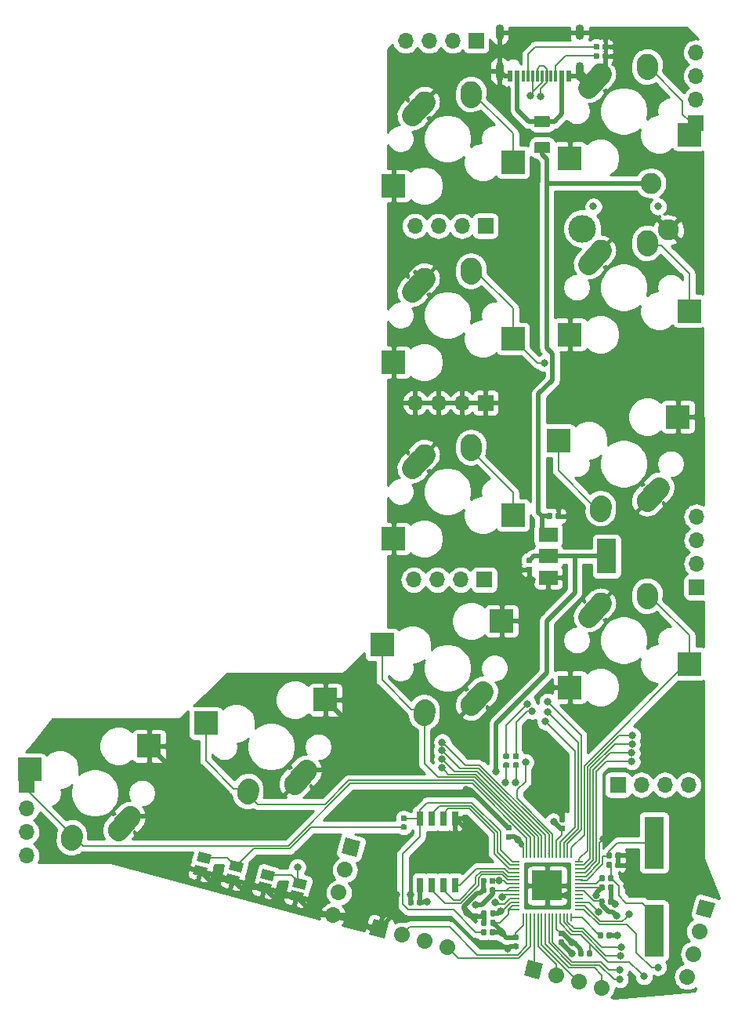
<source format=gbr>
G04 #@! TF.GenerationSoftware,KiCad,Pcbnew,(5.1.4)-1*
G04 #@! TF.CreationDate,2023-02-10T21:16:47-05:00*
G04 #@! TF.ProjectId,ThumbsUp,5468756d-6273-4557-902e-6b696361645f,rev?*
G04 #@! TF.SameCoordinates,Original*
G04 #@! TF.FileFunction,Copper,L2,Bot*
G04 #@! TF.FilePolarity,Positive*
%FSLAX46Y46*%
G04 Gerber Fmt 4.6, Leading zero omitted, Abs format (unit mm)*
G04 Created by KiCad (PCBNEW (5.1.4)-1) date 2023-02-10 21:16:47*
%MOMM*%
%LPD*%
G04 APERTURE LIST*
%ADD10C,0.100000*%
%ADD11C,0.590000*%
%ADD12R,0.600000X1.160000*%
%ADD13R,0.300000X1.160000*%
%ADD14O,0.900000X1.700000*%
%ADD15O,0.900000X2.000000*%
%ADD16C,1.700000*%
%ADD17C,1.700000*%
%ADD18C,2.250000*%
%ADD19C,2.250000*%
%ADD20R,2.550000X2.500000*%
%ADD21O,1.700000X1.700000*%
%ADD22R,1.700000X1.700000*%
%ADD23C,0.800000*%
%ADD24C,3.000000*%
%ADD25R,2.100000X5.600000*%
%ADD26R,2.000000X1.500000*%
%ADD27R,2.000000X3.800000*%
%ADD28C,1.050000*%
%ADD29C,1.250000*%
%ADD30R,0.650000X1.650000*%
%ADD31R,3.200000X3.200000*%
%ADD32R,0.850000X0.200000*%
%ADD33R,0.200000X0.850000*%
%ADD34C,0.200000*%
%ADD35C,0.500000*%
%ADD36C,0.254000*%
G04 APERTURE END LIST*
D10*
G36*
X114511958Y-467900710D02*
G01*
X114526276Y-467902834D01*
X114540317Y-467906351D01*
X114553946Y-467911228D01*
X114567031Y-467917417D01*
X114579447Y-467924858D01*
X114591073Y-467933481D01*
X114601798Y-467943202D01*
X114611519Y-467953927D01*
X114620142Y-467965553D01*
X114627583Y-467977969D01*
X114633772Y-467991054D01*
X114638649Y-468004683D01*
X114642166Y-468018724D01*
X114644290Y-468033042D01*
X114645000Y-468047500D01*
X114645000Y-468342500D01*
X114644290Y-468356958D01*
X114642166Y-468371276D01*
X114638649Y-468385317D01*
X114633772Y-468398946D01*
X114627583Y-468412031D01*
X114620142Y-468424447D01*
X114611519Y-468436073D01*
X114601798Y-468446798D01*
X114591073Y-468456519D01*
X114579447Y-468465142D01*
X114567031Y-468472583D01*
X114553946Y-468478772D01*
X114540317Y-468483649D01*
X114526276Y-468487166D01*
X114511958Y-468489290D01*
X114497500Y-468490000D01*
X114152500Y-468490000D01*
X114138042Y-468489290D01*
X114123724Y-468487166D01*
X114109683Y-468483649D01*
X114096054Y-468478772D01*
X114082969Y-468472583D01*
X114070553Y-468465142D01*
X114058927Y-468456519D01*
X114048202Y-468446798D01*
X114038481Y-468436073D01*
X114029858Y-468424447D01*
X114022417Y-468412031D01*
X114016228Y-468398946D01*
X114011351Y-468385317D01*
X114007834Y-468371276D01*
X114005710Y-468356958D01*
X114005000Y-468342500D01*
X114005000Y-468047500D01*
X114005710Y-468033042D01*
X114007834Y-468018724D01*
X114011351Y-468004683D01*
X114016228Y-467991054D01*
X114022417Y-467977969D01*
X114029858Y-467965553D01*
X114038481Y-467953927D01*
X114048202Y-467943202D01*
X114058927Y-467933481D01*
X114070553Y-467924858D01*
X114082969Y-467917417D01*
X114096054Y-467911228D01*
X114109683Y-467906351D01*
X114123724Y-467902834D01*
X114138042Y-467900710D01*
X114152500Y-467900000D01*
X114497500Y-467900000D01*
X114511958Y-467900710D01*
X114511958Y-467900710D01*
G37*
D11*
X114325000Y-468195000D03*
D10*
G36*
X114511958Y-466930710D02*
G01*
X114526276Y-466932834D01*
X114540317Y-466936351D01*
X114553946Y-466941228D01*
X114567031Y-466947417D01*
X114579447Y-466954858D01*
X114591073Y-466963481D01*
X114601798Y-466973202D01*
X114611519Y-466983927D01*
X114620142Y-466995553D01*
X114627583Y-467007969D01*
X114633772Y-467021054D01*
X114638649Y-467034683D01*
X114642166Y-467048724D01*
X114644290Y-467063042D01*
X114645000Y-467077500D01*
X114645000Y-467372500D01*
X114644290Y-467386958D01*
X114642166Y-467401276D01*
X114638649Y-467415317D01*
X114633772Y-467428946D01*
X114627583Y-467442031D01*
X114620142Y-467454447D01*
X114611519Y-467466073D01*
X114601798Y-467476798D01*
X114591073Y-467486519D01*
X114579447Y-467495142D01*
X114567031Y-467502583D01*
X114553946Y-467508772D01*
X114540317Y-467513649D01*
X114526276Y-467517166D01*
X114511958Y-467519290D01*
X114497500Y-467520000D01*
X114152500Y-467520000D01*
X114138042Y-467519290D01*
X114123724Y-467517166D01*
X114109683Y-467513649D01*
X114096054Y-467508772D01*
X114082969Y-467502583D01*
X114070553Y-467495142D01*
X114058927Y-467486519D01*
X114048202Y-467476798D01*
X114038481Y-467466073D01*
X114029858Y-467454447D01*
X114022417Y-467442031D01*
X114016228Y-467428946D01*
X114011351Y-467415317D01*
X114007834Y-467401276D01*
X114005710Y-467386958D01*
X114005000Y-467372500D01*
X114005000Y-467077500D01*
X114005710Y-467063042D01*
X114007834Y-467048724D01*
X114011351Y-467034683D01*
X114016228Y-467021054D01*
X114022417Y-467007969D01*
X114029858Y-466995553D01*
X114038481Y-466983927D01*
X114048202Y-466973202D01*
X114058927Y-466963481D01*
X114070553Y-466954858D01*
X114082969Y-466947417D01*
X114096054Y-466941228D01*
X114109683Y-466936351D01*
X114123724Y-466932834D01*
X114138042Y-466930710D01*
X114152500Y-466930000D01*
X114497500Y-466930000D01*
X114511958Y-466930710D01*
X114511958Y-466930710D01*
G37*
D11*
X114325000Y-467225000D03*
D10*
G36*
X114181958Y-421830710D02*
G01*
X114196276Y-421832834D01*
X114210317Y-421836351D01*
X114223946Y-421841228D01*
X114237031Y-421847417D01*
X114249447Y-421854858D01*
X114261073Y-421863481D01*
X114271798Y-421873202D01*
X114281519Y-421883927D01*
X114290142Y-421895553D01*
X114297583Y-421907969D01*
X114303772Y-421921054D01*
X114308649Y-421934683D01*
X114312166Y-421948724D01*
X114314290Y-421963042D01*
X114315000Y-421977500D01*
X114315000Y-422322500D01*
X114314290Y-422336958D01*
X114312166Y-422351276D01*
X114308649Y-422365317D01*
X114303772Y-422378946D01*
X114297583Y-422392031D01*
X114290142Y-422404447D01*
X114281519Y-422416073D01*
X114271798Y-422426798D01*
X114261073Y-422436519D01*
X114249447Y-422445142D01*
X114237031Y-422452583D01*
X114223946Y-422458772D01*
X114210317Y-422463649D01*
X114196276Y-422467166D01*
X114181958Y-422469290D01*
X114167500Y-422470000D01*
X113872500Y-422470000D01*
X113858042Y-422469290D01*
X113843724Y-422467166D01*
X113829683Y-422463649D01*
X113816054Y-422458772D01*
X113802969Y-422452583D01*
X113790553Y-422445142D01*
X113778927Y-422436519D01*
X113768202Y-422426798D01*
X113758481Y-422416073D01*
X113749858Y-422404447D01*
X113742417Y-422392031D01*
X113736228Y-422378946D01*
X113731351Y-422365317D01*
X113727834Y-422351276D01*
X113725710Y-422336958D01*
X113725000Y-422322500D01*
X113725000Y-421977500D01*
X113725710Y-421963042D01*
X113727834Y-421948724D01*
X113731351Y-421934683D01*
X113736228Y-421921054D01*
X113742417Y-421907969D01*
X113749858Y-421895553D01*
X113758481Y-421883927D01*
X113768202Y-421873202D01*
X113778927Y-421863481D01*
X113790553Y-421854858D01*
X113802969Y-421847417D01*
X113816054Y-421841228D01*
X113829683Y-421836351D01*
X113843724Y-421832834D01*
X113858042Y-421830710D01*
X113872500Y-421830000D01*
X114167500Y-421830000D01*
X114181958Y-421830710D01*
X114181958Y-421830710D01*
G37*
D11*
X114020000Y-422150000D03*
D10*
G36*
X113211958Y-421830710D02*
G01*
X113226276Y-421832834D01*
X113240317Y-421836351D01*
X113253946Y-421841228D01*
X113267031Y-421847417D01*
X113279447Y-421854858D01*
X113291073Y-421863481D01*
X113301798Y-421873202D01*
X113311519Y-421883927D01*
X113320142Y-421895553D01*
X113327583Y-421907969D01*
X113333772Y-421921054D01*
X113338649Y-421934683D01*
X113342166Y-421948724D01*
X113344290Y-421963042D01*
X113345000Y-421977500D01*
X113345000Y-422322500D01*
X113344290Y-422336958D01*
X113342166Y-422351276D01*
X113338649Y-422365317D01*
X113333772Y-422378946D01*
X113327583Y-422392031D01*
X113320142Y-422404447D01*
X113311519Y-422416073D01*
X113301798Y-422426798D01*
X113291073Y-422436519D01*
X113279447Y-422445142D01*
X113267031Y-422452583D01*
X113253946Y-422458772D01*
X113240317Y-422463649D01*
X113226276Y-422467166D01*
X113211958Y-422469290D01*
X113197500Y-422470000D01*
X112902500Y-422470000D01*
X112888042Y-422469290D01*
X112873724Y-422467166D01*
X112859683Y-422463649D01*
X112846054Y-422458772D01*
X112832969Y-422452583D01*
X112820553Y-422445142D01*
X112808927Y-422436519D01*
X112798202Y-422426798D01*
X112788481Y-422416073D01*
X112779858Y-422404447D01*
X112772417Y-422392031D01*
X112766228Y-422378946D01*
X112761351Y-422365317D01*
X112757834Y-422351276D01*
X112755710Y-422336958D01*
X112755000Y-422322500D01*
X112755000Y-421977500D01*
X112755710Y-421963042D01*
X112757834Y-421948724D01*
X112761351Y-421934683D01*
X112766228Y-421921054D01*
X112772417Y-421907969D01*
X112779858Y-421895553D01*
X112788481Y-421883927D01*
X112798202Y-421873202D01*
X112808927Y-421863481D01*
X112820553Y-421854858D01*
X112832969Y-421847417D01*
X112846054Y-421841228D01*
X112859683Y-421836351D01*
X112873724Y-421832834D01*
X112888042Y-421830710D01*
X112902500Y-421830000D01*
X113197500Y-421830000D01*
X113211958Y-421830710D01*
X113211958Y-421830710D01*
G37*
D11*
X113050000Y-422150000D03*
D10*
G36*
X108836958Y-455535710D02*
G01*
X108851276Y-455537834D01*
X108865317Y-455541351D01*
X108878946Y-455546228D01*
X108892031Y-455552417D01*
X108904447Y-455559858D01*
X108916073Y-455568481D01*
X108926798Y-455578202D01*
X108936519Y-455588927D01*
X108945142Y-455600553D01*
X108952583Y-455612969D01*
X108958772Y-455626054D01*
X108963649Y-455639683D01*
X108967166Y-455653724D01*
X108969290Y-455668042D01*
X108970000Y-455682500D01*
X108970000Y-455977500D01*
X108969290Y-455991958D01*
X108967166Y-456006276D01*
X108963649Y-456020317D01*
X108958772Y-456033946D01*
X108952583Y-456047031D01*
X108945142Y-456059447D01*
X108936519Y-456071073D01*
X108926798Y-456081798D01*
X108916073Y-456091519D01*
X108904447Y-456100142D01*
X108892031Y-456107583D01*
X108878946Y-456113772D01*
X108865317Y-456118649D01*
X108851276Y-456122166D01*
X108836958Y-456124290D01*
X108822500Y-456125000D01*
X108477500Y-456125000D01*
X108463042Y-456124290D01*
X108448724Y-456122166D01*
X108434683Y-456118649D01*
X108421054Y-456113772D01*
X108407969Y-456107583D01*
X108395553Y-456100142D01*
X108383927Y-456091519D01*
X108373202Y-456081798D01*
X108363481Y-456071073D01*
X108354858Y-456059447D01*
X108347417Y-456047031D01*
X108341228Y-456033946D01*
X108336351Y-456020317D01*
X108332834Y-456006276D01*
X108330710Y-455991958D01*
X108330000Y-455977500D01*
X108330000Y-455682500D01*
X108330710Y-455668042D01*
X108332834Y-455653724D01*
X108336351Y-455639683D01*
X108341228Y-455626054D01*
X108347417Y-455612969D01*
X108354858Y-455600553D01*
X108363481Y-455588927D01*
X108373202Y-455578202D01*
X108383927Y-455568481D01*
X108395553Y-455559858D01*
X108407969Y-455552417D01*
X108421054Y-455546228D01*
X108434683Y-455541351D01*
X108448724Y-455537834D01*
X108463042Y-455535710D01*
X108477500Y-455535000D01*
X108822500Y-455535000D01*
X108836958Y-455535710D01*
X108836958Y-455535710D01*
G37*
D11*
X108650000Y-455830000D03*
D10*
G36*
X108836958Y-456505710D02*
G01*
X108851276Y-456507834D01*
X108865317Y-456511351D01*
X108878946Y-456516228D01*
X108892031Y-456522417D01*
X108904447Y-456529858D01*
X108916073Y-456538481D01*
X108926798Y-456548202D01*
X108936519Y-456558927D01*
X108945142Y-456570553D01*
X108952583Y-456582969D01*
X108958772Y-456596054D01*
X108963649Y-456609683D01*
X108967166Y-456623724D01*
X108969290Y-456638042D01*
X108970000Y-456652500D01*
X108970000Y-456947500D01*
X108969290Y-456961958D01*
X108967166Y-456976276D01*
X108963649Y-456990317D01*
X108958772Y-457003946D01*
X108952583Y-457017031D01*
X108945142Y-457029447D01*
X108936519Y-457041073D01*
X108926798Y-457051798D01*
X108916073Y-457061519D01*
X108904447Y-457070142D01*
X108892031Y-457077583D01*
X108878946Y-457083772D01*
X108865317Y-457088649D01*
X108851276Y-457092166D01*
X108836958Y-457094290D01*
X108822500Y-457095000D01*
X108477500Y-457095000D01*
X108463042Y-457094290D01*
X108448724Y-457092166D01*
X108434683Y-457088649D01*
X108421054Y-457083772D01*
X108407969Y-457077583D01*
X108395553Y-457070142D01*
X108383927Y-457061519D01*
X108373202Y-457051798D01*
X108363481Y-457041073D01*
X108354858Y-457029447D01*
X108347417Y-457017031D01*
X108341228Y-457003946D01*
X108336351Y-456990317D01*
X108332834Y-456976276D01*
X108330710Y-456961958D01*
X108330000Y-456947500D01*
X108330000Y-456652500D01*
X108330710Y-456638042D01*
X108332834Y-456623724D01*
X108336351Y-456609683D01*
X108341228Y-456596054D01*
X108347417Y-456582969D01*
X108354858Y-456570553D01*
X108363481Y-456558927D01*
X108373202Y-456548202D01*
X108383927Y-456538481D01*
X108395553Y-456529858D01*
X108407969Y-456522417D01*
X108421054Y-456516228D01*
X108434683Y-456511351D01*
X108448724Y-456507834D01*
X108463042Y-456505710D01*
X108477500Y-456505000D01*
X108822500Y-456505000D01*
X108836958Y-456505710D01*
X108836958Y-456505710D01*
G37*
D11*
X108650000Y-456800000D03*
D10*
G36*
X106091958Y-462230710D02*
G01*
X106106276Y-462232834D01*
X106120317Y-462236351D01*
X106133946Y-462241228D01*
X106147031Y-462247417D01*
X106159447Y-462254858D01*
X106171073Y-462263481D01*
X106181798Y-462273202D01*
X106191519Y-462283927D01*
X106200142Y-462295553D01*
X106207583Y-462307969D01*
X106213772Y-462321054D01*
X106218649Y-462334683D01*
X106222166Y-462348724D01*
X106224290Y-462363042D01*
X106225000Y-462377500D01*
X106225000Y-462722500D01*
X106224290Y-462736958D01*
X106222166Y-462751276D01*
X106218649Y-462765317D01*
X106213772Y-462778946D01*
X106207583Y-462792031D01*
X106200142Y-462804447D01*
X106191519Y-462816073D01*
X106181798Y-462826798D01*
X106171073Y-462836519D01*
X106159447Y-462845142D01*
X106147031Y-462852583D01*
X106133946Y-462858772D01*
X106120317Y-462863649D01*
X106106276Y-462867166D01*
X106091958Y-462869290D01*
X106077500Y-462870000D01*
X105782500Y-462870000D01*
X105768042Y-462869290D01*
X105753724Y-462867166D01*
X105739683Y-462863649D01*
X105726054Y-462858772D01*
X105712969Y-462852583D01*
X105700553Y-462845142D01*
X105688927Y-462836519D01*
X105678202Y-462826798D01*
X105668481Y-462816073D01*
X105659858Y-462804447D01*
X105652417Y-462792031D01*
X105646228Y-462778946D01*
X105641351Y-462765317D01*
X105637834Y-462751276D01*
X105635710Y-462736958D01*
X105635000Y-462722500D01*
X105635000Y-462377500D01*
X105635710Y-462363042D01*
X105637834Y-462348724D01*
X105641351Y-462334683D01*
X105646228Y-462321054D01*
X105652417Y-462307969D01*
X105659858Y-462295553D01*
X105668481Y-462283927D01*
X105678202Y-462273202D01*
X105688927Y-462263481D01*
X105700553Y-462254858D01*
X105712969Y-462247417D01*
X105726054Y-462241228D01*
X105739683Y-462236351D01*
X105753724Y-462232834D01*
X105768042Y-462230710D01*
X105782500Y-462230000D01*
X106077500Y-462230000D01*
X106091958Y-462230710D01*
X106091958Y-462230710D01*
G37*
D11*
X105930000Y-462550000D03*
D10*
G36*
X107061958Y-462230710D02*
G01*
X107076276Y-462232834D01*
X107090317Y-462236351D01*
X107103946Y-462241228D01*
X107117031Y-462247417D01*
X107129447Y-462254858D01*
X107141073Y-462263481D01*
X107151798Y-462273202D01*
X107161519Y-462283927D01*
X107170142Y-462295553D01*
X107177583Y-462307969D01*
X107183772Y-462321054D01*
X107188649Y-462334683D01*
X107192166Y-462348724D01*
X107194290Y-462363042D01*
X107195000Y-462377500D01*
X107195000Y-462722500D01*
X107194290Y-462736958D01*
X107192166Y-462751276D01*
X107188649Y-462765317D01*
X107183772Y-462778946D01*
X107177583Y-462792031D01*
X107170142Y-462804447D01*
X107161519Y-462816073D01*
X107151798Y-462826798D01*
X107141073Y-462836519D01*
X107129447Y-462845142D01*
X107117031Y-462852583D01*
X107103946Y-462858772D01*
X107090317Y-462863649D01*
X107076276Y-462867166D01*
X107061958Y-462869290D01*
X107047500Y-462870000D01*
X106752500Y-462870000D01*
X106738042Y-462869290D01*
X106723724Y-462867166D01*
X106709683Y-462863649D01*
X106696054Y-462858772D01*
X106682969Y-462852583D01*
X106670553Y-462845142D01*
X106658927Y-462836519D01*
X106648202Y-462826798D01*
X106638481Y-462816073D01*
X106629858Y-462804447D01*
X106622417Y-462792031D01*
X106616228Y-462778946D01*
X106611351Y-462765317D01*
X106607834Y-462751276D01*
X106605710Y-462736958D01*
X106605000Y-462722500D01*
X106605000Y-462377500D01*
X106605710Y-462363042D01*
X106607834Y-462348724D01*
X106611351Y-462334683D01*
X106616228Y-462321054D01*
X106622417Y-462307969D01*
X106629858Y-462295553D01*
X106638481Y-462283927D01*
X106648202Y-462273202D01*
X106658927Y-462263481D01*
X106670553Y-462254858D01*
X106682969Y-462247417D01*
X106696054Y-462241228D01*
X106709683Y-462236351D01*
X106723724Y-462232834D01*
X106738042Y-462230710D01*
X106752500Y-462230000D01*
X107047500Y-462230000D01*
X107061958Y-462230710D01*
X107061958Y-462230710D01*
G37*
D11*
X106900000Y-462550000D03*
D12*
X115180000Y-374675000D03*
X114380000Y-374675000D03*
X115180000Y-374675000D03*
X114380000Y-374675000D03*
X108780000Y-374675000D03*
X108780000Y-374675000D03*
X109580000Y-374675000D03*
X109580000Y-374675000D03*
D13*
X113730000Y-374675000D03*
X112730000Y-374675000D03*
X113230000Y-374675000D03*
X110730000Y-374675000D03*
X110230000Y-374675000D03*
X112230000Y-374675000D03*
X111730000Y-374675000D03*
X111230000Y-374675000D03*
D14*
X116300000Y-369925000D03*
X107660000Y-369925000D03*
D15*
X116300000Y-374095000D03*
X107660000Y-374095000D03*
D16*
X101993144Y-468685154D03*
D17*
X101993144Y-468685154D02*
X101993144Y-468685154D01*
D16*
X99539692Y-468027754D03*
D17*
X99539692Y-468027754D02*
X99539692Y-468027754D01*
D16*
X97086241Y-467370353D03*
D17*
X97086241Y-467370353D02*
X97086241Y-467370353D01*
D16*
X94632789Y-466712953D03*
D10*
G36*
X95233830Y-467753986D02*
G01*
X93591756Y-467313994D01*
X94031748Y-465671920D01*
X95673822Y-466111912D01*
X95233830Y-467753986D01*
X95233830Y-467753986D01*
G37*
G36*
X120631958Y-459505710D02*
G01*
X120646276Y-459507834D01*
X120660317Y-459511351D01*
X120673946Y-459516228D01*
X120687031Y-459522417D01*
X120699447Y-459529858D01*
X120711073Y-459538481D01*
X120721798Y-459548202D01*
X120731519Y-459558927D01*
X120740142Y-459570553D01*
X120747583Y-459582969D01*
X120753772Y-459596054D01*
X120758649Y-459609683D01*
X120762166Y-459623724D01*
X120764290Y-459638042D01*
X120765000Y-459652500D01*
X120765000Y-459997500D01*
X120764290Y-460011958D01*
X120762166Y-460026276D01*
X120758649Y-460040317D01*
X120753772Y-460053946D01*
X120747583Y-460067031D01*
X120740142Y-460079447D01*
X120731519Y-460091073D01*
X120721798Y-460101798D01*
X120711073Y-460111519D01*
X120699447Y-460120142D01*
X120687031Y-460127583D01*
X120673946Y-460133772D01*
X120660317Y-460138649D01*
X120646276Y-460142166D01*
X120631958Y-460144290D01*
X120617500Y-460145000D01*
X120322500Y-460145000D01*
X120308042Y-460144290D01*
X120293724Y-460142166D01*
X120279683Y-460138649D01*
X120266054Y-460133772D01*
X120252969Y-460127583D01*
X120240553Y-460120142D01*
X120228927Y-460111519D01*
X120218202Y-460101798D01*
X120208481Y-460091073D01*
X120199858Y-460079447D01*
X120192417Y-460067031D01*
X120186228Y-460053946D01*
X120181351Y-460040317D01*
X120177834Y-460026276D01*
X120175710Y-460011958D01*
X120175000Y-459997500D01*
X120175000Y-459652500D01*
X120175710Y-459638042D01*
X120177834Y-459623724D01*
X120181351Y-459609683D01*
X120186228Y-459596054D01*
X120192417Y-459582969D01*
X120199858Y-459570553D01*
X120208481Y-459558927D01*
X120218202Y-459548202D01*
X120228927Y-459538481D01*
X120240553Y-459529858D01*
X120252969Y-459522417D01*
X120266054Y-459516228D01*
X120279683Y-459511351D01*
X120293724Y-459507834D01*
X120308042Y-459505710D01*
X120322500Y-459505000D01*
X120617500Y-459505000D01*
X120631958Y-459505710D01*
X120631958Y-459505710D01*
G37*
D11*
X120470000Y-459825000D03*
D10*
G36*
X119661958Y-459505710D02*
G01*
X119676276Y-459507834D01*
X119690317Y-459511351D01*
X119703946Y-459516228D01*
X119717031Y-459522417D01*
X119729447Y-459529858D01*
X119741073Y-459538481D01*
X119751798Y-459548202D01*
X119761519Y-459558927D01*
X119770142Y-459570553D01*
X119777583Y-459582969D01*
X119783772Y-459596054D01*
X119788649Y-459609683D01*
X119792166Y-459623724D01*
X119794290Y-459638042D01*
X119795000Y-459652500D01*
X119795000Y-459997500D01*
X119794290Y-460011958D01*
X119792166Y-460026276D01*
X119788649Y-460040317D01*
X119783772Y-460053946D01*
X119777583Y-460067031D01*
X119770142Y-460079447D01*
X119761519Y-460091073D01*
X119751798Y-460101798D01*
X119741073Y-460111519D01*
X119729447Y-460120142D01*
X119717031Y-460127583D01*
X119703946Y-460133772D01*
X119690317Y-460138649D01*
X119676276Y-460142166D01*
X119661958Y-460144290D01*
X119647500Y-460145000D01*
X119352500Y-460145000D01*
X119338042Y-460144290D01*
X119323724Y-460142166D01*
X119309683Y-460138649D01*
X119296054Y-460133772D01*
X119282969Y-460127583D01*
X119270553Y-460120142D01*
X119258927Y-460111519D01*
X119248202Y-460101798D01*
X119238481Y-460091073D01*
X119229858Y-460079447D01*
X119222417Y-460067031D01*
X119216228Y-460053946D01*
X119211351Y-460040317D01*
X119207834Y-460026276D01*
X119205710Y-460011958D01*
X119205000Y-459997500D01*
X119205000Y-459652500D01*
X119205710Y-459638042D01*
X119207834Y-459623724D01*
X119211351Y-459609683D01*
X119216228Y-459596054D01*
X119222417Y-459582969D01*
X119229858Y-459570553D01*
X119238481Y-459558927D01*
X119248202Y-459548202D01*
X119258927Y-459538481D01*
X119270553Y-459529858D01*
X119282969Y-459522417D01*
X119296054Y-459516228D01*
X119309683Y-459511351D01*
X119323724Y-459507834D01*
X119338042Y-459505710D01*
X119352500Y-459505000D01*
X119647500Y-459505000D01*
X119661958Y-459505710D01*
X119661958Y-459505710D01*
G37*
D11*
X119500000Y-459825000D03*
D10*
G36*
X106121958Y-465750710D02*
G01*
X106136276Y-465752834D01*
X106150317Y-465756351D01*
X106163946Y-465761228D01*
X106177031Y-465767417D01*
X106189447Y-465774858D01*
X106201073Y-465783481D01*
X106211798Y-465793202D01*
X106221519Y-465803927D01*
X106230142Y-465815553D01*
X106237583Y-465827969D01*
X106243772Y-465841054D01*
X106248649Y-465854683D01*
X106252166Y-465868724D01*
X106254290Y-465883042D01*
X106255000Y-465897500D01*
X106255000Y-466242500D01*
X106254290Y-466256958D01*
X106252166Y-466271276D01*
X106248649Y-466285317D01*
X106243772Y-466298946D01*
X106237583Y-466312031D01*
X106230142Y-466324447D01*
X106221519Y-466336073D01*
X106211798Y-466346798D01*
X106201073Y-466356519D01*
X106189447Y-466365142D01*
X106177031Y-466372583D01*
X106163946Y-466378772D01*
X106150317Y-466383649D01*
X106136276Y-466387166D01*
X106121958Y-466389290D01*
X106107500Y-466390000D01*
X105812500Y-466390000D01*
X105798042Y-466389290D01*
X105783724Y-466387166D01*
X105769683Y-466383649D01*
X105756054Y-466378772D01*
X105742969Y-466372583D01*
X105730553Y-466365142D01*
X105718927Y-466356519D01*
X105708202Y-466346798D01*
X105698481Y-466336073D01*
X105689858Y-466324447D01*
X105682417Y-466312031D01*
X105676228Y-466298946D01*
X105671351Y-466285317D01*
X105667834Y-466271276D01*
X105665710Y-466256958D01*
X105665000Y-466242500D01*
X105665000Y-465897500D01*
X105665710Y-465883042D01*
X105667834Y-465868724D01*
X105671351Y-465854683D01*
X105676228Y-465841054D01*
X105682417Y-465827969D01*
X105689858Y-465815553D01*
X105698481Y-465803927D01*
X105708202Y-465793202D01*
X105718927Y-465783481D01*
X105730553Y-465774858D01*
X105742969Y-465767417D01*
X105756054Y-465761228D01*
X105769683Y-465756351D01*
X105783724Y-465752834D01*
X105798042Y-465750710D01*
X105812500Y-465750000D01*
X106107500Y-465750000D01*
X106121958Y-465750710D01*
X106121958Y-465750710D01*
G37*
D11*
X105960000Y-466070000D03*
D10*
G36*
X107091958Y-465750710D02*
G01*
X107106276Y-465752834D01*
X107120317Y-465756351D01*
X107133946Y-465761228D01*
X107147031Y-465767417D01*
X107159447Y-465774858D01*
X107171073Y-465783481D01*
X107181798Y-465793202D01*
X107191519Y-465803927D01*
X107200142Y-465815553D01*
X107207583Y-465827969D01*
X107213772Y-465841054D01*
X107218649Y-465854683D01*
X107222166Y-465868724D01*
X107224290Y-465883042D01*
X107225000Y-465897500D01*
X107225000Y-466242500D01*
X107224290Y-466256958D01*
X107222166Y-466271276D01*
X107218649Y-466285317D01*
X107213772Y-466298946D01*
X107207583Y-466312031D01*
X107200142Y-466324447D01*
X107191519Y-466336073D01*
X107181798Y-466346798D01*
X107171073Y-466356519D01*
X107159447Y-466365142D01*
X107147031Y-466372583D01*
X107133946Y-466378772D01*
X107120317Y-466383649D01*
X107106276Y-466387166D01*
X107091958Y-466389290D01*
X107077500Y-466390000D01*
X106782500Y-466390000D01*
X106768042Y-466389290D01*
X106753724Y-466387166D01*
X106739683Y-466383649D01*
X106726054Y-466378772D01*
X106712969Y-466372583D01*
X106700553Y-466365142D01*
X106688927Y-466356519D01*
X106678202Y-466346798D01*
X106668481Y-466336073D01*
X106659858Y-466324447D01*
X106652417Y-466312031D01*
X106646228Y-466298946D01*
X106641351Y-466285317D01*
X106637834Y-466271276D01*
X106635710Y-466256958D01*
X106635000Y-466242500D01*
X106635000Y-465897500D01*
X106635710Y-465883042D01*
X106637834Y-465868724D01*
X106641351Y-465854683D01*
X106646228Y-465841054D01*
X106652417Y-465827969D01*
X106659858Y-465815553D01*
X106668481Y-465803927D01*
X106678202Y-465793202D01*
X106688927Y-465783481D01*
X106700553Y-465774858D01*
X106712969Y-465767417D01*
X106726054Y-465761228D01*
X106739683Y-465756351D01*
X106753724Y-465752834D01*
X106768042Y-465750710D01*
X106782500Y-465750000D01*
X107077500Y-465750000D01*
X107091958Y-465750710D01*
X107091958Y-465750710D01*
G37*
D11*
X106930000Y-466070000D03*
D10*
G36*
X120631958Y-458480710D02*
G01*
X120646276Y-458482834D01*
X120660317Y-458486351D01*
X120673946Y-458491228D01*
X120687031Y-458497417D01*
X120699447Y-458504858D01*
X120711073Y-458513481D01*
X120721798Y-458523202D01*
X120731519Y-458533927D01*
X120740142Y-458545553D01*
X120747583Y-458557969D01*
X120753772Y-458571054D01*
X120758649Y-458584683D01*
X120762166Y-458598724D01*
X120764290Y-458613042D01*
X120765000Y-458627500D01*
X120765000Y-458972500D01*
X120764290Y-458986958D01*
X120762166Y-459001276D01*
X120758649Y-459015317D01*
X120753772Y-459028946D01*
X120747583Y-459042031D01*
X120740142Y-459054447D01*
X120731519Y-459066073D01*
X120721798Y-459076798D01*
X120711073Y-459086519D01*
X120699447Y-459095142D01*
X120687031Y-459102583D01*
X120673946Y-459108772D01*
X120660317Y-459113649D01*
X120646276Y-459117166D01*
X120631958Y-459119290D01*
X120617500Y-459120000D01*
X120322500Y-459120000D01*
X120308042Y-459119290D01*
X120293724Y-459117166D01*
X120279683Y-459113649D01*
X120266054Y-459108772D01*
X120252969Y-459102583D01*
X120240553Y-459095142D01*
X120228927Y-459086519D01*
X120218202Y-459076798D01*
X120208481Y-459066073D01*
X120199858Y-459054447D01*
X120192417Y-459042031D01*
X120186228Y-459028946D01*
X120181351Y-459015317D01*
X120177834Y-459001276D01*
X120175710Y-458986958D01*
X120175000Y-458972500D01*
X120175000Y-458627500D01*
X120175710Y-458613042D01*
X120177834Y-458598724D01*
X120181351Y-458584683D01*
X120186228Y-458571054D01*
X120192417Y-458557969D01*
X120199858Y-458545553D01*
X120208481Y-458533927D01*
X120218202Y-458523202D01*
X120228927Y-458513481D01*
X120240553Y-458504858D01*
X120252969Y-458497417D01*
X120266054Y-458491228D01*
X120279683Y-458486351D01*
X120293724Y-458482834D01*
X120308042Y-458480710D01*
X120322500Y-458480000D01*
X120617500Y-458480000D01*
X120631958Y-458480710D01*
X120631958Y-458480710D01*
G37*
D11*
X120470000Y-458800000D03*
D10*
G36*
X119661958Y-458480710D02*
G01*
X119676276Y-458482834D01*
X119690317Y-458486351D01*
X119703946Y-458491228D01*
X119717031Y-458497417D01*
X119729447Y-458504858D01*
X119741073Y-458513481D01*
X119751798Y-458523202D01*
X119761519Y-458533927D01*
X119770142Y-458545553D01*
X119777583Y-458557969D01*
X119783772Y-458571054D01*
X119788649Y-458584683D01*
X119792166Y-458598724D01*
X119794290Y-458613042D01*
X119795000Y-458627500D01*
X119795000Y-458972500D01*
X119794290Y-458986958D01*
X119792166Y-459001276D01*
X119788649Y-459015317D01*
X119783772Y-459028946D01*
X119777583Y-459042031D01*
X119770142Y-459054447D01*
X119761519Y-459066073D01*
X119751798Y-459076798D01*
X119741073Y-459086519D01*
X119729447Y-459095142D01*
X119717031Y-459102583D01*
X119703946Y-459108772D01*
X119690317Y-459113649D01*
X119676276Y-459117166D01*
X119661958Y-459119290D01*
X119647500Y-459120000D01*
X119352500Y-459120000D01*
X119338042Y-459119290D01*
X119323724Y-459117166D01*
X119309683Y-459113649D01*
X119296054Y-459108772D01*
X119282969Y-459102583D01*
X119270553Y-459095142D01*
X119258927Y-459086519D01*
X119248202Y-459076798D01*
X119238481Y-459066073D01*
X119229858Y-459054447D01*
X119222417Y-459042031D01*
X119216228Y-459028946D01*
X119211351Y-459015317D01*
X119207834Y-459001276D01*
X119205710Y-458986958D01*
X119205000Y-458972500D01*
X119205000Y-458627500D01*
X119205710Y-458613042D01*
X119207834Y-458598724D01*
X119211351Y-458584683D01*
X119216228Y-458571054D01*
X119222417Y-458557969D01*
X119229858Y-458545553D01*
X119238481Y-458533927D01*
X119248202Y-458523202D01*
X119258927Y-458513481D01*
X119270553Y-458504858D01*
X119282969Y-458497417D01*
X119296054Y-458491228D01*
X119309683Y-458486351D01*
X119323724Y-458482834D01*
X119338042Y-458480710D01*
X119352500Y-458480000D01*
X119647500Y-458480000D01*
X119661958Y-458480710D01*
X119661958Y-458480710D01*
G37*
D11*
X119500000Y-458800000D03*
D10*
G36*
X117556958Y-469055710D02*
G01*
X117571276Y-469057834D01*
X117585317Y-469061351D01*
X117598946Y-469066228D01*
X117612031Y-469072417D01*
X117624447Y-469079858D01*
X117636073Y-469088481D01*
X117646798Y-469098202D01*
X117656519Y-469108927D01*
X117665142Y-469120553D01*
X117672583Y-469132969D01*
X117678772Y-469146054D01*
X117683649Y-469159683D01*
X117687166Y-469173724D01*
X117689290Y-469188042D01*
X117690000Y-469202500D01*
X117690000Y-469547500D01*
X117689290Y-469561958D01*
X117687166Y-469576276D01*
X117683649Y-469590317D01*
X117678772Y-469603946D01*
X117672583Y-469617031D01*
X117665142Y-469629447D01*
X117656519Y-469641073D01*
X117646798Y-469651798D01*
X117636073Y-469661519D01*
X117624447Y-469670142D01*
X117612031Y-469677583D01*
X117598946Y-469683772D01*
X117585317Y-469688649D01*
X117571276Y-469692166D01*
X117556958Y-469694290D01*
X117542500Y-469695000D01*
X117247500Y-469695000D01*
X117233042Y-469694290D01*
X117218724Y-469692166D01*
X117204683Y-469688649D01*
X117191054Y-469683772D01*
X117177969Y-469677583D01*
X117165553Y-469670142D01*
X117153927Y-469661519D01*
X117143202Y-469651798D01*
X117133481Y-469641073D01*
X117124858Y-469629447D01*
X117117417Y-469617031D01*
X117111228Y-469603946D01*
X117106351Y-469590317D01*
X117102834Y-469576276D01*
X117100710Y-469561958D01*
X117100000Y-469547500D01*
X117100000Y-469202500D01*
X117100710Y-469188042D01*
X117102834Y-469173724D01*
X117106351Y-469159683D01*
X117111228Y-469146054D01*
X117117417Y-469132969D01*
X117124858Y-469120553D01*
X117133481Y-469108927D01*
X117143202Y-469098202D01*
X117153927Y-469088481D01*
X117165553Y-469079858D01*
X117177969Y-469072417D01*
X117191054Y-469066228D01*
X117204683Y-469061351D01*
X117218724Y-469057834D01*
X117233042Y-469055710D01*
X117247500Y-469055000D01*
X117542500Y-469055000D01*
X117556958Y-469055710D01*
X117556958Y-469055710D01*
G37*
D11*
X117395000Y-469375000D03*
D10*
G36*
X116586958Y-469055710D02*
G01*
X116601276Y-469057834D01*
X116615317Y-469061351D01*
X116628946Y-469066228D01*
X116642031Y-469072417D01*
X116654447Y-469079858D01*
X116666073Y-469088481D01*
X116676798Y-469098202D01*
X116686519Y-469108927D01*
X116695142Y-469120553D01*
X116702583Y-469132969D01*
X116708772Y-469146054D01*
X116713649Y-469159683D01*
X116717166Y-469173724D01*
X116719290Y-469188042D01*
X116720000Y-469202500D01*
X116720000Y-469547500D01*
X116719290Y-469561958D01*
X116717166Y-469576276D01*
X116713649Y-469590317D01*
X116708772Y-469603946D01*
X116702583Y-469617031D01*
X116695142Y-469629447D01*
X116686519Y-469641073D01*
X116676798Y-469651798D01*
X116666073Y-469661519D01*
X116654447Y-469670142D01*
X116642031Y-469677583D01*
X116628946Y-469683772D01*
X116615317Y-469688649D01*
X116601276Y-469692166D01*
X116586958Y-469694290D01*
X116572500Y-469695000D01*
X116277500Y-469695000D01*
X116263042Y-469694290D01*
X116248724Y-469692166D01*
X116234683Y-469688649D01*
X116221054Y-469683772D01*
X116207969Y-469677583D01*
X116195553Y-469670142D01*
X116183927Y-469661519D01*
X116173202Y-469651798D01*
X116163481Y-469641073D01*
X116154858Y-469629447D01*
X116147417Y-469617031D01*
X116141228Y-469603946D01*
X116136351Y-469590317D01*
X116132834Y-469576276D01*
X116130710Y-469561958D01*
X116130000Y-469547500D01*
X116130000Y-469202500D01*
X116130710Y-469188042D01*
X116132834Y-469173724D01*
X116136351Y-469159683D01*
X116141228Y-469146054D01*
X116147417Y-469132969D01*
X116154858Y-469120553D01*
X116163481Y-469108927D01*
X116173202Y-469098202D01*
X116183927Y-469088481D01*
X116195553Y-469079858D01*
X116207969Y-469072417D01*
X116221054Y-469066228D01*
X116234683Y-469061351D01*
X116248724Y-469057834D01*
X116263042Y-469055710D01*
X116277500Y-469055000D01*
X116572500Y-469055000D01*
X116586958Y-469055710D01*
X116586958Y-469055710D01*
G37*
D11*
X116425000Y-469375000D03*
D10*
G36*
X118711958Y-467105710D02*
G01*
X118726276Y-467107834D01*
X118740317Y-467111351D01*
X118753946Y-467116228D01*
X118767031Y-467122417D01*
X118779447Y-467129858D01*
X118791073Y-467138481D01*
X118801798Y-467148202D01*
X118811519Y-467158927D01*
X118820142Y-467170553D01*
X118827583Y-467182969D01*
X118833772Y-467196054D01*
X118838649Y-467209683D01*
X118842166Y-467223724D01*
X118844290Y-467238042D01*
X118845000Y-467252500D01*
X118845000Y-467597500D01*
X118844290Y-467611958D01*
X118842166Y-467626276D01*
X118838649Y-467640317D01*
X118833772Y-467653946D01*
X118827583Y-467667031D01*
X118820142Y-467679447D01*
X118811519Y-467691073D01*
X118801798Y-467701798D01*
X118791073Y-467711519D01*
X118779447Y-467720142D01*
X118767031Y-467727583D01*
X118753946Y-467733772D01*
X118740317Y-467738649D01*
X118726276Y-467742166D01*
X118711958Y-467744290D01*
X118697500Y-467745000D01*
X118402500Y-467745000D01*
X118388042Y-467744290D01*
X118373724Y-467742166D01*
X118359683Y-467738649D01*
X118346054Y-467733772D01*
X118332969Y-467727583D01*
X118320553Y-467720142D01*
X118308927Y-467711519D01*
X118298202Y-467701798D01*
X118288481Y-467691073D01*
X118279858Y-467679447D01*
X118272417Y-467667031D01*
X118266228Y-467653946D01*
X118261351Y-467640317D01*
X118257834Y-467626276D01*
X118255710Y-467611958D01*
X118255000Y-467597500D01*
X118255000Y-467252500D01*
X118255710Y-467238042D01*
X118257834Y-467223724D01*
X118261351Y-467209683D01*
X118266228Y-467196054D01*
X118272417Y-467182969D01*
X118279858Y-467170553D01*
X118288481Y-467158927D01*
X118298202Y-467148202D01*
X118308927Y-467138481D01*
X118320553Y-467129858D01*
X118332969Y-467122417D01*
X118346054Y-467116228D01*
X118359683Y-467111351D01*
X118373724Y-467107834D01*
X118388042Y-467105710D01*
X118402500Y-467105000D01*
X118697500Y-467105000D01*
X118711958Y-467105710D01*
X118711958Y-467105710D01*
G37*
D11*
X118550000Y-467425000D03*
D10*
G36*
X119681958Y-467105710D02*
G01*
X119696276Y-467107834D01*
X119710317Y-467111351D01*
X119723946Y-467116228D01*
X119737031Y-467122417D01*
X119749447Y-467129858D01*
X119761073Y-467138481D01*
X119771798Y-467148202D01*
X119781519Y-467158927D01*
X119790142Y-467170553D01*
X119797583Y-467182969D01*
X119803772Y-467196054D01*
X119808649Y-467209683D01*
X119812166Y-467223724D01*
X119814290Y-467238042D01*
X119815000Y-467252500D01*
X119815000Y-467597500D01*
X119814290Y-467611958D01*
X119812166Y-467626276D01*
X119808649Y-467640317D01*
X119803772Y-467653946D01*
X119797583Y-467667031D01*
X119790142Y-467679447D01*
X119781519Y-467691073D01*
X119771798Y-467701798D01*
X119761073Y-467711519D01*
X119749447Y-467720142D01*
X119737031Y-467727583D01*
X119723946Y-467733772D01*
X119710317Y-467738649D01*
X119696276Y-467742166D01*
X119681958Y-467744290D01*
X119667500Y-467745000D01*
X119372500Y-467745000D01*
X119358042Y-467744290D01*
X119343724Y-467742166D01*
X119329683Y-467738649D01*
X119316054Y-467733772D01*
X119302969Y-467727583D01*
X119290553Y-467720142D01*
X119278927Y-467711519D01*
X119268202Y-467701798D01*
X119258481Y-467691073D01*
X119249858Y-467679447D01*
X119242417Y-467667031D01*
X119236228Y-467653946D01*
X119231351Y-467640317D01*
X119227834Y-467626276D01*
X119225710Y-467611958D01*
X119225000Y-467597500D01*
X119225000Y-467252500D01*
X119225710Y-467238042D01*
X119227834Y-467223724D01*
X119231351Y-467209683D01*
X119236228Y-467196054D01*
X119242417Y-467182969D01*
X119249858Y-467170553D01*
X119258481Y-467158927D01*
X119268202Y-467148202D01*
X119278927Y-467138481D01*
X119290553Y-467129858D01*
X119302969Y-467122417D01*
X119316054Y-467116228D01*
X119329683Y-467111351D01*
X119343724Y-467107834D01*
X119358042Y-467105710D01*
X119372500Y-467105000D01*
X119667500Y-467105000D01*
X119681958Y-467105710D01*
X119681958Y-467105710D01*
G37*
D11*
X119520000Y-467425000D03*
D10*
G36*
X109612958Y-447797710D02*
G01*
X109627276Y-447799834D01*
X109641317Y-447803351D01*
X109654946Y-447808228D01*
X109668031Y-447814417D01*
X109680447Y-447821858D01*
X109692073Y-447830481D01*
X109702798Y-447840202D01*
X109712519Y-447850927D01*
X109721142Y-447862553D01*
X109728583Y-447874969D01*
X109734772Y-447888054D01*
X109739649Y-447901683D01*
X109743166Y-447915724D01*
X109745290Y-447930042D01*
X109746000Y-447944500D01*
X109746000Y-448239500D01*
X109745290Y-448253958D01*
X109743166Y-448268276D01*
X109739649Y-448282317D01*
X109734772Y-448295946D01*
X109728583Y-448309031D01*
X109721142Y-448321447D01*
X109712519Y-448333073D01*
X109702798Y-448343798D01*
X109692073Y-448353519D01*
X109680447Y-448362142D01*
X109668031Y-448369583D01*
X109654946Y-448375772D01*
X109641317Y-448380649D01*
X109627276Y-448384166D01*
X109612958Y-448386290D01*
X109598500Y-448387000D01*
X109253500Y-448387000D01*
X109239042Y-448386290D01*
X109224724Y-448384166D01*
X109210683Y-448380649D01*
X109197054Y-448375772D01*
X109183969Y-448369583D01*
X109171553Y-448362142D01*
X109159927Y-448353519D01*
X109149202Y-448343798D01*
X109139481Y-448333073D01*
X109130858Y-448321447D01*
X109123417Y-448309031D01*
X109117228Y-448295946D01*
X109112351Y-448282317D01*
X109108834Y-448268276D01*
X109106710Y-448253958D01*
X109106000Y-448239500D01*
X109106000Y-447944500D01*
X109106710Y-447930042D01*
X109108834Y-447915724D01*
X109112351Y-447901683D01*
X109117228Y-447888054D01*
X109123417Y-447874969D01*
X109130858Y-447862553D01*
X109139481Y-447850927D01*
X109149202Y-447840202D01*
X109159927Y-447830481D01*
X109171553Y-447821858D01*
X109183969Y-447814417D01*
X109197054Y-447808228D01*
X109210683Y-447803351D01*
X109224724Y-447799834D01*
X109239042Y-447797710D01*
X109253500Y-447797000D01*
X109598500Y-447797000D01*
X109612958Y-447797710D01*
X109612958Y-447797710D01*
G37*
D11*
X109426000Y-448092000D03*
D10*
G36*
X109612958Y-448767710D02*
G01*
X109627276Y-448769834D01*
X109641317Y-448773351D01*
X109654946Y-448778228D01*
X109668031Y-448784417D01*
X109680447Y-448791858D01*
X109692073Y-448800481D01*
X109702798Y-448810202D01*
X109712519Y-448820927D01*
X109721142Y-448832553D01*
X109728583Y-448844969D01*
X109734772Y-448858054D01*
X109739649Y-448871683D01*
X109743166Y-448885724D01*
X109745290Y-448900042D01*
X109746000Y-448914500D01*
X109746000Y-449209500D01*
X109745290Y-449223958D01*
X109743166Y-449238276D01*
X109739649Y-449252317D01*
X109734772Y-449265946D01*
X109728583Y-449279031D01*
X109721142Y-449291447D01*
X109712519Y-449303073D01*
X109702798Y-449313798D01*
X109692073Y-449323519D01*
X109680447Y-449332142D01*
X109668031Y-449339583D01*
X109654946Y-449345772D01*
X109641317Y-449350649D01*
X109627276Y-449354166D01*
X109612958Y-449356290D01*
X109598500Y-449357000D01*
X109253500Y-449357000D01*
X109239042Y-449356290D01*
X109224724Y-449354166D01*
X109210683Y-449350649D01*
X109197054Y-449345772D01*
X109183969Y-449339583D01*
X109171553Y-449332142D01*
X109159927Y-449323519D01*
X109149202Y-449313798D01*
X109139481Y-449303073D01*
X109130858Y-449291447D01*
X109123417Y-449279031D01*
X109117228Y-449265946D01*
X109112351Y-449252317D01*
X109108834Y-449238276D01*
X109106710Y-449223958D01*
X109106000Y-449209500D01*
X109106000Y-448914500D01*
X109106710Y-448900042D01*
X109108834Y-448885724D01*
X109112351Y-448871683D01*
X109117228Y-448858054D01*
X109123417Y-448844969D01*
X109130858Y-448832553D01*
X109139481Y-448820927D01*
X109149202Y-448810202D01*
X109159927Y-448800481D01*
X109171553Y-448791858D01*
X109183969Y-448784417D01*
X109197054Y-448778228D01*
X109210683Y-448773351D01*
X109224724Y-448769834D01*
X109239042Y-448767710D01*
X109253500Y-448767000D01*
X109598500Y-448767000D01*
X109612958Y-448767710D01*
X109612958Y-448767710D01*
G37*
D11*
X109426000Y-449062000D03*
D10*
G36*
X108562958Y-447797710D02*
G01*
X108577276Y-447799834D01*
X108591317Y-447803351D01*
X108604946Y-447808228D01*
X108618031Y-447814417D01*
X108630447Y-447821858D01*
X108642073Y-447830481D01*
X108652798Y-447840202D01*
X108662519Y-447850927D01*
X108671142Y-447862553D01*
X108678583Y-447874969D01*
X108684772Y-447888054D01*
X108689649Y-447901683D01*
X108693166Y-447915724D01*
X108695290Y-447930042D01*
X108696000Y-447944500D01*
X108696000Y-448239500D01*
X108695290Y-448253958D01*
X108693166Y-448268276D01*
X108689649Y-448282317D01*
X108684772Y-448295946D01*
X108678583Y-448309031D01*
X108671142Y-448321447D01*
X108662519Y-448333073D01*
X108652798Y-448343798D01*
X108642073Y-448353519D01*
X108630447Y-448362142D01*
X108618031Y-448369583D01*
X108604946Y-448375772D01*
X108591317Y-448380649D01*
X108577276Y-448384166D01*
X108562958Y-448386290D01*
X108548500Y-448387000D01*
X108203500Y-448387000D01*
X108189042Y-448386290D01*
X108174724Y-448384166D01*
X108160683Y-448380649D01*
X108147054Y-448375772D01*
X108133969Y-448369583D01*
X108121553Y-448362142D01*
X108109927Y-448353519D01*
X108099202Y-448343798D01*
X108089481Y-448333073D01*
X108080858Y-448321447D01*
X108073417Y-448309031D01*
X108067228Y-448295946D01*
X108062351Y-448282317D01*
X108058834Y-448268276D01*
X108056710Y-448253958D01*
X108056000Y-448239500D01*
X108056000Y-447944500D01*
X108056710Y-447930042D01*
X108058834Y-447915724D01*
X108062351Y-447901683D01*
X108067228Y-447888054D01*
X108073417Y-447874969D01*
X108080858Y-447862553D01*
X108089481Y-447850927D01*
X108099202Y-447840202D01*
X108109927Y-447830481D01*
X108121553Y-447821858D01*
X108133969Y-447814417D01*
X108147054Y-447808228D01*
X108160683Y-447803351D01*
X108174724Y-447799834D01*
X108189042Y-447797710D01*
X108203500Y-447797000D01*
X108548500Y-447797000D01*
X108562958Y-447797710D01*
X108562958Y-447797710D01*
G37*
D11*
X108376000Y-448092000D03*
D10*
G36*
X108562958Y-448767710D02*
G01*
X108577276Y-448769834D01*
X108591317Y-448773351D01*
X108604946Y-448778228D01*
X108618031Y-448784417D01*
X108630447Y-448791858D01*
X108642073Y-448800481D01*
X108652798Y-448810202D01*
X108662519Y-448820927D01*
X108671142Y-448832553D01*
X108678583Y-448844969D01*
X108684772Y-448858054D01*
X108689649Y-448871683D01*
X108693166Y-448885724D01*
X108695290Y-448900042D01*
X108696000Y-448914500D01*
X108696000Y-449209500D01*
X108695290Y-449223958D01*
X108693166Y-449238276D01*
X108689649Y-449252317D01*
X108684772Y-449265946D01*
X108678583Y-449279031D01*
X108671142Y-449291447D01*
X108662519Y-449303073D01*
X108652798Y-449313798D01*
X108642073Y-449323519D01*
X108630447Y-449332142D01*
X108618031Y-449339583D01*
X108604946Y-449345772D01*
X108591317Y-449350649D01*
X108577276Y-449354166D01*
X108562958Y-449356290D01*
X108548500Y-449357000D01*
X108203500Y-449357000D01*
X108189042Y-449356290D01*
X108174724Y-449354166D01*
X108160683Y-449350649D01*
X108147054Y-449345772D01*
X108133969Y-449339583D01*
X108121553Y-449332142D01*
X108109927Y-449323519D01*
X108099202Y-449313798D01*
X108089481Y-449303073D01*
X108080858Y-449291447D01*
X108073417Y-449279031D01*
X108067228Y-449265946D01*
X108062351Y-449252317D01*
X108058834Y-449238276D01*
X108056710Y-449223958D01*
X108056000Y-449209500D01*
X108056000Y-448914500D01*
X108056710Y-448900042D01*
X108058834Y-448885724D01*
X108062351Y-448871683D01*
X108067228Y-448858054D01*
X108073417Y-448844969D01*
X108080858Y-448832553D01*
X108089481Y-448820927D01*
X108099202Y-448810202D01*
X108109927Y-448800481D01*
X108121553Y-448791858D01*
X108133969Y-448784417D01*
X108147054Y-448778228D01*
X108160683Y-448773351D01*
X108174724Y-448769834D01*
X108189042Y-448767710D01*
X108203500Y-448767000D01*
X108548500Y-448767000D01*
X108562958Y-448767710D01*
X108562958Y-448767710D01*
G37*
D11*
X108376000Y-449062000D03*
D18*
X104552790Y-395672952D03*
D19*
X104532790Y-395962952D02*
X104572790Y-395382952D01*
D18*
X104572790Y-395382952D03*
X98877791Y-397192952D03*
D19*
X98222790Y-397922952D02*
X99532792Y-396462952D01*
D18*
X99532790Y-396462952D03*
D20*
X96190790Y-405542952D03*
X109117790Y-403002952D03*
X56847789Y-449522952D03*
X69774789Y-446982952D03*
D18*
X66432789Y-456062952D03*
X67087788Y-455332952D03*
D19*
X67742789Y-454602952D02*
X66432787Y-456062952D01*
D18*
X61392789Y-457142952D03*
X61412789Y-456852952D03*
D19*
X61432789Y-456562952D02*
X61392789Y-457142952D01*
D20*
X75897789Y-444522953D03*
X88824789Y-441982953D03*
D18*
X85482789Y-451062953D03*
X86137788Y-450332953D03*
D19*
X86792789Y-449602953D02*
X85482787Y-451062953D01*
D18*
X80442789Y-452142953D03*
X80462789Y-451852953D03*
D19*
X80482789Y-451562953D02*
X80442789Y-452142953D01*
D21*
X128876095Y-372098305D03*
X128876095Y-374638305D03*
X128876095Y-377178305D03*
D22*
X128876095Y-379718305D03*
D23*
X117800000Y-388725000D03*
X124800000Y-388725000D03*
D18*
X124000000Y-386200000D03*
D24*
X116600000Y-391125000D03*
D18*
X125900000Y-391250000D03*
D21*
X128940599Y-422224893D03*
X128940599Y-424764893D03*
X128940599Y-427304893D03*
D22*
X128940599Y-429844893D03*
D20*
X109117789Y-422052952D03*
X96190789Y-424592952D03*
D18*
X99532789Y-415512952D03*
X98877790Y-416242952D03*
D19*
X98222789Y-416972952D02*
X99532791Y-415512952D01*
D18*
X104572789Y-414432952D03*
X104552789Y-414722952D03*
D19*
X104532789Y-415012952D02*
X104572789Y-414432952D01*
D21*
X97510000Y-370820000D03*
X100050000Y-370820000D03*
X102590000Y-370820000D03*
D22*
X105130000Y-370820000D03*
D25*
X124350000Y-457425000D03*
X124350000Y-466925000D03*
D26*
X112925000Y-428800000D03*
X112925000Y-424200000D03*
X112925000Y-426500000D03*
D27*
X119225000Y-426500000D03*
D28*
X82224713Y-462300593D03*
D10*
G36*
X82764981Y-462988877D02*
G01*
X81412685Y-462626531D01*
X81684445Y-461612309D01*
X83036741Y-461974655D01*
X82764981Y-462988877D01*
X82764981Y-462988877D01*
G37*
D28*
X85702046Y-463232342D03*
D10*
G36*
X86242314Y-463920626D02*
G01*
X84890018Y-463558280D01*
X85161778Y-462544058D01*
X86514074Y-462906404D01*
X86242314Y-463920626D01*
X86242314Y-463920626D01*
G37*
D28*
X82600000Y-460900000D03*
D10*
G36*
X83140268Y-461588284D02*
G01*
X81787972Y-461225938D01*
X82059732Y-460211716D01*
X83412028Y-460574062D01*
X83140268Y-461588284D01*
X83140268Y-461588284D01*
G37*
D28*
X86077333Y-461831749D03*
D10*
G36*
X86617601Y-462520033D02*
G01*
X85265305Y-462157687D01*
X85537065Y-461143465D01*
X86889361Y-461505811D01*
X86617601Y-462520033D01*
X86617601Y-462520033D01*
G37*
G36*
X112899504Y-378926204D02*
G01*
X112923773Y-378929804D01*
X112947571Y-378935765D01*
X112970671Y-378944030D01*
X112992849Y-378954520D01*
X113013893Y-378967133D01*
X113033598Y-378981747D01*
X113051777Y-378998223D01*
X113068253Y-379016402D01*
X113082867Y-379036107D01*
X113095480Y-379057151D01*
X113105970Y-379079329D01*
X113114235Y-379102429D01*
X113120196Y-379126227D01*
X113123796Y-379150496D01*
X113125000Y-379175000D01*
X113125000Y-379925000D01*
X113123796Y-379949504D01*
X113120196Y-379973773D01*
X113114235Y-379997571D01*
X113105970Y-380020671D01*
X113095480Y-380042849D01*
X113082867Y-380063893D01*
X113068253Y-380083598D01*
X113051777Y-380101777D01*
X113033598Y-380118253D01*
X113013893Y-380132867D01*
X112992849Y-380145480D01*
X112970671Y-380155970D01*
X112947571Y-380164235D01*
X112923773Y-380170196D01*
X112899504Y-380173796D01*
X112875000Y-380175000D01*
X111625000Y-380175000D01*
X111600496Y-380173796D01*
X111576227Y-380170196D01*
X111552429Y-380164235D01*
X111529329Y-380155970D01*
X111507151Y-380145480D01*
X111486107Y-380132867D01*
X111466402Y-380118253D01*
X111448223Y-380101777D01*
X111431747Y-380083598D01*
X111417133Y-380063893D01*
X111404520Y-380042849D01*
X111394030Y-380020671D01*
X111385765Y-379997571D01*
X111379804Y-379973773D01*
X111376204Y-379949504D01*
X111375000Y-379925000D01*
X111375000Y-379175000D01*
X111376204Y-379150496D01*
X111379804Y-379126227D01*
X111385765Y-379102429D01*
X111394030Y-379079329D01*
X111404520Y-379057151D01*
X111417133Y-379036107D01*
X111431747Y-379016402D01*
X111448223Y-378998223D01*
X111466402Y-378981747D01*
X111486107Y-378967133D01*
X111507151Y-378954520D01*
X111529329Y-378944030D01*
X111552429Y-378935765D01*
X111576227Y-378929804D01*
X111600496Y-378926204D01*
X111625000Y-378925000D01*
X112875000Y-378925000D01*
X112899504Y-378926204D01*
X112899504Y-378926204D01*
G37*
D29*
X112250000Y-379550000D03*
D10*
G36*
X112899504Y-381726204D02*
G01*
X112923773Y-381729804D01*
X112947571Y-381735765D01*
X112970671Y-381744030D01*
X112992849Y-381754520D01*
X113013893Y-381767133D01*
X113033598Y-381781747D01*
X113051777Y-381798223D01*
X113068253Y-381816402D01*
X113082867Y-381836107D01*
X113095480Y-381857151D01*
X113105970Y-381879329D01*
X113114235Y-381902429D01*
X113120196Y-381926227D01*
X113123796Y-381950496D01*
X113125000Y-381975000D01*
X113125000Y-382725000D01*
X113123796Y-382749504D01*
X113120196Y-382773773D01*
X113114235Y-382797571D01*
X113105970Y-382820671D01*
X113095480Y-382842849D01*
X113082867Y-382863893D01*
X113068253Y-382883598D01*
X113051777Y-382901777D01*
X113033598Y-382918253D01*
X113013893Y-382932867D01*
X112992849Y-382945480D01*
X112970671Y-382955970D01*
X112947571Y-382964235D01*
X112923773Y-382970196D01*
X112899504Y-382973796D01*
X112875000Y-382975000D01*
X111625000Y-382975000D01*
X111600496Y-382973796D01*
X111576227Y-382970196D01*
X111552429Y-382964235D01*
X111529329Y-382955970D01*
X111507151Y-382945480D01*
X111486107Y-382932867D01*
X111466402Y-382918253D01*
X111448223Y-382901777D01*
X111431747Y-382883598D01*
X111417133Y-382863893D01*
X111404520Y-382842849D01*
X111394030Y-382820671D01*
X111385765Y-382797571D01*
X111379804Y-382773773D01*
X111376204Y-382749504D01*
X111375000Y-382725000D01*
X111375000Y-381975000D01*
X111376204Y-381950496D01*
X111379804Y-381926227D01*
X111385765Y-381902429D01*
X111394030Y-381879329D01*
X111404520Y-381857151D01*
X111417133Y-381836107D01*
X111431747Y-381816402D01*
X111448223Y-381798223D01*
X111466402Y-381781747D01*
X111486107Y-381767133D01*
X111507151Y-381754520D01*
X111529329Y-381744030D01*
X111552429Y-381735765D01*
X111576227Y-381729804D01*
X111600496Y-381726204D01*
X111625000Y-381725000D01*
X112875000Y-381725000D01*
X112899504Y-381726204D01*
X112899504Y-381726204D01*
G37*
D29*
X112250000Y-382350000D03*
D28*
X75322667Y-460468251D03*
D10*
G36*
X75862935Y-461156535D02*
G01*
X74510639Y-460794189D01*
X74782399Y-459779967D01*
X76134695Y-460142313D01*
X75862935Y-461156535D01*
X75862935Y-461156535D01*
G37*
D28*
X78800000Y-461400000D03*
D10*
G36*
X79340268Y-462088284D02*
G01*
X77987972Y-461725938D01*
X78259732Y-460711716D01*
X79612028Y-461074062D01*
X79340268Y-462088284D01*
X79340268Y-462088284D01*
G37*
D28*
X75697954Y-459067658D03*
D10*
G36*
X76238222Y-459755942D02*
G01*
X74885926Y-459393596D01*
X75157686Y-458379374D01*
X76509982Y-458741720D01*
X76238222Y-459755942D01*
X76238222Y-459755942D01*
G37*
D28*
X79175287Y-459999407D03*
D10*
G36*
X79715555Y-460687691D02*
G01*
X78363259Y-460325345D01*
X78635019Y-459311123D01*
X79987315Y-459673469D01*
X79715555Y-460687691D01*
X79715555Y-460687691D01*
G37*
D30*
X99045000Y-462010000D03*
X100315000Y-462010000D03*
X101585000Y-462010000D03*
X102855000Y-462010000D03*
X102855000Y-454810000D03*
X101585000Y-454810000D03*
X100315000Y-454810000D03*
X99045000Y-454810000D03*
D16*
X118693145Y-473085153D03*
D17*
X118693145Y-473085153D02*
X118693145Y-473085153D01*
D16*
X116239693Y-472427753D03*
D17*
X116239693Y-472427753D02*
X116239693Y-472427753D01*
D16*
X113786242Y-471770352D03*
D17*
X113786242Y-471770352D02*
X113786242Y-471770352D01*
D16*
X111332790Y-471112952D03*
D10*
G36*
X110731749Y-470071919D02*
G01*
X112373823Y-470511911D01*
X111933831Y-472153985D01*
X110291757Y-471713993D01*
X110731749Y-470071919D01*
X110731749Y-470071919D01*
G37*
D16*
X127932789Y-471912952D03*
D17*
X127932789Y-471912952D02*
X127932789Y-471912952D01*
D16*
X128590189Y-469459500D03*
D17*
X128590189Y-469459500D02*
X128590189Y-469459500D01*
D16*
X129247590Y-467006049D03*
D17*
X129247590Y-467006049D02*
X129247590Y-467006049D01*
D16*
X129904990Y-464552597D03*
D10*
G36*
X128863957Y-465153638D02*
G01*
X129303949Y-463511564D01*
X130946023Y-463951556D01*
X130506031Y-465593630D01*
X128863957Y-465153638D01*
X128863957Y-465153638D01*
G37*
D31*
X112800000Y-462050000D03*
D32*
X109350000Y-459450000D03*
X109350000Y-459850000D03*
X109350000Y-460250000D03*
X109350000Y-460650000D03*
X109350000Y-461050000D03*
X109350000Y-461450000D03*
X109350000Y-461850000D03*
X109350000Y-462250000D03*
X109350000Y-462650000D03*
X109350000Y-463050000D03*
X109350000Y-463450000D03*
X109350000Y-463850000D03*
X109350000Y-464250000D03*
X109350000Y-464650000D03*
D33*
X110200000Y-465500000D03*
X110600000Y-465500000D03*
X111000000Y-465500000D03*
X111400000Y-465500000D03*
X111800000Y-465500000D03*
X112200000Y-465500000D03*
X112600000Y-465500000D03*
X113000000Y-465500000D03*
X113400000Y-465500000D03*
X113800000Y-465500000D03*
X114200000Y-465500000D03*
X114600000Y-465500000D03*
X115000000Y-465500000D03*
X115400000Y-465500000D03*
D32*
X116250000Y-464650000D03*
X116250000Y-464250000D03*
X116250000Y-463850000D03*
X116250000Y-463450000D03*
X116250000Y-463050000D03*
X116250000Y-462650000D03*
X116250000Y-462250000D03*
X116250000Y-461850000D03*
X116250000Y-461450000D03*
X116250000Y-461050000D03*
X116250000Y-460650000D03*
X116250000Y-460250000D03*
X116250000Y-459850000D03*
X116250000Y-459450000D03*
D33*
X115400000Y-458600000D03*
X115000000Y-458600000D03*
X114600000Y-458600000D03*
X114200000Y-458600000D03*
X113800000Y-458600000D03*
X113400000Y-458600000D03*
X113000000Y-458600000D03*
X112600000Y-458600000D03*
X112200000Y-458600000D03*
X111800000Y-458600000D03*
X111400000Y-458600000D03*
X111000000Y-458600000D03*
X110600000Y-458600000D03*
X110200000Y-458600000D03*
D21*
X98376974Y-429020972D03*
X100916974Y-429020972D03*
X103456974Y-429020972D03*
D22*
X105996974Y-429020972D03*
D21*
X128068428Y-451181322D03*
X125528428Y-451181322D03*
X122988428Y-451181322D03*
D22*
X120448428Y-451181322D03*
D21*
X56532789Y-458812952D03*
X56532789Y-456272952D03*
X56532789Y-453732952D03*
D22*
X56532789Y-451192952D03*
D16*
X89627956Y-465271820D03*
D17*
X89627956Y-465271820D02*
X89627956Y-465271820D01*
D16*
X90285356Y-462818368D03*
D17*
X90285356Y-462818368D02*
X90285356Y-462818368D01*
D16*
X90942757Y-460364917D03*
D17*
X90942757Y-460364917D02*
X90942757Y-460364917D01*
D16*
X91600157Y-457911465D03*
D10*
G36*
X90559124Y-458512506D02*
G01*
X90999116Y-456870432D01*
X92641190Y-457310424D01*
X92201198Y-458952498D01*
X90559124Y-458512506D01*
X90559124Y-458512506D01*
G37*
D21*
X98509278Y-390818375D03*
X101049278Y-390818375D03*
X103589278Y-390818375D03*
D22*
X106129278Y-390818375D03*
D21*
X98534161Y-409935202D03*
X101074161Y-409935202D03*
X103614161Y-409935202D03*
D22*
X106154161Y-409935202D03*
D10*
G36*
X119831958Y-463455710D02*
G01*
X119846276Y-463457834D01*
X119860317Y-463461351D01*
X119873946Y-463466228D01*
X119887031Y-463472417D01*
X119899447Y-463479858D01*
X119911073Y-463488481D01*
X119921798Y-463498202D01*
X119931519Y-463508927D01*
X119940142Y-463520553D01*
X119947583Y-463532969D01*
X119953772Y-463546054D01*
X119958649Y-463559683D01*
X119962166Y-463573724D01*
X119964290Y-463588042D01*
X119965000Y-463602500D01*
X119965000Y-463947500D01*
X119964290Y-463961958D01*
X119962166Y-463976276D01*
X119958649Y-463990317D01*
X119953772Y-464003946D01*
X119947583Y-464017031D01*
X119940142Y-464029447D01*
X119931519Y-464041073D01*
X119921798Y-464051798D01*
X119911073Y-464061519D01*
X119899447Y-464070142D01*
X119887031Y-464077583D01*
X119873946Y-464083772D01*
X119860317Y-464088649D01*
X119846276Y-464092166D01*
X119831958Y-464094290D01*
X119817500Y-464095000D01*
X119522500Y-464095000D01*
X119508042Y-464094290D01*
X119493724Y-464092166D01*
X119479683Y-464088649D01*
X119466054Y-464083772D01*
X119452969Y-464077583D01*
X119440553Y-464070142D01*
X119428927Y-464061519D01*
X119418202Y-464051798D01*
X119408481Y-464041073D01*
X119399858Y-464029447D01*
X119392417Y-464017031D01*
X119386228Y-464003946D01*
X119381351Y-463990317D01*
X119377834Y-463976276D01*
X119375710Y-463961958D01*
X119375000Y-463947500D01*
X119375000Y-463602500D01*
X119375710Y-463588042D01*
X119377834Y-463573724D01*
X119381351Y-463559683D01*
X119386228Y-463546054D01*
X119392417Y-463532969D01*
X119399858Y-463520553D01*
X119408481Y-463508927D01*
X119418202Y-463498202D01*
X119428927Y-463488481D01*
X119440553Y-463479858D01*
X119452969Y-463472417D01*
X119466054Y-463466228D01*
X119479683Y-463461351D01*
X119493724Y-463457834D01*
X119508042Y-463455710D01*
X119522500Y-463455000D01*
X119817500Y-463455000D01*
X119831958Y-463455710D01*
X119831958Y-463455710D01*
G37*
D11*
X119670000Y-463775000D03*
D10*
G36*
X118861958Y-463455710D02*
G01*
X118876276Y-463457834D01*
X118890317Y-463461351D01*
X118903946Y-463466228D01*
X118917031Y-463472417D01*
X118929447Y-463479858D01*
X118941073Y-463488481D01*
X118951798Y-463498202D01*
X118961519Y-463508927D01*
X118970142Y-463520553D01*
X118977583Y-463532969D01*
X118983772Y-463546054D01*
X118988649Y-463559683D01*
X118992166Y-463573724D01*
X118994290Y-463588042D01*
X118995000Y-463602500D01*
X118995000Y-463947500D01*
X118994290Y-463961958D01*
X118992166Y-463976276D01*
X118988649Y-463990317D01*
X118983772Y-464003946D01*
X118977583Y-464017031D01*
X118970142Y-464029447D01*
X118961519Y-464041073D01*
X118951798Y-464051798D01*
X118941073Y-464061519D01*
X118929447Y-464070142D01*
X118917031Y-464077583D01*
X118903946Y-464083772D01*
X118890317Y-464088649D01*
X118876276Y-464092166D01*
X118861958Y-464094290D01*
X118847500Y-464095000D01*
X118552500Y-464095000D01*
X118538042Y-464094290D01*
X118523724Y-464092166D01*
X118509683Y-464088649D01*
X118496054Y-464083772D01*
X118482969Y-464077583D01*
X118470553Y-464070142D01*
X118458927Y-464061519D01*
X118448202Y-464051798D01*
X118438481Y-464041073D01*
X118429858Y-464029447D01*
X118422417Y-464017031D01*
X118416228Y-464003946D01*
X118411351Y-463990317D01*
X118407834Y-463976276D01*
X118405710Y-463961958D01*
X118405000Y-463947500D01*
X118405000Y-463602500D01*
X118405710Y-463588042D01*
X118407834Y-463573724D01*
X118411351Y-463559683D01*
X118416228Y-463546054D01*
X118422417Y-463532969D01*
X118429858Y-463520553D01*
X118438481Y-463508927D01*
X118448202Y-463498202D01*
X118458927Y-463488481D01*
X118470553Y-463479858D01*
X118482969Y-463472417D01*
X118496054Y-463466228D01*
X118509683Y-463461351D01*
X118523724Y-463457834D01*
X118538042Y-463455710D01*
X118552500Y-463455000D01*
X118847500Y-463455000D01*
X118861958Y-463455710D01*
X118861958Y-463455710D01*
G37*
D11*
X118700000Y-463775000D03*
D10*
G36*
X106126958Y-464730710D02*
G01*
X106141276Y-464732834D01*
X106155317Y-464736351D01*
X106168946Y-464741228D01*
X106182031Y-464747417D01*
X106194447Y-464754858D01*
X106206073Y-464763481D01*
X106216798Y-464773202D01*
X106226519Y-464783927D01*
X106235142Y-464795553D01*
X106242583Y-464807969D01*
X106248772Y-464821054D01*
X106253649Y-464834683D01*
X106257166Y-464848724D01*
X106259290Y-464863042D01*
X106260000Y-464877500D01*
X106260000Y-465222500D01*
X106259290Y-465236958D01*
X106257166Y-465251276D01*
X106253649Y-465265317D01*
X106248772Y-465278946D01*
X106242583Y-465292031D01*
X106235142Y-465304447D01*
X106226519Y-465316073D01*
X106216798Y-465326798D01*
X106206073Y-465336519D01*
X106194447Y-465345142D01*
X106182031Y-465352583D01*
X106168946Y-465358772D01*
X106155317Y-465363649D01*
X106141276Y-465367166D01*
X106126958Y-465369290D01*
X106112500Y-465370000D01*
X105817500Y-465370000D01*
X105803042Y-465369290D01*
X105788724Y-465367166D01*
X105774683Y-465363649D01*
X105761054Y-465358772D01*
X105747969Y-465352583D01*
X105735553Y-465345142D01*
X105723927Y-465336519D01*
X105713202Y-465326798D01*
X105703481Y-465316073D01*
X105694858Y-465304447D01*
X105687417Y-465292031D01*
X105681228Y-465278946D01*
X105676351Y-465265317D01*
X105672834Y-465251276D01*
X105670710Y-465236958D01*
X105670000Y-465222500D01*
X105670000Y-464877500D01*
X105670710Y-464863042D01*
X105672834Y-464848724D01*
X105676351Y-464834683D01*
X105681228Y-464821054D01*
X105687417Y-464807969D01*
X105694858Y-464795553D01*
X105703481Y-464783927D01*
X105713202Y-464773202D01*
X105723927Y-464763481D01*
X105735553Y-464754858D01*
X105747969Y-464747417D01*
X105761054Y-464741228D01*
X105774683Y-464736351D01*
X105788724Y-464732834D01*
X105803042Y-464730710D01*
X105817500Y-464730000D01*
X106112500Y-464730000D01*
X106126958Y-464730710D01*
X106126958Y-464730710D01*
G37*
D11*
X105965000Y-465050000D03*
D10*
G36*
X107096958Y-464730710D02*
G01*
X107111276Y-464732834D01*
X107125317Y-464736351D01*
X107138946Y-464741228D01*
X107152031Y-464747417D01*
X107164447Y-464754858D01*
X107176073Y-464763481D01*
X107186798Y-464773202D01*
X107196519Y-464783927D01*
X107205142Y-464795553D01*
X107212583Y-464807969D01*
X107218772Y-464821054D01*
X107223649Y-464834683D01*
X107227166Y-464848724D01*
X107229290Y-464863042D01*
X107230000Y-464877500D01*
X107230000Y-465222500D01*
X107229290Y-465236958D01*
X107227166Y-465251276D01*
X107223649Y-465265317D01*
X107218772Y-465278946D01*
X107212583Y-465292031D01*
X107205142Y-465304447D01*
X107196519Y-465316073D01*
X107186798Y-465326798D01*
X107176073Y-465336519D01*
X107164447Y-465345142D01*
X107152031Y-465352583D01*
X107138946Y-465358772D01*
X107125317Y-465363649D01*
X107111276Y-465367166D01*
X107096958Y-465369290D01*
X107082500Y-465370000D01*
X106787500Y-465370000D01*
X106773042Y-465369290D01*
X106758724Y-465367166D01*
X106744683Y-465363649D01*
X106731054Y-465358772D01*
X106717969Y-465352583D01*
X106705553Y-465345142D01*
X106693927Y-465336519D01*
X106683202Y-465326798D01*
X106673481Y-465316073D01*
X106664858Y-465304447D01*
X106657417Y-465292031D01*
X106651228Y-465278946D01*
X106646351Y-465265317D01*
X106642834Y-465251276D01*
X106640710Y-465236958D01*
X106640000Y-465222500D01*
X106640000Y-464877500D01*
X106640710Y-464863042D01*
X106642834Y-464848724D01*
X106646351Y-464834683D01*
X106651228Y-464821054D01*
X106657417Y-464807969D01*
X106664858Y-464795553D01*
X106673481Y-464783927D01*
X106683202Y-464773202D01*
X106693927Y-464763481D01*
X106705553Y-464754858D01*
X106717969Y-464747417D01*
X106731054Y-464741228D01*
X106744683Y-464736351D01*
X106758724Y-464732834D01*
X106773042Y-464730710D01*
X106787500Y-464730000D01*
X107082500Y-464730000D01*
X107096958Y-464730710D01*
X107096958Y-464730710D01*
G37*
D11*
X106935000Y-465050000D03*
D10*
G36*
X119846958Y-461930710D02*
G01*
X119861276Y-461932834D01*
X119875317Y-461936351D01*
X119888946Y-461941228D01*
X119902031Y-461947417D01*
X119914447Y-461954858D01*
X119926073Y-461963481D01*
X119936798Y-461973202D01*
X119946519Y-461983927D01*
X119955142Y-461995553D01*
X119962583Y-462007969D01*
X119968772Y-462021054D01*
X119973649Y-462034683D01*
X119977166Y-462048724D01*
X119979290Y-462063042D01*
X119980000Y-462077500D01*
X119980000Y-462422500D01*
X119979290Y-462436958D01*
X119977166Y-462451276D01*
X119973649Y-462465317D01*
X119968772Y-462478946D01*
X119962583Y-462492031D01*
X119955142Y-462504447D01*
X119946519Y-462516073D01*
X119936798Y-462526798D01*
X119926073Y-462536519D01*
X119914447Y-462545142D01*
X119902031Y-462552583D01*
X119888946Y-462558772D01*
X119875317Y-462563649D01*
X119861276Y-462567166D01*
X119846958Y-462569290D01*
X119832500Y-462570000D01*
X119537500Y-462570000D01*
X119523042Y-462569290D01*
X119508724Y-462567166D01*
X119494683Y-462563649D01*
X119481054Y-462558772D01*
X119467969Y-462552583D01*
X119455553Y-462545142D01*
X119443927Y-462536519D01*
X119433202Y-462526798D01*
X119423481Y-462516073D01*
X119414858Y-462504447D01*
X119407417Y-462492031D01*
X119401228Y-462478946D01*
X119396351Y-462465317D01*
X119392834Y-462451276D01*
X119390710Y-462436958D01*
X119390000Y-462422500D01*
X119390000Y-462077500D01*
X119390710Y-462063042D01*
X119392834Y-462048724D01*
X119396351Y-462034683D01*
X119401228Y-462021054D01*
X119407417Y-462007969D01*
X119414858Y-461995553D01*
X119423481Y-461983927D01*
X119433202Y-461973202D01*
X119443927Y-461963481D01*
X119455553Y-461954858D01*
X119467969Y-461947417D01*
X119481054Y-461941228D01*
X119494683Y-461936351D01*
X119508724Y-461932834D01*
X119523042Y-461930710D01*
X119537500Y-461930000D01*
X119832500Y-461930000D01*
X119846958Y-461930710D01*
X119846958Y-461930710D01*
G37*
D11*
X119685000Y-462250000D03*
D10*
G36*
X118876958Y-461930710D02*
G01*
X118891276Y-461932834D01*
X118905317Y-461936351D01*
X118918946Y-461941228D01*
X118932031Y-461947417D01*
X118944447Y-461954858D01*
X118956073Y-461963481D01*
X118966798Y-461973202D01*
X118976519Y-461983927D01*
X118985142Y-461995553D01*
X118992583Y-462007969D01*
X118998772Y-462021054D01*
X119003649Y-462034683D01*
X119007166Y-462048724D01*
X119009290Y-462063042D01*
X119010000Y-462077500D01*
X119010000Y-462422500D01*
X119009290Y-462436958D01*
X119007166Y-462451276D01*
X119003649Y-462465317D01*
X118998772Y-462478946D01*
X118992583Y-462492031D01*
X118985142Y-462504447D01*
X118976519Y-462516073D01*
X118966798Y-462526798D01*
X118956073Y-462536519D01*
X118944447Y-462545142D01*
X118932031Y-462552583D01*
X118918946Y-462558772D01*
X118905317Y-462563649D01*
X118891276Y-462567166D01*
X118876958Y-462569290D01*
X118862500Y-462570000D01*
X118567500Y-462570000D01*
X118553042Y-462569290D01*
X118538724Y-462567166D01*
X118524683Y-462563649D01*
X118511054Y-462558772D01*
X118497969Y-462552583D01*
X118485553Y-462545142D01*
X118473927Y-462536519D01*
X118463202Y-462526798D01*
X118453481Y-462516073D01*
X118444858Y-462504447D01*
X118437417Y-462492031D01*
X118431228Y-462478946D01*
X118426351Y-462465317D01*
X118422834Y-462451276D01*
X118420710Y-462436958D01*
X118420000Y-462422500D01*
X118420000Y-462077500D01*
X118420710Y-462063042D01*
X118422834Y-462048724D01*
X118426351Y-462034683D01*
X118431228Y-462021054D01*
X118437417Y-462007969D01*
X118444858Y-461995553D01*
X118453481Y-461983927D01*
X118463202Y-461973202D01*
X118473927Y-461963481D01*
X118485553Y-461954858D01*
X118497969Y-461947417D01*
X118511054Y-461941228D01*
X118524683Y-461936351D01*
X118538724Y-461932834D01*
X118553042Y-461930710D01*
X118567500Y-461930000D01*
X118862500Y-461930000D01*
X118876958Y-461930710D01*
X118876958Y-461930710D01*
G37*
D11*
X118715000Y-462250000D03*
D10*
G36*
X98216958Y-463540710D02*
G01*
X98231276Y-463542834D01*
X98245317Y-463546351D01*
X98258946Y-463551228D01*
X98272031Y-463557417D01*
X98284447Y-463564858D01*
X98296073Y-463573481D01*
X98306798Y-463583202D01*
X98316519Y-463593927D01*
X98325142Y-463605553D01*
X98332583Y-463617969D01*
X98338772Y-463631054D01*
X98343649Y-463644683D01*
X98347166Y-463658724D01*
X98349290Y-463673042D01*
X98350000Y-463687500D01*
X98350000Y-464032500D01*
X98349290Y-464046958D01*
X98347166Y-464061276D01*
X98343649Y-464075317D01*
X98338772Y-464088946D01*
X98332583Y-464102031D01*
X98325142Y-464114447D01*
X98316519Y-464126073D01*
X98306798Y-464136798D01*
X98296073Y-464146519D01*
X98284447Y-464155142D01*
X98272031Y-464162583D01*
X98258946Y-464168772D01*
X98245317Y-464173649D01*
X98231276Y-464177166D01*
X98216958Y-464179290D01*
X98202500Y-464180000D01*
X97907500Y-464180000D01*
X97893042Y-464179290D01*
X97878724Y-464177166D01*
X97864683Y-464173649D01*
X97851054Y-464168772D01*
X97837969Y-464162583D01*
X97825553Y-464155142D01*
X97813927Y-464146519D01*
X97803202Y-464136798D01*
X97793481Y-464126073D01*
X97784858Y-464114447D01*
X97777417Y-464102031D01*
X97771228Y-464088946D01*
X97766351Y-464075317D01*
X97762834Y-464061276D01*
X97760710Y-464046958D01*
X97760000Y-464032500D01*
X97760000Y-463687500D01*
X97760710Y-463673042D01*
X97762834Y-463658724D01*
X97766351Y-463644683D01*
X97771228Y-463631054D01*
X97777417Y-463617969D01*
X97784858Y-463605553D01*
X97793481Y-463593927D01*
X97803202Y-463583202D01*
X97813927Y-463573481D01*
X97825553Y-463564858D01*
X97837969Y-463557417D01*
X97851054Y-463551228D01*
X97864683Y-463546351D01*
X97878724Y-463542834D01*
X97893042Y-463540710D01*
X97907500Y-463540000D01*
X98202500Y-463540000D01*
X98216958Y-463540710D01*
X98216958Y-463540710D01*
G37*
D11*
X98055000Y-463860000D03*
D10*
G36*
X99186958Y-463540710D02*
G01*
X99201276Y-463542834D01*
X99215317Y-463546351D01*
X99228946Y-463551228D01*
X99242031Y-463557417D01*
X99254447Y-463564858D01*
X99266073Y-463573481D01*
X99276798Y-463583202D01*
X99286519Y-463593927D01*
X99295142Y-463605553D01*
X99302583Y-463617969D01*
X99308772Y-463631054D01*
X99313649Y-463644683D01*
X99317166Y-463658724D01*
X99319290Y-463673042D01*
X99320000Y-463687500D01*
X99320000Y-464032500D01*
X99319290Y-464046958D01*
X99317166Y-464061276D01*
X99313649Y-464075317D01*
X99308772Y-464088946D01*
X99302583Y-464102031D01*
X99295142Y-464114447D01*
X99286519Y-464126073D01*
X99276798Y-464136798D01*
X99266073Y-464146519D01*
X99254447Y-464155142D01*
X99242031Y-464162583D01*
X99228946Y-464168772D01*
X99215317Y-464173649D01*
X99201276Y-464177166D01*
X99186958Y-464179290D01*
X99172500Y-464180000D01*
X98877500Y-464180000D01*
X98863042Y-464179290D01*
X98848724Y-464177166D01*
X98834683Y-464173649D01*
X98821054Y-464168772D01*
X98807969Y-464162583D01*
X98795553Y-464155142D01*
X98783927Y-464146519D01*
X98773202Y-464136798D01*
X98763481Y-464126073D01*
X98754858Y-464114447D01*
X98747417Y-464102031D01*
X98741228Y-464088946D01*
X98736351Y-464075317D01*
X98732834Y-464061276D01*
X98730710Y-464046958D01*
X98730000Y-464032500D01*
X98730000Y-463687500D01*
X98730710Y-463673042D01*
X98732834Y-463658724D01*
X98736351Y-463644683D01*
X98741228Y-463631054D01*
X98747417Y-463617969D01*
X98754858Y-463605553D01*
X98763481Y-463593927D01*
X98773202Y-463583202D01*
X98783927Y-463573481D01*
X98795553Y-463564858D01*
X98807969Y-463557417D01*
X98821054Y-463551228D01*
X98834683Y-463546351D01*
X98848724Y-463542834D01*
X98863042Y-463540710D01*
X98877500Y-463540000D01*
X99172500Y-463540000D01*
X99186958Y-463540710D01*
X99186958Y-463540710D01*
G37*
D11*
X99025000Y-463860000D03*
D10*
G36*
X97486958Y-454485710D02*
G01*
X97501276Y-454487834D01*
X97515317Y-454491351D01*
X97528946Y-454496228D01*
X97542031Y-454502417D01*
X97554447Y-454509858D01*
X97566073Y-454518481D01*
X97576798Y-454528202D01*
X97586519Y-454538927D01*
X97595142Y-454550553D01*
X97602583Y-454562969D01*
X97608772Y-454576054D01*
X97613649Y-454589683D01*
X97617166Y-454603724D01*
X97619290Y-454618042D01*
X97620000Y-454632500D01*
X97620000Y-454927500D01*
X97619290Y-454941958D01*
X97617166Y-454956276D01*
X97613649Y-454970317D01*
X97608772Y-454983946D01*
X97602583Y-454997031D01*
X97595142Y-455009447D01*
X97586519Y-455021073D01*
X97576798Y-455031798D01*
X97566073Y-455041519D01*
X97554447Y-455050142D01*
X97542031Y-455057583D01*
X97528946Y-455063772D01*
X97515317Y-455068649D01*
X97501276Y-455072166D01*
X97486958Y-455074290D01*
X97472500Y-455075000D01*
X97127500Y-455075000D01*
X97113042Y-455074290D01*
X97098724Y-455072166D01*
X97084683Y-455068649D01*
X97071054Y-455063772D01*
X97057969Y-455057583D01*
X97045553Y-455050142D01*
X97033927Y-455041519D01*
X97023202Y-455031798D01*
X97013481Y-455021073D01*
X97004858Y-455009447D01*
X96997417Y-454997031D01*
X96991228Y-454983946D01*
X96986351Y-454970317D01*
X96982834Y-454956276D01*
X96980710Y-454941958D01*
X96980000Y-454927500D01*
X96980000Y-454632500D01*
X96980710Y-454618042D01*
X96982834Y-454603724D01*
X96986351Y-454589683D01*
X96991228Y-454576054D01*
X96997417Y-454562969D01*
X97004858Y-454550553D01*
X97013481Y-454538927D01*
X97023202Y-454528202D01*
X97033927Y-454518481D01*
X97045553Y-454509858D01*
X97057969Y-454502417D01*
X97071054Y-454496228D01*
X97084683Y-454491351D01*
X97098724Y-454487834D01*
X97113042Y-454485710D01*
X97127500Y-454485000D01*
X97472500Y-454485000D01*
X97486958Y-454485710D01*
X97486958Y-454485710D01*
G37*
D11*
X97300000Y-454780000D03*
D10*
G36*
X97486958Y-455455710D02*
G01*
X97501276Y-455457834D01*
X97515317Y-455461351D01*
X97528946Y-455466228D01*
X97542031Y-455472417D01*
X97554447Y-455479858D01*
X97566073Y-455488481D01*
X97576798Y-455498202D01*
X97586519Y-455508927D01*
X97595142Y-455520553D01*
X97602583Y-455532969D01*
X97608772Y-455546054D01*
X97613649Y-455559683D01*
X97617166Y-455573724D01*
X97619290Y-455588042D01*
X97620000Y-455602500D01*
X97620000Y-455897500D01*
X97619290Y-455911958D01*
X97617166Y-455926276D01*
X97613649Y-455940317D01*
X97608772Y-455953946D01*
X97602583Y-455967031D01*
X97595142Y-455979447D01*
X97586519Y-455991073D01*
X97576798Y-456001798D01*
X97566073Y-456011519D01*
X97554447Y-456020142D01*
X97542031Y-456027583D01*
X97528946Y-456033772D01*
X97515317Y-456038649D01*
X97501276Y-456042166D01*
X97486958Y-456044290D01*
X97472500Y-456045000D01*
X97127500Y-456045000D01*
X97113042Y-456044290D01*
X97098724Y-456042166D01*
X97084683Y-456038649D01*
X97071054Y-456033772D01*
X97057969Y-456027583D01*
X97045553Y-456020142D01*
X97033927Y-456011519D01*
X97023202Y-456001798D01*
X97013481Y-455991073D01*
X97004858Y-455979447D01*
X96997417Y-455967031D01*
X96991228Y-455953946D01*
X96986351Y-455940317D01*
X96982834Y-455926276D01*
X96980710Y-455911958D01*
X96980000Y-455897500D01*
X96980000Y-455602500D01*
X96980710Y-455588042D01*
X96982834Y-455573724D01*
X96986351Y-455559683D01*
X96991228Y-455546054D01*
X96997417Y-455532969D01*
X97004858Y-455520553D01*
X97013481Y-455508927D01*
X97023202Y-455498202D01*
X97033927Y-455488481D01*
X97045553Y-455479858D01*
X97057969Y-455472417D01*
X97071054Y-455466228D01*
X97084683Y-455461351D01*
X97098724Y-455457834D01*
X97113042Y-455455710D01*
X97127500Y-455455000D01*
X97472500Y-455455000D01*
X97486958Y-455455710D01*
X97486958Y-455455710D01*
G37*
D11*
X97300000Y-455750000D03*
D10*
G36*
X109586958Y-468325710D02*
G01*
X109601276Y-468327834D01*
X109615317Y-468331351D01*
X109628946Y-468336228D01*
X109642031Y-468342417D01*
X109654447Y-468349858D01*
X109666073Y-468358481D01*
X109676798Y-468368202D01*
X109686519Y-468378927D01*
X109695142Y-468390553D01*
X109702583Y-468402969D01*
X109708772Y-468416054D01*
X109713649Y-468429683D01*
X109717166Y-468443724D01*
X109719290Y-468458042D01*
X109720000Y-468472500D01*
X109720000Y-468767500D01*
X109719290Y-468781958D01*
X109717166Y-468796276D01*
X109713649Y-468810317D01*
X109708772Y-468823946D01*
X109702583Y-468837031D01*
X109695142Y-468849447D01*
X109686519Y-468861073D01*
X109676798Y-468871798D01*
X109666073Y-468881519D01*
X109654447Y-468890142D01*
X109642031Y-468897583D01*
X109628946Y-468903772D01*
X109615317Y-468908649D01*
X109601276Y-468912166D01*
X109586958Y-468914290D01*
X109572500Y-468915000D01*
X109227500Y-468915000D01*
X109213042Y-468914290D01*
X109198724Y-468912166D01*
X109184683Y-468908649D01*
X109171054Y-468903772D01*
X109157969Y-468897583D01*
X109145553Y-468890142D01*
X109133927Y-468881519D01*
X109123202Y-468871798D01*
X109113481Y-468861073D01*
X109104858Y-468849447D01*
X109097417Y-468837031D01*
X109091228Y-468823946D01*
X109086351Y-468810317D01*
X109082834Y-468796276D01*
X109080710Y-468781958D01*
X109080000Y-468767500D01*
X109080000Y-468472500D01*
X109080710Y-468458042D01*
X109082834Y-468443724D01*
X109086351Y-468429683D01*
X109091228Y-468416054D01*
X109097417Y-468402969D01*
X109104858Y-468390553D01*
X109113481Y-468378927D01*
X109123202Y-468368202D01*
X109133927Y-468358481D01*
X109145553Y-468349858D01*
X109157969Y-468342417D01*
X109171054Y-468336228D01*
X109184683Y-468331351D01*
X109198724Y-468327834D01*
X109213042Y-468325710D01*
X109227500Y-468325000D01*
X109572500Y-468325000D01*
X109586958Y-468325710D01*
X109586958Y-468325710D01*
G37*
D11*
X109400000Y-468620000D03*
D10*
G36*
X109586958Y-467355710D02*
G01*
X109601276Y-467357834D01*
X109615317Y-467361351D01*
X109628946Y-467366228D01*
X109642031Y-467372417D01*
X109654447Y-467379858D01*
X109666073Y-467388481D01*
X109676798Y-467398202D01*
X109686519Y-467408927D01*
X109695142Y-467420553D01*
X109702583Y-467432969D01*
X109708772Y-467446054D01*
X109713649Y-467459683D01*
X109717166Y-467473724D01*
X109719290Y-467488042D01*
X109720000Y-467502500D01*
X109720000Y-467797500D01*
X109719290Y-467811958D01*
X109717166Y-467826276D01*
X109713649Y-467840317D01*
X109708772Y-467853946D01*
X109702583Y-467867031D01*
X109695142Y-467879447D01*
X109686519Y-467891073D01*
X109676798Y-467901798D01*
X109666073Y-467911519D01*
X109654447Y-467920142D01*
X109642031Y-467927583D01*
X109628946Y-467933772D01*
X109615317Y-467938649D01*
X109601276Y-467942166D01*
X109586958Y-467944290D01*
X109572500Y-467945000D01*
X109227500Y-467945000D01*
X109213042Y-467944290D01*
X109198724Y-467942166D01*
X109184683Y-467938649D01*
X109171054Y-467933772D01*
X109157969Y-467927583D01*
X109145553Y-467920142D01*
X109133927Y-467911519D01*
X109123202Y-467901798D01*
X109113481Y-467891073D01*
X109104858Y-467879447D01*
X109097417Y-467867031D01*
X109091228Y-467853946D01*
X109086351Y-467840317D01*
X109082834Y-467826276D01*
X109080710Y-467811958D01*
X109080000Y-467797500D01*
X109080000Y-467502500D01*
X109080710Y-467488042D01*
X109082834Y-467473724D01*
X109086351Y-467459683D01*
X109091228Y-467446054D01*
X109097417Y-467432969D01*
X109104858Y-467420553D01*
X109113481Y-467408927D01*
X109123202Y-467398202D01*
X109133927Y-467388481D01*
X109145553Y-467379858D01*
X109157969Y-467372417D01*
X109171054Y-467366228D01*
X109184683Y-467361351D01*
X109198724Y-467357834D01*
X109213042Y-467355710D01*
X109227500Y-467355000D01*
X109572500Y-467355000D01*
X109586958Y-467355710D01*
X109586958Y-467355710D01*
G37*
D11*
X109400000Y-467650000D03*
D10*
G36*
X114611958Y-454620710D02*
G01*
X114626276Y-454622834D01*
X114640317Y-454626351D01*
X114653946Y-454631228D01*
X114667031Y-454637417D01*
X114679447Y-454644858D01*
X114691073Y-454653481D01*
X114701798Y-454663202D01*
X114711519Y-454673927D01*
X114720142Y-454685553D01*
X114727583Y-454697969D01*
X114733772Y-454711054D01*
X114738649Y-454724683D01*
X114742166Y-454738724D01*
X114744290Y-454753042D01*
X114745000Y-454767500D01*
X114745000Y-455062500D01*
X114744290Y-455076958D01*
X114742166Y-455091276D01*
X114738649Y-455105317D01*
X114733772Y-455118946D01*
X114727583Y-455132031D01*
X114720142Y-455144447D01*
X114711519Y-455156073D01*
X114701798Y-455166798D01*
X114691073Y-455176519D01*
X114679447Y-455185142D01*
X114667031Y-455192583D01*
X114653946Y-455198772D01*
X114640317Y-455203649D01*
X114626276Y-455207166D01*
X114611958Y-455209290D01*
X114597500Y-455210000D01*
X114252500Y-455210000D01*
X114238042Y-455209290D01*
X114223724Y-455207166D01*
X114209683Y-455203649D01*
X114196054Y-455198772D01*
X114182969Y-455192583D01*
X114170553Y-455185142D01*
X114158927Y-455176519D01*
X114148202Y-455166798D01*
X114138481Y-455156073D01*
X114129858Y-455144447D01*
X114122417Y-455132031D01*
X114116228Y-455118946D01*
X114111351Y-455105317D01*
X114107834Y-455091276D01*
X114105710Y-455076958D01*
X114105000Y-455062500D01*
X114105000Y-454767500D01*
X114105710Y-454753042D01*
X114107834Y-454738724D01*
X114111351Y-454724683D01*
X114116228Y-454711054D01*
X114122417Y-454697969D01*
X114129858Y-454685553D01*
X114138481Y-454673927D01*
X114148202Y-454663202D01*
X114158927Y-454653481D01*
X114170553Y-454644858D01*
X114182969Y-454637417D01*
X114196054Y-454631228D01*
X114209683Y-454626351D01*
X114223724Y-454622834D01*
X114238042Y-454620710D01*
X114252500Y-454620000D01*
X114597500Y-454620000D01*
X114611958Y-454620710D01*
X114611958Y-454620710D01*
G37*
D11*
X114425000Y-454915000D03*
D10*
G36*
X114611958Y-455590710D02*
G01*
X114626276Y-455592834D01*
X114640317Y-455596351D01*
X114653946Y-455601228D01*
X114667031Y-455607417D01*
X114679447Y-455614858D01*
X114691073Y-455623481D01*
X114701798Y-455633202D01*
X114711519Y-455643927D01*
X114720142Y-455655553D01*
X114727583Y-455667969D01*
X114733772Y-455681054D01*
X114738649Y-455694683D01*
X114742166Y-455708724D01*
X114744290Y-455723042D01*
X114745000Y-455737500D01*
X114745000Y-456032500D01*
X114744290Y-456046958D01*
X114742166Y-456061276D01*
X114738649Y-456075317D01*
X114733772Y-456088946D01*
X114727583Y-456102031D01*
X114720142Y-456114447D01*
X114711519Y-456126073D01*
X114701798Y-456136798D01*
X114691073Y-456146519D01*
X114679447Y-456155142D01*
X114667031Y-456162583D01*
X114653946Y-456168772D01*
X114640317Y-456173649D01*
X114626276Y-456177166D01*
X114611958Y-456179290D01*
X114597500Y-456180000D01*
X114252500Y-456180000D01*
X114238042Y-456179290D01*
X114223724Y-456177166D01*
X114209683Y-456173649D01*
X114196054Y-456168772D01*
X114182969Y-456162583D01*
X114170553Y-456155142D01*
X114158927Y-456146519D01*
X114148202Y-456136798D01*
X114138481Y-456126073D01*
X114129858Y-456114447D01*
X114122417Y-456102031D01*
X114116228Y-456088946D01*
X114111351Y-456075317D01*
X114107834Y-456061276D01*
X114105710Y-456046958D01*
X114105000Y-456032500D01*
X114105000Y-455737500D01*
X114105710Y-455723042D01*
X114107834Y-455708724D01*
X114111351Y-455694683D01*
X114116228Y-455681054D01*
X114122417Y-455667969D01*
X114129858Y-455655553D01*
X114138481Y-455643927D01*
X114148202Y-455633202D01*
X114158927Y-455623481D01*
X114170553Y-455614858D01*
X114182969Y-455607417D01*
X114196054Y-455601228D01*
X114209683Y-455596351D01*
X114223724Y-455592834D01*
X114238042Y-455590710D01*
X114252500Y-455590000D01*
X114597500Y-455590000D01*
X114611958Y-455590710D01*
X114611958Y-455590710D01*
G37*
D11*
X114425000Y-455885000D03*
D10*
G36*
X107071958Y-466770710D02*
G01*
X107086276Y-466772834D01*
X107100317Y-466776351D01*
X107113946Y-466781228D01*
X107127031Y-466787417D01*
X107139447Y-466794858D01*
X107151073Y-466803481D01*
X107161798Y-466813202D01*
X107171519Y-466823927D01*
X107180142Y-466835553D01*
X107187583Y-466847969D01*
X107193772Y-466861054D01*
X107198649Y-466874683D01*
X107202166Y-466888724D01*
X107204290Y-466903042D01*
X107205000Y-466917500D01*
X107205000Y-467262500D01*
X107204290Y-467276958D01*
X107202166Y-467291276D01*
X107198649Y-467305317D01*
X107193772Y-467318946D01*
X107187583Y-467332031D01*
X107180142Y-467344447D01*
X107171519Y-467356073D01*
X107161798Y-467366798D01*
X107151073Y-467376519D01*
X107139447Y-467385142D01*
X107127031Y-467392583D01*
X107113946Y-467398772D01*
X107100317Y-467403649D01*
X107086276Y-467407166D01*
X107071958Y-467409290D01*
X107057500Y-467410000D01*
X106762500Y-467410000D01*
X106748042Y-467409290D01*
X106733724Y-467407166D01*
X106719683Y-467403649D01*
X106706054Y-467398772D01*
X106692969Y-467392583D01*
X106680553Y-467385142D01*
X106668927Y-467376519D01*
X106658202Y-467366798D01*
X106648481Y-467356073D01*
X106639858Y-467344447D01*
X106632417Y-467332031D01*
X106626228Y-467318946D01*
X106621351Y-467305317D01*
X106617834Y-467291276D01*
X106615710Y-467276958D01*
X106615000Y-467262500D01*
X106615000Y-466917500D01*
X106615710Y-466903042D01*
X106617834Y-466888724D01*
X106621351Y-466874683D01*
X106626228Y-466861054D01*
X106632417Y-466847969D01*
X106639858Y-466835553D01*
X106648481Y-466823927D01*
X106658202Y-466813202D01*
X106668927Y-466803481D01*
X106680553Y-466794858D01*
X106692969Y-466787417D01*
X106706054Y-466781228D01*
X106719683Y-466776351D01*
X106733724Y-466772834D01*
X106748042Y-466770710D01*
X106762500Y-466770000D01*
X107057500Y-466770000D01*
X107071958Y-466770710D01*
X107071958Y-466770710D01*
G37*
D11*
X106910000Y-467090000D03*
D10*
G36*
X106101958Y-466770710D02*
G01*
X106116276Y-466772834D01*
X106130317Y-466776351D01*
X106143946Y-466781228D01*
X106157031Y-466787417D01*
X106169447Y-466794858D01*
X106181073Y-466803481D01*
X106191798Y-466813202D01*
X106201519Y-466823927D01*
X106210142Y-466835553D01*
X106217583Y-466847969D01*
X106223772Y-466861054D01*
X106228649Y-466874683D01*
X106232166Y-466888724D01*
X106234290Y-466903042D01*
X106235000Y-466917500D01*
X106235000Y-467262500D01*
X106234290Y-467276958D01*
X106232166Y-467291276D01*
X106228649Y-467305317D01*
X106223772Y-467318946D01*
X106217583Y-467332031D01*
X106210142Y-467344447D01*
X106201519Y-467356073D01*
X106191798Y-467366798D01*
X106181073Y-467376519D01*
X106169447Y-467385142D01*
X106157031Y-467392583D01*
X106143946Y-467398772D01*
X106130317Y-467403649D01*
X106116276Y-467407166D01*
X106101958Y-467409290D01*
X106087500Y-467410000D01*
X105792500Y-467410000D01*
X105778042Y-467409290D01*
X105763724Y-467407166D01*
X105749683Y-467403649D01*
X105736054Y-467398772D01*
X105722969Y-467392583D01*
X105710553Y-467385142D01*
X105698927Y-467376519D01*
X105688202Y-467366798D01*
X105678481Y-467356073D01*
X105669858Y-467344447D01*
X105662417Y-467332031D01*
X105656228Y-467318946D01*
X105651351Y-467305317D01*
X105647834Y-467291276D01*
X105645710Y-467276958D01*
X105645000Y-467262500D01*
X105645000Y-466917500D01*
X105645710Y-466903042D01*
X105647834Y-466888724D01*
X105651351Y-466874683D01*
X105656228Y-466861054D01*
X105662417Y-466847969D01*
X105669858Y-466835553D01*
X105678481Y-466823927D01*
X105688202Y-466813202D01*
X105698927Y-466803481D01*
X105710553Y-466794858D01*
X105722969Y-466787417D01*
X105736054Y-466781228D01*
X105749683Y-466776351D01*
X105763724Y-466772834D01*
X105778042Y-466770710D01*
X105792500Y-466770000D01*
X106087500Y-466770000D01*
X106101958Y-466770710D01*
X106101958Y-466770710D01*
G37*
D11*
X105940000Y-467090000D03*
D10*
G36*
X106091958Y-461230710D02*
G01*
X106106276Y-461232834D01*
X106120317Y-461236351D01*
X106133946Y-461241228D01*
X106147031Y-461247417D01*
X106159447Y-461254858D01*
X106171073Y-461263481D01*
X106181798Y-461273202D01*
X106191519Y-461283927D01*
X106200142Y-461295553D01*
X106207583Y-461307969D01*
X106213772Y-461321054D01*
X106218649Y-461334683D01*
X106222166Y-461348724D01*
X106224290Y-461363042D01*
X106225000Y-461377500D01*
X106225000Y-461722500D01*
X106224290Y-461736958D01*
X106222166Y-461751276D01*
X106218649Y-461765317D01*
X106213772Y-461778946D01*
X106207583Y-461792031D01*
X106200142Y-461804447D01*
X106191519Y-461816073D01*
X106181798Y-461826798D01*
X106171073Y-461836519D01*
X106159447Y-461845142D01*
X106147031Y-461852583D01*
X106133946Y-461858772D01*
X106120317Y-461863649D01*
X106106276Y-461867166D01*
X106091958Y-461869290D01*
X106077500Y-461870000D01*
X105782500Y-461870000D01*
X105768042Y-461869290D01*
X105753724Y-461867166D01*
X105739683Y-461863649D01*
X105726054Y-461858772D01*
X105712969Y-461852583D01*
X105700553Y-461845142D01*
X105688927Y-461836519D01*
X105678202Y-461826798D01*
X105668481Y-461816073D01*
X105659858Y-461804447D01*
X105652417Y-461792031D01*
X105646228Y-461778946D01*
X105641351Y-461765317D01*
X105637834Y-461751276D01*
X105635710Y-461736958D01*
X105635000Y-461722500D01*
X105635000Y-461377500D01*
X105635710Y-461363042D01*
X105637834Y-461348724D01*
X105641351Y-461334683D01*
X105646228Y-461321054D01*
X105652417Y-461307969D01*
X105659858Y-461295553D01*
X105668481Y-461283927D01*
X105678202Y-461273202D01*
X105688927Y-461263481D01*
X105700553Y-461254858D01*
X105712969Y-461247417D01*
X105726054Y-461241228D01*
X105739683Y-461236351D01*
X105753724Y-461232834D01*
X105768042Y-461230710D01*
X105782500Y-461230000D01*
X106077500Y-461230000D01*
X106091958Y-461230710D01*
X106091958Y-461230710D01*
G37*
D11*
X105930000Y-461550000D03*
D10*
G36*
X107061958Y-461230710D02*
G01*
X107076276Y-461232834D01*
X107090317Y-461236351D01*
X107103946Y-461241228D01*
X107117031Y-461247417D01*
X107129447Y-461254858D01*
X107141073Y-461263481D01*
X107151798Y-461273202D01*
X107161519Y-461283927D01*
X107170142Y-461295553D01*
X107177583Y-461307969D01*
X107183772Y-461321054D01*
X107188649Y-461334683D01*
X107192166Y-461348724D01*
X107194290Y-461363042D01*
X107195000Y-461377500D01*
X107195000Y-461722500D01*
X107194290Y-461736958D01*
X107192166Y-461751276D01*
X107188649Y-461765317D01*
X107183772Y-461778946D01*
X107177583Y-461792031D01*
X107170142Y-461804447D01*
X107161519Y-461816073D01*
X107151798Y-461826798D01*
X107141073Y-461836519D01*
X107129447Y-461845142D01*
X107117031Y-461852583D01*
X107103946Y-461858772D01*
X107090317Y-461863649D01*
X107076276Y-461867166D01*
X107061958Y-461869290D01*
X107047500Y-461870000D01*
X106752500Y-461870000D01*
X106738042Y-461869290D01*
X106723724Y-461867166D01*
X106709683Y-461863649D01*
X106696054Y-461858772D01*
X106682969Y-461852583D01*
X106670553Y-461845142D01*
X106658927Y-461836519D01*
X106648202Y-461826798D01*
X106638481Y-461816073D01*
X106629858Y-461804447D01*
X106622417Y-461792031D01*
X106616228Y-461778946D01*
X106611351Y-461765317D01*
X106607834Y-461751276D01*
X106605710Y-461736958D01*
X106605000Y-461722500D01*
X106605000Y-461377500D01*
X106605710Y-461363042D01*
X106607834Y-461348724D01*
X106611351Y-461334683D01*
X106616228Y-461321054D01*
X106622417Y-461307969D01*
X106629858Y-461295553D01*
X106638481Y-461283927D01*
X106648202Y-461273202D01*
X106658927Y-461263481D01*
X106670553Y-461254858D01*
X106682969Y-461247417D01*
X106696054Y-461241228D01*
X106709683Y-461236351D01*
X106723724Y-461232834D01*
X106738042Y-461230710D01*
X106752500Y-461230000D01*
X107047500Y-461230000D01*
X107061958Y-461230710D01*
X107061958Y-461230710D01*
G37*
D11*
X106900000Y-461550000D03*
D10*
G36*
X119846958Y-460930710D02*
G01*
X119861276Y-460932834D01*
X119875317Y-460936351D01*
X119888946Y-460941228D01*
X119902031Y-460947417D01*
X119914447Y-460954858D01*
X119926073Y-460963481D01*
X119936798Y-460973202D01*
X119946519Y-460983927D01*
X119955142Y-460995553D01*
X119962583Y-461007969D01*
X119968772Y-461021054D01*
X119973649Y-461034683D01*
X119977166Y-461048724D01*
X119979290Y-461063042D01*
X119980000Y-461077500D01*
X119980000Y-461422500D01*
X119979290Y-461436958D01*
X119977166Y-461451276D01*
X119973649Y-461465317D01*
X119968772Y-461478946D01*
X119962583Y-461492031D01*
X119955142Y-461504447D01*
X119946519Y-461516073D01*
X119936798Y-461526798D01*
X119926073Y-461536519D01*
X119914447Y-461545142D01*
X119902031Y-461552583D01*
X119888946Y-461558772D01*
X119875317Y-461563649D01*
X119861276Y-461567166D01*
X119846958Y-461569290D01*
X119832500Y-461570000D01*
X119537500Y-461570000D01*
X119523042Y-461569290D01*
X119508724Y-461567166D01*
X119494683Y-461563649D01*
X119481054Y-461558772D01*
X119467969Y-461552583D01*
X119455553Y-461545142D01*
X119443927Y-461536519D01*
X119433202Y-461526798D01*
X119423481Y-461516073D01*
X119414858Y-461504447D01*
X119407417Y-461492031D01*
X119401228Y-461478946D01*
X119396351Y-461465317D01*
X119392834Y-461451276D01*
X119390710Y-461436958D01*
X119390000Y-461422500D01*
X119390000Y-461077500D01*
X119390710Y-461063042D01*
X119392834Y-461048724D01*
X119396351Y-461034683D01*
X119401228Y-461021054D01*
X119407417Y-461007969D01*
X119414858Y-460995553D01*
X119423481Y-460983927D01*
X119433202Y-460973202D01*
X119443927Y-460963481D01*
X119455553Y-460954858D01*
X119467969Y-460947417D01*
X119481054Y-460941228D01*
X119494683Y-460936351D01*
X119508724Y-460932834D01*
X119523042Y-460930710D01*
X119537500Y-460930000D01*
X119832500Y-460930000D01*
X119846958Y-460930710D01*
X119846958Y-460930710D01*
G37*
D11*
X119685000Y-461250000D03*
D10*
G36*
X118876958Y-460930710D02*
G01*
X118891276Y-460932834D01*
X118905317Y-460936351D01*
X118918946Y-460941228D01*
X118932031Y-460947417D01*
X118944447Y-460954858D01*
X118956073Y-460963481D01*
X118966798Y-460973202D01*
X118976519Y-460983927D01*
X118985142Y-460995553D01*
X118992583Y-461007969D01*
X118998772Y-461021054D01*
X119003649Y-461034683D01*
X119007166Y-461048724D01*
X119009290Y-461063042D01*
X119010000Y-461077500D01*
X119010000Y-461422500D01*
X119009290Y-461436958D01*
X119007166Y-461451276D01*
X119003649Y-461465317D01*
X118998772Y-461478946D01*
X118992583Y-461492031D01*
X118985142Y-461504447D01*
X118976519Y-461516073D01*
X118966798Y-461526798D01*
X118956073Y-461536519D01*
X118944447Y-461545142D01*
X118932031Y-461552583D01*
X118918946Y-461558772D01*
X118905317Y-461563649D01*
X118891276Y-461567166D01*
X118876958Y-461569290D01*
X118862500Y-461570000D01*
X118567500Y-461570000D01*
X118553042Y-461569290D01*
X118538724Y-461567166D01*
X118524683Y-461563649D01*
X118511054Y-461558772D01*
X118497969Y-461552583D01*
X118485553Y-461545142D01*
X118473927Y-461536519D01*
X118463202Y-461526798D01*
X118453481Y-461516073D01*
X118444858Y-461504447D01*
X118437417Y-461492031D01*
X118431228Y-461478946D01*
X118426351Y-461465317D01*
X118422834Y-461451276D01*
X118420710Y-461436958D01*
X118420000Y-461422500D01*
X118420000Y-461077500D01*
X118420710Y-461063042D01*
X118422834Y-461048724D01*
X118426351Y-461034683D01*
X118431228Y-461021054D01*
X118437417Y-461007969D01*
X118444858Y-460995553D01*
X118453481Y-460983927D01*
X118463202Y-460973202D01*
X118473927Y-460963481D01*
X118485553Y-460954858D01*
X118497969Y-460947417D01*
X118511054Y-460941228D01*
X118524683Y-460936351D01*
X118538724Y-460932834D01*
X118553042Y-460930710D01*
X118567500Y-460930000D01*
X118862500Y-460930000D01*
X118876958Y-460930710D01*
X118876958Y-460930710D01*
G37*
D11*
X118715000Y-461250000D03*
D18*
X123602790Y-392672952D03*
D19*
X123582790Y-392962952D02*
X123622790Y-392382952D01*
D18*
X123622790Y-392382952D03*
X117927791Y-394192952D03*
D19*
X117272790Y-394922952D02*
X118582792Y-393462952D01*
D18*
X118582790Y-393462952D03*
D20*
X115240790Y-402542952D03*
X128167790Y-400002952D03*
X113997789Y-413972952D03*
X126924789Y-411432952D03*
D18*
X123582789Y-420512952D03*
X124237788Y-419782952D03*
D19*
X124892789Y-419052952D02*
X123582787Y-420512952D01*
D18*
X118542789Y-421592952D03*
X118562789Y-421302952D03*
D19*
X118582789Y-421012952D02*
X118542789Y-421592952D01*
D20*
X94947790Y-436022952D03*
X107874790Y-433482952D03*
D18*
X104532790Y-442562952D03*
X105187789Y-441832952D03*
D19*
X105842790Y-441102952D02*
X104532788Y-442562952D01*
D18*
X99492790Y-443642952D03*
X99512790Y-443352952D03*
D19*
X99532790Y-443062952D02*
X99492790Y-443642952D01*
D20*
X128167789Y-438102952D03*
X115240789Y-440642952D03*
D18*
X118582789Y-431562952D03*
X117927790Y-432292952D03*
D19*
X117272789Y-433022952D02*
X118582791Y-431562952D01*
D18*
X123622789Y-430482952D03*
X123602789Y-430772952D03*
D19*
X123582789Y-431062952D02*
X123622789Y-430482952D01*
D10*
G36*
X118286958Y-372155710D02*
G01*
X118301276Y-372157834D01*
X118315317Y-372161351D01*
X118328946Y-372166228D01*
X118342031Y-372172417D01*
X118354447Y-372179858D01*
X118366073Y-372188481D01*
X118376798Y-372198202D01*
X118386519Y-372208927D01*
X118395142Y-372220553D01*
X118402583Y-372232969D01*
X118408772Y-372246054D01*
X118413649Y-372259683D01*
X118417166Y-372273724D01*
X118419290Y-372288042D01*
X118420000Y-372302500D01*
X118420000Y-372647500D01*
X118419290Y-372661958D01*
X118417166Y-372676276D01*
X118413649Y-372690317D01*
X118408772Y-372703946D01*
X118402583Y-372717031D01*
X118395142Y-372729447D01*
X118386519Y-372741073D01*
X118376798Y-372751798D01*
X118366073Y-372761519D01*
X118354447Y-372770142D01*
X118342031Y-372777583D01*
X118328946Y-372783772D01*
X118315317Y-372788649D01*
X118301276Y-372792166D01*
X118286958Y-372794290D01*
X118272500Y-372795000D01*
X117977500Y-372795000D01*
X117963042Y-372794290D01*
X117948724Y-372792166D01*
X117934683Y-372788649D01*
X117921054Y-372783772D01*
X117907969Y-372777583D01*
X117895553Y-372770142D01*
X117883927Y-372761519D01*
X117873202Y-372751798D01*
X117863481Y-372741073D01*
X117854858Y-372729447D01*
X117847417Y-372717031D01*
X117841228Y-372703946D01*
X117836351Y-372690317D01*
X117832834Y-372676276D01*
X117830710Y-372661958D01*
X117830000Y-372647500D01*
X117830000Y-372302500D01*
X117830710Y-372288042D01*
X117832834Y-372273724D01*
X117836351Y-372259683D01*
X117841228Y-372246054D01*
X117847417Y-372232969D01*
X117854858Y-372220553D01*
X117863481Y-372208927D01*
X117873202Y-372198202D01*
X117883927Y-372188481D01*
X117895553Y-372179858D01*
X117907969Y-372172417D01*
X117921054Y-372166228D01*
X117934683Y-372161351D01*
X117948724Y-372157834D01*
X117963042Y-372155710D01*
X117977500Y-372155000D01*
X118272500Y-372155000D01*
X118286958Y-372155710D01*
X118286958Y-372155710D01*
G37*
D11*
X118125000Y-372475000D03*
D10*
G36*
X119256958Y-372155710D02*
G01*
X119271276Y-372157834D01*
X119285317Y-372161351D01*
X119298946Y-372166228D01*
X119312031Y-372172417D01*
X119324447Y-372179858D01*
X119336073Y-372188481D01*
X119346798Y-372198202D01*
X119356519Y-372208927D01*
X119365142Y-372220553D01*
X119372583Y-372232969D01*
X119378772Y-372246054D01*
X119383649Y-372259683D01*
X119387166Y-372273724D01*
X119389290Y-372288042D01*
X119390000Y-372302500D01*
X119390000Y-372647500D01*
X119389290Y-372661958D01*
X119387166Y-372676276D01*
X119383649Y-372690317D01*
X119378772Y-372703946D01*
X119372583Y-372717031D01*
X119365142Y-372729447D01*
X119356519Y-372741073D01*
X119346798Y-372751798D01*
X119336073Y-372761519D01*
X119324447Y-372770142D01*
X119312031Y-372777583D01*
X119298946Y-372783772D01*
X119285317Y-372788649D01*
X119271276Y-372792166D01*
X119256958Y-372794290D01*
X119242500Y-372795000D01*
X118947500Y-372795000D01*
X118933042Y-372794290D01*
X118918724Y-372792166D01*
X118904683Y-372788649D01*
X118891054Y-372783772D01*
X118877969Y-372777583D01*
X118865553Y-372770142D01*
X118853927Y-372761519D01*
X118843202Y-372751798D01*
X118833481Y-372741073D01*
X118824858Y-372729447D01*
X118817417Y-372717031D01*
X118811228Y-372703946D01*
X118806351Y-372690317D01*
X118802834Y-372676276D01*
X118800710Y-372661958D01*
X118800000Y-372647500D01*
X118800000Y-372302500D01*
X118800710Y-372288042D01*
X118802834Y-372273724D01*
X118806351Y-372259683D01*
X118811228Y-372246054D01*
X118817417Y-372232969D01*
X118824858Y-372220553D01*
X118833481Y-372208927D01*
X118843202Y-372198202D01*
X118853927Y-372188481D01*
X118865553Y-372179858D01*
X118877969Y-372172417D01*
X118891054Y-372166228D01*
X118904683Y-372161351D01*
X118918724Y-372157834D01*
X118933042Y-372155710D01*
X118947500Y-372155000D01*
X119242500Y-372155000D01*
X119256958Y-372155710D01*
X119256958Y-372155710D01*
G37*
D11*
X119095000Y-372475000D03*
D10*
G36*
X119256958Y-371155710D02*
G01*
X119271276Y-371157834D01*
X119285317Y-371161351D01*
X119298946Y-371166228D01*
X119312031Y-371172417D01*
X119324447Y-371179858D01*
X119336073Y-371188481D01*
X119346798Y-371198202D01*
X119356519Y-371208927D01*
X119365142Y-371220553D01*
X119372583Y-371232969D01*
X119378772Y-371246054D01*
X119383649Y-371259683D01*
X119387166Y-371273724D01*
X119389290Y-371288042D01*
X119390000Y-371302500D01*
X119390000Y-371647500D01*
X119389290Y-371661958D01*
X119387166Y-371676276D01*
X119383649Y-371690317D01*
X119378772Y-371703946D01*
X119372583Y-371717031D01*
X119365142Y-371729447D01*
X119356519Y-371741073D01*
X119346798Y-371751798D01*
X119336073Y-371761519D01*
X119324447Y-371770142D01*
X119312031Y-371777583D01*
X119298946Y-371783772D01*
X119285317Y-371788649D01*
X119271276Y-371792166D01*
X119256958Y-371794290D01*
X119242500Y-371795000D01*
X118947500Y-371795000D01*
X118933042Y-371794290D01*
X118918724Y-371792166D01*
X118904683Y-371788649D01*
X118891054Y-371783772D01*
X118877969Y-371777583D01*
X118865553Y-371770142D01*
X118853927Y-371761519D01*
X118843202Y-371751798D01*
X118833481Y-371741073D01*
X118824858Y-371729447D01*
X118817417Y-371717031D01*
X118811228Y-371703946D01*
X118806351Y-371690317D01*
X118802834Y-371676276D01*
X118800710Y-371661958D01*
X118800000Y-371647500D01*
X118800000Y-371302500D01*
X118800710Y-371288042D01*
X118802834Y-371273724D01*
X118806351Y-371259683D01*
X118811228Y-371246054D01*
X118817417Y-371232969D01*
X118824858Y-371220553D01*
X118833481Y-371208927D01*
X118843202Y-371198202D01*
X118853927Y-371188481D01*
X118865553Y-371179858D01*
X118877969Y-371172417D01*
X118891054Y-371166228D01*
X118904683Y-371161351D01*
X118918724Y-371157834D01*
X118933042Y-371155710D01*
X118947500Y-371155000D01*
X119242500Y-371155000D01*
X119256958Y-371155710D01*
X119256958Y-371155710D01*
G37*
D11*
X119095000Y-371475000D03*
D10*
G36*
X118286958Y-371155710D02*
G01*
X118301276Y-371157834D01*
X118315317Y-371161351D01*
X118328946Y-371166228D01*
X118342031Y-371172417D01*
X118354447Y-371179858D01*
X118366073Y-371188481D01*
X118376798Y-371198202D01*
X118386519Y-371208927D01*
X118395142Y-371220553D01*
X118402583Y-371232969D01*
X118408772Y-371246054D01*
X118413649Y-371259683D01*
X118417166Y-371273724D01*
X118419290Y-371288042D01*
X118420000Y-371302500D01*
X118420000Y-371647500D01*
X118419290Y-371661958D01*
X118417166Y-371676276D01*
X118413649Y-371690317D01*
X118408772Y-371703946D01*
X118402583Y-371717031D01*
X118395142Y-371729447D01*
X118386519Y-371741073D01*
X118376798Y-371751798D01*
X118366073Y-371761519D01*
X118354447Y-371770142D01*
X118342031Y-371777583D01*
X118328946Y-371783772D01*
X118315317Y-371788649D01*
X118301276Y-371792166D01*
X118286958Y-371794290D01*
X118272500Y-371795000D01*
X117977500Y-371795000D01*
X117963042Y-371794290D01*
X117948724Y-371792166D01*
X117934683Y-371788649D01*
X117921054Y-371783772D01*
X117907969Y-371777583D01*
X117895553Y-371770142D01*
X117883927Y-371761519D01*
X117873202Y-371751798D01*
X117863481Y-371741073D01*
X117854858Y-371729447D01*
X117847417Y-371717031D01*
X117841228Y-371703946D01*
X117836351Y-371690317D01*
X117832834Y-371676276D01*
X117830710Y-371661958D01*
X117830000Y-371647500D01*
X117830000Y-371302500D01*
X117830710Y-371288042D01*
X117832834Y-371273724D01*
X117836351Y-371259683D01*
X117841228Y-371246054D01*
X117847417Y-371232969D01*
X117854858Y-371220553D01*
X117863481Y-371208927D01*
X117873202Y-371198202D01*
X117883927Y-371188481D01*
X117895553Y-371179858D01*
X117907969Y-371172417D01*
X117921054Y-371166228D01*
X117934683Y-371161351D01*
X117948724Y-371157834D01*
X117963042Y-371155710D01*
X117977500Y-371155000D01*
X118272500Y-371155000D01*
X118286958Y-371155710D01*
X118286958Y-371155710D01*
G37*
D11*
X118125000Y-371475000D03*
D10*
G36*
X111061958Y-427615710D02*
G01*
X111076276Y-427617834D01*
X111090317Y-427621351D01*
X111103946Y-427626228D01*
X111117031Y-427632417D01*
X111129447Y-427639858D01*
X111141073Y-427648481D01*
X111151798Y-427658202D01*
X111161519Y-427668927D01*
X111170142Y-427680553D01*
X111177583Y-427692969D01*
X111183772Y-427706054D01*
X111188649Y-427719683D01*
X111192166Y-427733724D01*
X111194290Y-427748042D01*
X111195000Y-427762500D01*
X111195000Y-428057500D01*
X111194290Y-428071958D01*
X111192166Y-428086276D01*
X111188649Y-428100317D01*
X111183772Y-428113946D01*
X111177583Y-428127031D01*
X111170142Y-428139447D01*
X111161519Y-428151073D01*
X111151798Y-428161798D01*
X111141073Y-428171519D01*
X111129447Y-428180142D01*
X111117031Y-428187583D01*
X111103946Y-428193772D01*
X111090317Y-428198649D01*
X111076276Y-428202166D01*
X111061958Y-428204290D01*
X111047500Y-428205000D01*
X110702500Y-428205000D01*
X110688042Y-428204290D01*
X110673724Y-428202166D01*
X110659683Y-428198649D01*
X110646054Y-428193772D01*
X110632969Y-428187583D01*
X110620553Y-428180142D01*
X110608927Y-428171519D01*
X110598202Y-428161798D01*
X110588481Y-428151073D01*
X110579858Y-428139447D01*
X110572417Y-428127031D01*
X110566228Y-428113946D01*
X110561351Y-428100317D01*
X110557834Y-428086276D01*
X110555710Y-428071958D01*
X110555000Y-428057500D01*
X110555000Y-427762500D01*
X110555710Y-427748042D01*
X110557834Y-427733724D01*
X110561351Y-427719683D01*
X110566228Y-427706054D01*
X110572417Y-427692969D01*
X110579858Y-427680553D01*
X110588481Y-427668927D01*
X110598202Y-427658202D01*
X110608927Y-427648481D01*
X110620553Y-427639858D01*
X110632969Y-427632417D01*
X110646054Y-427626228D01*
X110659683Y-427621351D01*
X110673724Y-427617834D01*
X110688042Y-427615710D01*
X110702500Y-427615000D01*
X111047500Y-427615000D01*
X111061958Y-427615710D01*
X111061958Y-427615710D01*
G37*
D11*
X110875000Y-427910000D03*
D10*
G36*
X111061958Y-426645710D02*
G01*
X111076276Y-426647834D01*
X111090317Y-426651351D01*
X111103946Y-426656228D01*
X111117031Y-426662417D01*
X111129447Y-426669858D01*
X111141073Y-426678481D01*
X111151798Y-426688202D01*
X111161519Y-426698927D01*
X111170142Y-426710553D01*
X111177583Y-426722969D01*
X111183772Y-426736054D01*
X111188649Y-426749683D01*
X111192166Y-426763724D01*
X111194290Y-426778042D01*
X111195000Y-426792500D01*
X111195000Y-427087500D01*
X111194290Y-427101958D01*
X111192166Y-427116276D01*
X111188649Y-427130317D01*
X111183772Y-427143946D01*
X111177583Y-427157031D01*
X111170142Y-427169447D01*
X111161519Y-427181073D01*
X111151798Y-427191798D01*
X111141073Y-427201519D01*
X111129447Y-427210142D01*
X111117031Y-427217583D01*
X111103946Y-427223772D01*
X111090317Y-427228649D01*
X111076276Y-427232166D01*
X111061958Y-427234290D01*
X111047500Y-427235000D01*
X110702500Y-427235000D01*
X110688042Y-427234290D01*
X110673724Y-427232166D01*
X110659683Y-427228649D01*
X110646054Y-427223772D01*
X110632969Y-427217583D01*
X110620553Y-427210142D01*
X110608927Y-427201519D01*
X110598202Y-427191798D01*
X110588481Y-427181073D01*
X110579858Y-427169447D01*
X110572417Y-427157031D01*
X110566228Y-427143946D01*
X110561351Y-427130317D01*
X110557834Y-427116276D01*
X110555710Y-427101958D01*
X110555000Y-427087500D01*
X110555000Y-426792500D01*
X110555710Y-426778042D01*
X110557834Y-426763724D01*
X110561351Y-426749683D01*
X110566228Y-426736054D01*
X110572417Y-426722969D01*
X110579858Y-426710553D01*
X110588481Y-426698927D01*
X110598202Y-426688202D01*
X110608927Y-426678481D01*
X110620553Y-426669858D01*
X110632969Y-426662417D01*
X110646054Y-426656228D01*
X110659683Y-426651351D01*
X110673724Y-426647834D01*
X110688042Y-426645710D01*
X110702500Y-426645000D01*
X111047500Y-426645000D01*
X111061958Y-426645710D01*
X111061958Y-426645710D01*
G37*
D11*
X110875000Y-426940000D03*
D20*
X109117790Y-383940000D03*
X96190790Y-386480000D03*
D18*
X99532790Y-377400000D03*
X98877791Y-378130000D03*
D19*
X98222790Y-378860000D02*
X99532792Y-377400000D01*
D18*
X104572790Y-376320000D03*
X104552790Y-376610000D03*
D19*
X104532790Y-376900000D02*
X104572790Y-376320000D01*
D20*
X128167790Y-380960000D03*
X115240790Y-383500000D03*
D18*
X118582790Y-374420000D03*
X117927791Y-375150000D03*
D19*
X117272790Y-375880000D02*
X118582792Y-374420000D01*
D18*
X123622790Y-373340000D03*
X123602790Y-373630000D03*
D19*
X123582790Y-373920000D02*
X123622790Y-373340000D01*
D23*
X110975000Y-376725000D03*
X110672463Y-442434962D03*
X112075000Y-376875000D03*
X111195979Y-443200000D03*
X120300000Y-465325002D03*
X107787880Y-464802836D03*
X107620979Y-461501191D03*
X109350000Y-450950000D03*
X107966595Y-463325603D03*
X108276702Y-450945568D03*
X107146000Y-463880000D03*
X115455864Y-469344136D03*
X108508655Y-468863808D03*
X96490000Y-463070000D03*
X67742789Y-459332211D03*
X113500000Y-453550002D03*
X118875000Y-457025000D03*
X114900000Y-463100000D03*
X120125365Y-464045989D03*
X104163969Y-465000283D03*
X104040000Y-455960000D03*
X104036356Y-451656032D03*
X98030000Y-463070000D03*
X121399988Y-462100000D03*
X105930000Y-448280000D03*
X123250000Y-471850000D03*
X121950145Y-448655167D03*
X121947694Y-447728169D03*
X121964373Y-446801317D03*
X122000000Y-445875000D03*
X101452478Y-446570169D03*
X101443463Y-447497127D03*
X101465266Y-448423873D03*
X101425000Y-449350000D03*
X112475000Y-405650000D03*
X112625000Y-444350000D03*
X110450000Y-448725000D03*
X112875000Y-443300000D03*
X112850000Y-442225000D03*
X107300000Y-449770000D03*
X120350000Y-467450000D03*
X113500000Y-455125000D03*
X115503153Y-468225008D03*
X99800000Y-463835000D03*
X118068356Y-463081644D03*
X107908000Y-467182000D03*
X109624021Y-457092000D03*
X105083989Y-464130749D03*
X85810000Y-460070000D03*
X118333617Y-464859428D03*
X120625000Y-472200000D03*
X120625008Y-471175008D03*
X120708320Y-469613376D03*
X120802344Y-468691144D03*
X121679012Y-465173740D03*
X124776999Y-470875000D03*
D34*
X121350000Y-463925000D02*
X123100000Y-463925000D01*
X119685000Y-461250000D02*
X120550000Y-462115000D01*
X119685000Y-461250000D02*
X119685000Y-460010000D01*
X119685000Y-460010000D02*
X119500000Y-459825000D01*
X123100000Y-463925000D02*
X124350000Y-465175000D01*
X124350000Y-465175000D02*
X124350000Y-466925000D01*
X120550000Y-462115000D02*
X120550000Y-463125000D01*
X120550000Y-463125000D02*
X121350000Y-463925000D01*
X108376000Y-444731425D02*
X110272464Y-442834961D01*
X108376000Y-448092000D02*
X108376000Y-444731425D01*
X110975000Y-376725000D02*
X111230000Y-376470000D01*
X112230000Y-375313602D02*
X111230000Y-376313602D01*
X112230000Y-374675000D02*
X112230000Y-375313602D01*
X111230000Y-376313602D02*
X111230000Y-375455000D01*
X111230000Y-375455000D02*
X111230000Y-374675000D01*
X111230000Y-376470000D02*
X111230000Y-375455000D01*
X110272464Y-442834961D02*
X110672463Y-442434962D01*
X112410000Y-373575000D02*
X112050000Y-373575000D01*
X112730000Y-375345000D02*
X112075000Y-376000000D01*
X112075000Y-376000000D02*
X112075000Y-376875000D01*
X109426000Y-444414000D02*
X110640000Y-443200000D01*
X112730000Y-374675000D02*
X112730000Y-373895000D01*
X111730000Y-373895000D02*
X111730000Y-374675000D01*
X112730000Y-374675000D02*
X112730000Y-375345000D01*
X112050000Y-373575000D02*
X111730000Y-373895000D01*
X109426000Y-448092000D02*
X109426000Y-444414000D01*
X112730000Y-373895000D02*
X112410000Y-373575000D01*
X110640000Y-443200000D02*
X111195979Y-443200000D01*
X96880000Y-455750000D02*
X97300000Y-455750000D01*
X79175287Y-459999407D02*
X78243538Y-459067658D01*
X87287462Y-455750000D02*
X96880000Y-455750000D01*
X81097683Y-458077011D02*
X84960452Y-458077011D01*
X84960452Y-458077011D02*
X87287462Y-455750000D01*
X78243538Y-459067658D02*
X75697954Y-459067658D01*
X79175287Y-459999407D02*
X81097683Y-458077011D01*
X119475000Y-458875000D02*
X118775000Y-458875000D01*
X120425000Y-457425000D02*
X124350000Y-457425000D01*
X118775000Y-459775000D02*
X117050000Y-461500000D01*
X118775000Y-458875000D02*
X118775000Y-459775000D01*
X119500000Y-458350000D02*
X120425000Y-457425000D01*
X119500000Y-458800000D02*
X119500000Y-458350000D01*
X119575000Y-458975000D02*
X119475000Y-458875000D01*
X117050000Y-461500000D02*
X116475000Y-461500000D01*
D35*
X118700000Y-463775000D02*
X118700000Y-464125849D01*
D34*
X118575000Y-463750000D02*
X117840000Y-463750000D01*
X107698000Y-461550000D02*
X106900000Y-461550000D01*
X117840000Y-463750000D02*
X116740000Y-462650000D01*
D35*
X119499154Y-464925003D02*
X119900001Y-464925003D01*
X107540716Y-465050000D02*
X107787880Y-464802836D01*
X106935000Y-465050000D02*
X107540716Y-465050000D01*
D34*
X109350000Y-463850000D02*
X108900370Y-463850000D01*
X116740000Y-462650000D02*
X116250000Y-462650000D01*
D35*
X119900001Y-464925003D02*
X120300000Y-465325002D01*
D34*
X108118000Y-461550000D02*
X107698000Y-461550000D01*
X109350000Y-461850000D02*
X108418000Y-461850000D01*
X107947534Y-464802836D02*
X107787880Y-464802836D01*
X108418000Y-461850000D02*
X108118000Y-461550000D01*
X108900370Y-463850000D02*
X107947534Y-464802836D01*
D35*
X118700000Y-464125849D02*
X119499154Y-464925003D01*
X107698000Y-461550000D02*
X107649191Y-461501191D01*
D34*
X101194012Y-453430988D02*
X100315000Y-454310000D01*
X107420000Y-456325537D02*
X104525451Y-453430988D01*
X109350000Y-459850000D02*
X108816398Y-459850000D01*
X107420000Y-458453602D02*
X107420000Y-456325537D01*
X100315000Y-454310000D02*
X100315000Y-454810000D01*
X108816398Y-459850000D02*
X107420000Y-458453602D01*
X104525451Y-453430988D02*
X101194012Y-453430988D01*
X102137001Y-453757999D02*
X101585000Y-454310000D01*
X107092989Y-456460989D02*
X104389999Y-453757999D01*
X104389999Y-453757999D02*
X102137001Y-453757999D01*
X107092989Y-458617989D02*
X107092989Y-456460989D01*
X108725000Y-460250000D02*
X107092989Y-458617989D01*
X109350000Y-460250000D02*
X108725000Y-460250000D01*
X101585000Y-454310000D02*
X101585000Y-454810000D01*
X108623777Y-460650000D02*
X109350000Y-460650000D01*
X105169832Y-460220168D02*
X108193946Y-460220168D01*
X103380000Y-462010000D02*
X105169832Y-460220168D01*
X108193946Y-460220168D02*
X108623777Y-460650000D01*
X102855000Y-462010000D02*
X103380000Y-462010000D01*
X105620720Y-460547179D02*
X105080979Y-461086920D01*
X105080979Y-461880001D02*
X103337991Y-463622989D01*
X102697989Y-463622989D02*
X101585000Y-462510000D01*
X101585000Y-462510000D02*
X101585000Y-462010000D01*
X108561315Y-461050000D02*
X108058494Y-460547179D01*
X109350000Y-461050000D02*
X108561315Y-461050000D01*
X108058494Y-460547179D02*
X105620720Y-460547179D01*
X105080979Y-461086920D02*
X105080979Y-461880001D01*
X103337991Y-463622989D02*
X102697989Y-463622989D01*
X105407990Y-462015453D02*
X103473443Y-463950000D01*
X100315000Y-462510000D02*
X100315000Y-462010000D01*
X109350000Y-461450000D02*
X108498852Y-461450000D01*
X108498852Y-461450000D02*
X107923042Y-460874190D01*
X101755000Y-463950000D02*
X100315000Y-462510000D01*
X105756172Y-460874190D02*
X105407990Y-461222372D01*
X107923042Y-460874190D02*
X105756172Y-460874190D01*
X105407990Y-461222372D02*
X105407990Y-462015453D01*
X103473443Y-463950000D02*
X101755000Y-463950000D01*
X109426000Y-449062000D02*
X109426000Y-450874000D01*
X109350000Y-463050000D02*
X107976000Y-463050000D01*
X109426000Y-450874000D02*
X109350000Y-450950000D01*
X107976000Y-463050000D02*
X107908000Y-463118000D01*
X107976000Y-463316198D02*
X107966595Y-463325603D01*
X107976000Y-463050000D02*
X107976000Y-463316198D01*
X108753935Y-463450000D02*
X108177943Y-464025992D01*
X108376000Y-450846270D02*
X108276702Y-450945568D01*
X108376000Y-449062000D02*
X108376000Y-450846270D01*
X108177943Y-464025992D02*
X107291992Y-464025992D01*
X107291992Y-464025992D02*
X107146000Y-463880000D01*
X109350000Y-463450000D02*
X108753935Y-463450000D01*
X118100000Y-461850000D02*
X118700000Y-461250000D01*
X116250000Y-461850000D02*
X118100000Y-461850000D01*
X114775000Y-372475000D02*
X117730000Y-372475000D01*
X113730000Y-374675000D02*
X113730000Y-373520000D01*
X117730000Y-372475000D02*
X118125000Y-372475000D01*
X113730000Y-373520000D02*
X114775000Y-372475000D01*
X111525000Y-371475000D02*
X117730000Y-371475000D01*
X110730000Y-374675000D02*
X110730000Y-372270000D01*
X110730000Y-372270000D02*
X111525000Y-371475000D01*
X117730000Y-371475000D02*
X118125000Y-371475000D01*
X111000000Y-468632463D02*
X111000000Y-465500000D01*
X101993144Y-468685154D02*
X103185000Y-469877010D01*
X109755453Y-469877010D02*
X111000000Y-468632463D01*
X103185000Y-469877010D02*
X109755453Y-469877010D01*
X97936240Y-466520354D02*
X102245354Y-466520354D01*
X105274999Y-469549999D02*
X109620001Y-469549999D01*
X110600000Y-468570000D02*
X110600000Y-465500000D01*
X109620001Y-469549999D02*
X110600000Y-468570000D01*
X97086241Y-467370353D02*
X97936240Y-466520354D01*
X102245354Y-466520354D02*
X105274999Y-469549999D01*
X116575000Y-465500000D02*
X115700000Y-465500000D01*
X115700000Y-465500000D02*
X115400000Y-465500000D01*
X118475000Y-467400000D02*
X116575000Y-465500000D01*
D35*
X89347047Y-449602953D02*
X90599789Y-448350211D01*
X90599789Y-443732953D02*
X88849789Y-441982953D01*
X86792789Y-449602953D02*
X89347047Y-449602953D01*
X90599789Y-448350211D02*
X90599789Y-443732953D01*
X116067790Y-374675000D02*
X117272790Y-375880000D01*
X115055865Y-468944137D02*
X115455864Y-469344136D01*
D34*
X118447989Y-457452011D02*
X118475001Y-457424999D01*
D35*
X114400000Y-454450002D02*
X113899999Y-453950001D01*
X88849789Y-441982953D02*
X88824789Y-441982953D01*
X108780000Y-374675000D02*
X108240000Y-374675000D01*
X117272790Y-375067790D02*
X116300000Y-374095000D01*
X109400000Y-468620000D02*
X108752463Y-468620000D01*
X114400000Y-468288272D02*
X115055865Y-468944137D01*
X112800000Y-462050000D02*
X113850000Y-463100000D01*
X108650000Y-455830000D02*
X104476032Y-451656032D01*
X114334315Y-463100000D02*
X114900000Y-463100000D01*
X113850000Y-463100000D02*
X114334315Y-463100000D01*
X108752463Y-468620000D02*
X108508655Y-468863808D01*
X70347048Y-454602952D02*
X71549789Y-453400211D01*
X67742789Y-454602952D02*
X70347048Y-454602952D01*
X117272790Y-375880000D02*
X119095000Y-374057790D01*
X114400000Y-468175000D02*
X114400000Y-468288272D01*
D34*
X118475001Y-457424999D02*
X118875000Y-457025000D01*
D35*
X113899999Y-453950001D02*
X113500000Y-453550002D01*
X120470000Y-459825000D02*
X120470000Y-458800000D01*
D34*
X118447989Y-459564549D02*
X118447989Y-457452011D01*
D35*
X71549789Y-453400211D02*
X71549789Y-448732952D01*
X69799789Y-446982952D02*
X69774789Y-446982952D01*
X71549789Y-448732952D02*
X69799789Y-446982952D01*
X114400000Y-454900000D02*
X114400000Y-454450002D01*
X117272790Y-375880000D02*
X117272790Y-375067790D01*
D34*
X116250000Y-461050000D02*
X116962538Y-461050000D01*
D35*
X104476032Y-451656032D02*
X104036356Y-451656032D01*
D34*
X116962538Y-461050000D02*
X118447989Y-459564549D01*
D35*
X119685000Y-463605624D02*
X119725366Y-463645990D01*
X119095000Y-374057790D02*
X119095000Y-372475000D01*
X115180000Y-374675000D02*
X116067790Y-374675000D01*
X119685000Y-462250000D02*
X119685000Y-463605624D01*
X119725366Y-463645990D02*
X120125365Y-464045989D01*
X108240000Y-374675000D02*
X107660000Y-374095000D01*
X92211672Y-465271820D02*
X89627956Y-465271820D01*
X83156462Y-463232342D02*
X82224713Y-462300593D01*
X98509278Y-395814440D02*
X98757790Y-396062952D01*
X78800000Y-461400000D02*
X76254416Y-461400000D01*
X76254416Y-461400000D02*
X75322667Y-460468251D01*
X87741524Y-465271820D02*
X85702046Y-463232342D01*
X82224713Y-462300593D02*
X79700593Y-462300593D01*
X79700593Y-462300593D02*
X78800000Y-461400000D01*
X85702046Y-463232342D02*
X83156462Y-463232342D01*
X89627956Y-465271820D02*
X87741524Y-465271820D01*
X103763970Y-464600284D02*
X104163969Y-465000283D01*
X104040000Y-455960000D02*
X102890000Y-454810000D01*
X105965000Y-466065000D02*
X105960000Y-466070000D01*
X98055000Y-463440000D02*
X98030000Y-463415000D01*
X96490000Y-464855742D02*
X94632789Y-466712953D01*
X103763970Y-464334068D02*
X103763970Y-464600284D01*
X96490000Y-463070000D02*
X96490000Y-464855742D01*
X105630832Y-465384168D02*
X104547854Y-465384168D01*
X105930000Y-461550000D02*
X105930000Y-462550000D01*
X104547854Y-465384168D02*
X104163969Y-465000283D01*
X98055000Y-463860000D02*
X98055000Y-463440000D01*
X93652805Y-466712953D02*
X92211672Y-465271820D01*
X94632789Y-466712953D02*
X93652805Y-466712953D01*
X102890000Y-454810000D02*
X102855000Y-454810000D01*
X105930000Y-462550000D02*
X105595832Y-462884168D01*
X98030000Y-463415000D02*
X98030000Y-463070000D01*
X105965000Y-465050000D02*
X105965000Y-466065000D01*
X105965000Y-465050000D02*
X105630832Y-465384168D01*
X105595832Y-462884168D02*
X105213870Y-462884168D01*
X105213870Y-462884168D02*
X103763970Y-464334068D01*
X113377001Y-407472999D02*
X111875000Y-408975000D01*
X112775000Y-383600000D02*
X112250000Y-383075000D01*
X112655000Y-422150000D02*
X112250000Y-422150000D01*
X112775000Y-386300000D02*
X112775000Y-383600000D01*
X112475000Y-424200000D02*
X112925000Y-424200000D01*
X112250000Y-422150000D02*
X112250000Y-423975000D01*
X112762056Y-386200000D02*
X112762056Y-403987056D01*
X113050000Y-422150000D02*
X112655000Y-422150000D01*
X112250000Y-423975000D02*
X112475000Y-424200000D01*
X112762056Y-403987056D02*
X113377001Y-404602001D01*
X113377001Y-404602001D02*
X113377001Y-407472999D01*
X112250000Y-383075000D02*
X112250000Y-382350000D01*
X111875000Y-408975000D02*
X111875000Y-421775000D01*
X124000000Y-386200000D02*
X112875000Y-386200000D01*
X111875000Y-421775000D02*
X112250000Y-422150000D01*
D34*
X121700001Y-470300001D02*
X122850001Y-471450001D01*
X119362935Y-470300001D02*
X121700001Y-470300001D01*
X117395000Y-468430000D02*
X117443967Y-468381033D01*
X114200000Y-466125000D02*
X115422999Y-467347999D01*
X122850001Y-471450001D02*
X123250000Y-471850000D01*
X117395000Y-469375000D02*
X117395000Y-468430000D01*
X115422999Y-467347999D02*
X116410933Y-467347999D01*
X116410933Y-467347999D02*
X117443967Y-468381033D01*
X117443967Y-468381033D02*
X119362935Y-470300001D01*
X114200000Y-465500000D02*
X114200000Y-466125000D01*
X119169833Y-448655167D02*
X121384460Y-448655167D01*
X118114077Y-449710923D02*
X119169833Y-448655167D01*
X116250000Y-460650000D02*
X116900076Y-460650000D01*
X118114077Y-459435999D02*
X118114077Y-449710923D01*
X121384460Y-448655167D02*
X121950145Y-448655167D01*
X116900076Y-460650000D02*
X118114077Y-459435999D01*
X116250000Y-460250000D02*
X116837614Y-460250000D01*
X119634368Y-447728169D02*
X121382009Y-447728169D01*
X117787066Y-459300548D02*
X117787066Y-449575471D01*
X117787066Y-449575471D02*
X119634368Y-447728169D01*
X116837614Y-460250000D02*
X117787066Y-459300548D01*
X121382009Y-447728169D02*
X121947694Y-447728169D01*
X116775152Y-459850000D02*
X117460055Y-459165097D01*
X117460055Y-449440019D02*
X120098757Y-446801317D01*
X121398688Y-446801317D02*
X121964373Y-446801317D01*
X116250000Y-459850000D02*
X116775152Y-459850000D01*
X117460055Y-459165097D02*
X117460055Y-449440019D01*
X120098757Y-446801317D02*
X121398688Y-446801317D01*
X117133044Y-458266956D02*
X117133044Y-449275418D01*
X121434315Y-445875000D02*
X122000000Y-445875000D01*
X120533462Y-445875000D02*
X121434315Y-445875000D01*
X116250000Y-459450000D02*
X116250000Y-459150000D01*
X116250000Y-459150000D02*
X117133044Y-458266956D01*
X117133044Y-449275418D02*
X120533462Y-445875000D01*
X111400000Y-465500000D02*
X111400000Y-471045742D01*
X111400000Y-471045742D02*
X111332790Y-471112952D01*
X111800000Y-465500000D02*
X111800000Y-468582029D01*
X111800000Y-468582029D02*
X113786242Y-470568271D01*
X113786242Y-470568271D02*
X113786242Y-471770352D01*
X112200000Y-465500000D02*
X112200000Y-468437463D01*
X112200000Y-468437463D02*
X116190290Y-472427753D01*
X116190290Y-472427753D02*
X116239693Y-472427753D01*
X118670000Y-473062008D02*
X118693145Y-473085153D01*
X118670000Y-471720000D02*
X118670000Y-473062008D01*
X115175000Y-470950000D02*
X117900000Y-470950000D01*
X117900000Y-470950000D02*
X118670000Y-471720000D01*
X112600000Y-465500000D02*
X112600000Y-468375000D01*
X112600000Y-468375000D02*
X115175000Y-470950000D01*
X101852477Y-446970168D02*
X101452478Y-446570169D01*
X103949265Y-449066956D02*
X101852477Y-446970168D01*
X113000000Y-458600000D02*
X112927001Y-458527001D01*
X113000000Y-458600000D02*
X113000000Y-456555585D01*
X113000000Y-456555585D02*
X105511371Y-449066956D01*
X105511371Y-449066956D02*
X103949265Y-449066956D01*
X101843462Y-447897126D02*
X101443463Y-447497127D01*
X103340303Y-449393967D02*
X101843462Y-447897126D01*
X112600000Y-458600000D02*
X112600000Y-456618048D01*
X112600000Y-456618048D02*
X105375919Y-449393967D01*
X105375919Y-449393967D02*
X103340303Y-449393967D01*
X112200000Y-458600000D02*
X112200000Y-456680511D01*
X105240467Y-449720978D02*
X102762371Y-449720978D01*
X102762371Y-449720978D02*
X101865265Y-448823872D01*
X101865265Y-448823872D02*
X101465266Y-448423873D01*
X112200000Y-456680511D02*
X105240467Y-449720978D01*
X111800000Y-458600000D02*
X111800000Y-456742974D01*
X102122989Y-450047989D02*
X101824999Y-449749999D01*
X111800000Y-456742974D02*
X105105015Y-450047989D01*
X101824999Y-449749999D02*
X101425000Y-449350000D01*
X105105015Y-450047989D02*
X102122989Y-450047989D01*
X104698659Y-451029022D02*
X91545978Y-451029022D01*
X110600000Y-456930363D02*
X104698659Y-451029022D01*
X61432789Y-456562952D02*
X56532789Y-451662952D01*
X56532789Y-449837952D02*
X56847789Y-449522952D01*
X110600000Y-458600000D02*
X110600000Y-456930363D01*
X84825000Y-457750000D02*
X62619837Y-457750000D01*
X62619837Y-457750000D02*
X61432789Y-456562952D01*
X56532789Y-451192952D02*
X56532789Y-449837952D01*
X91545978Y-451029022D02*
X84825000Y-457750000D01*
X56532789Y-451662952D02*
X56532789Y-451192952D01*
X111000000Y-458600000D02*
X111000000Y-456867901D01*
X75897789Y-448522789D02*
X75897789Y-444522953D01*
X80482789Y-451562953D02*
X78937953Y-451562953D01*
X104834111Y-450702011D02*
X91372989Y-450702011D01*
X88807048Y-453267952D02*
X81567788Y-453267952D01*
X81567788Y-453267952D02*
X80442789Y-452142953D01*
X91372989Y-450702011D02*
X88807048Y-453267952D01*
X111000000Y-456867901D02*
X104834111Y-450702011D01*
X78937953Y-451562953D02*
X75897789Y-448522789D01*
X115825000Y-455750000D02*
X115825000Y-447550000D01*
X109117790Y-401552952D02*
X109117790Y-403002952D01*
X109117790Y-399742790D02*
X109117790Y-401552952D01*
X115825000Y-447550000D02*
X113024999Y-444749999D01*
X109142790Y-403002952D02*
X111789838Y-405650000D01*
X114200000Y-457375000D02*
X115825000Y-455750000D01*
X105337952Y-395962952D02*
X109117790Y-399742790D01*
X114200000Y-458600000D02*
X114200000Y-457375000D01*
X111909315Y-405650000D02*
X112475000Y-405650000D01*
X109117790Y-403002952D02*
X109142790Y-403002952D01*
X111789838Y-405650000D02*
X111909315Y-405650000D01*
X113024999Y-444749999D02*
X112625000Y-444350000D01*
X104532790Y-395962952D02*
X105337952Y-395962952D01*
X109560000Y-451730000D02*
X110450000Y-450840000D01*
X113400000Y-458600000D02*
X113400000Y-456487695D01*
X109560000Y-452647695D02*
X109560000Y-451730000D01*
X113400000Y-456487695D02*
X109560000Y-452647695D01*
X104532789Y-415012952D02*
X109117789Y-419597952D01*
X110450000Y-450840000D02*
X110450000Y-448725000D01*
X109117789Y-419597952D02*
X109117789Y-422052952D01*
X99532790Y-443062952D02*
X98137952Y-443062952D01*
D35*
X99650000Y-442400000D02*
X99650000Y-442890000D01*
D34*
X94947790Y-439872790D02*
X94947790Y-436022952D01*
X111400000Y-458600000D02*
X111472999Y-458527001D01*
X101000000Y-450375000D02*
X99532790Y-448907790D01*
X104969563Y-450375000D02*
X101000000Y-450375000D01*
X111400000Y-458600000D02*
X111400000Y-456805437D01*
X99532790Y-448907790D02*
X99532790Y-443062952D01*
X111400000Y-456805437D02*
X104969563Y-450375000D01*
X98137952Y-443062952D02*
X94947790Y-439872790D01*
X116152011Y-446577011D02*
X113274999Y-443699999D01*
X114600000Y-458600000D02*
X114600000Y-457437463D01*
X116152011Y-455885452D02*
X116152011Y-446577011D01*
X113274999Y-443699999D02*
X112875000Y-443300000D01*
X114600000Y-457437463D02*
X116152011Y-455885452D01*
X125162952Y-392962952D02*
X128167790Y-395967790D01*
X123582790Y-392962952D02*
X125162952Y-392962952D01*
X128167790Y-395967790D02*
X128167790Y-400002952D01*
X115000000Y-458600000D02*
X115000000Y-457499926D01*
X116479022Y-445854022D02*
X113249999Y-442624999D01*
X118582789Y-421012952D02*
X117762952Y-421012952D01*
X116479022Y-456020904D02*
X116479022Y-445854022D01*
X115000000Y-457499926D02*
X116479022Y-456020904D01*
X117762952Y-421012952D02*
X113997789Y-417247789D01*
X113997789Y-417247789D02*
X113997789Y-413972952D01*
X113249999Y-442624999D02*
X112850000Y-442225000D01*
X116806033Y-449139967D02*
X128807789Y-437138211D01*
X128167789Y-435027952D02*
X124747788Y-431607951D01*
X115400000Y-458600000D02*
X115400000Y-457975000D01*
X115400000Y-457975000D02*
X116806033Y-456568967D01*
X128167789Y-438102952D02*
X128167789Y-435027952D01*
X116806033Y-456568967D02*
X116806033Y-449139967D01*
X124747788Y-431607951D02*
X123622789Y-430482952D01*
D35*
X114380000Y-374675000D02*
X114380000Y-378745000D01*
X109580000Y-378305000D02*
X110825000Y-379550000D01*
X109580000Y-374675000D02*
X109580000Y-378305000D01*
X114380000Y-378745000D02*
X113575000Y-379550000D01*
X113575000Y-379550000D02*
X112250000Y-379550000D01*
X110825000Y-379550000D02*
X112250000Y-379550000D01*
D34*
X109400000Y-467150000D02*
X110200000Y-466350000D01*
D35*
X107816000Y-467090000D02*
X107908000Y-467182000D01*
D34*
X108650000Y-464625000D02*
X108650000Y-464775000D01*
X108650000Y-464775000D02*
X108775000Y-464650000D01*
X108650000Y-465140000D02*
X108650000Y-464775000D01*
X107710000Y-466080000D02*
X108650000Y-465140000D01*
X109350000Y-464250000D02*
X109025000Y-464250000D01*
D35*
X110024020Y-457491999D02*
X109624021Y-457092000D01*
D34*
X118700000Y-462250000D02*
X116250000Y-462250000D01*
X108775000Y-464650000D02*
X109350000Y-464650000D01*
X106880000Y-466080000D02*
X107710000Y-466080000D01*
D35*
X99045000Y-462010000D02*
X99045000Y-463840000D01*
X99045000Y-463840000D02*
X99025000Y-463860000D01*
X106910000Y-467090000D02*
X107816000Y-467090000D01*
D34*
X109350000Y-462250000D02*
X108725000Y-462250000D01*
D35*
X107908000Y-467048000D02*
X107908000Y-467182000D01*
D34*
X110200000Y-466350000D02*
X110200000Y-465500000D01*
D35*
X118068356Y-462896644D02*
X118715000Y-462250000D01*
D34*
X109350000Y-462650000D02*
X108325000Y-462650000D01*
X110010000Y-457740000D02*
X110200000Y-457930000D01*
D35*
X109400000Y-467650000D02*
X108376000Y-467650000D01*
D34*
X108325000Y-462650000D02*
X106900000Y-462650000D01*
D35*
X106930000Y-466070000D02*
X107908000Y-467048000D01*
D34*
X109025000Y-464250000D02*
X108650000Y-464625000D01*
D35*
X99025000Y-463860000D02*
X99420000Y-463860000D01*
D34*
X108725000Y-462250000D02*
X108325000Y-462650000D01*
D35*
X99445000Y-463835000D02*
X99800000Y-463835000D01*
X99420000Y-463860000D02*
X99445000Y-463835000D01*
X108650000Y-456800000D02*
X109332021Y-456800000D01*
X118068356Y-463081644D02*
X118068356Y-462896644D01*
X110024020Y-457725980D02*
X110024020Y-457491999D01*
D34*
X110200000Y-457930000D02*
X110200000Y-458600000D01*
D35*
X108376000Y-467650000D02*
X107908000Y-467182000D01*
D34*
X109400000Y-467650000D02*
X109400000Y-467150000D01*
D35*
X110010000Y-457740000D02*
X110024020Y-457725980D01*
X106900000Y-462550000D02*
X106900000Y-462970000D01*
X109332021Y-456800000D02*
X109624021Y-457092000D01*
X105739251Y-464130749D02*
X105083989Y-464130749D01*
X106900000Y-462970000D02*
X105739251Y-464130749D01*
D34*
X113800000Y-457200000D02*
X113800000Y-458600000D01*
X114400000Y-456600000D02*
X113800000Y-457200000D01*
X114400000Y-455900000D02*
X114400000Y-456600000D01*
D35*
X115103154Y-467825009D02*
X115503153Y-468225008D01*
X115695008Y-468225008D02*
X115503153Y-468225008D01*
X113899999Y-455524999D02*
X113500000Y-455125000D01*
X114400000Y-467225000D02*
X114503145Y-467225000D01*
X119450000Y-467450000D02*
X120350000Y-467450000D01*
X119225000Y-426500000D02*
X115800000Y-426500000D01*
X115800000Y-426500000D02*
X112925000Y-426500000D01*
X116425000Y-469375000D02*
X116425000Y-468955000D01*
D34*
X114300000Y-467225000D02*
X113800000Y-466725000D01*
D35*
X107300000Y-444550000D02*
X107300000Y-449204315D01*
X114503145Y-467225000D02*
X115103154Y-467825009D01*
X114275000Y-455900000D02*
X113899999Y-455524999D01*
X112925000Y-426500000D02*
X111315000Y-426500000D01*
X116425000Y-468955000D02*
X115695008Y-468225008D01*
X111315000Y-426500000D02*
X110875000Y-426940000D01*
X115800000Y-426500000D02*
X115800000Y-430400000D01*
X107300000Y-449204315D02*
X107300000Y-449770000D01*
X112750000Y-439100000D02*
X107300000Y-444550000D01*
D34*
X113800000Y-466725000D02*
X113800000Y-465500000D01*
D35*
X112750000Y-433450000D02*
X112750000Y-439100000D01*
X115800000Y-430400000D02*
X112750000Y-433450000D01*
X114400000Y-455900000D02*
X114275000Y-455900000D01*
D34*
X117324189Y-463850000D02*
X117933618Y-464459429D01*
X116250000Y-463850000D02*
X117324189Y-463850000D01*
X117933618Y-464459429D02*
X118333617Y-464859428D01*
X86077333Y-461831749D02*
X85145584Y-460900000D01*
X85145584Y-460900000D02*
X82600000Y-460900000D01*
X85810000Y-461564416D02*
X86077333Y-461831749D01*
X85810000Y-460070000D02*
X85810000Y-461564416D01*
X105940000Y-467090000D02*
X105090000Y-467090000D01*
X99045000Y-456775000D02*
X99045000Y-454810000D01*
X109350000Y-459450000D02*
X109025000Y-459450000D01*
X107747010Y-456190086D02*
X104660902Y-453103978D01*
X97330000Y-454810000D02*
X97300000Y-454780000D01*
X97775000Y-464675000D02*
X97180000Y-464080000D01*
X97180000Y-458640000D02*
X99045000Y-456775000D01*
X109025000Y-459450000D02*
X107747010Y-458172010D01*
X104660902Y-453103978D02*
X99815522Y-453103978D01*
X97180000Y-464080000D02*
X97180000Y-458640000D01*
X99045000Y-454810000D02*
X97330000Y-454810000D01*
X107747010Y-458172010D02*
X107747010Y-456190086D01*
X105090000Y-467090000D02*
X102675000Y-464675000D01*
X99018000Y-453901500D02*
X99018000Y-454736000D01*
X99815522Y-453103978D02*
X99018000Y-453901500D01*
X102675000Y-464675000D02*
X97775000Y-464675000D01*
X118460527Y-470622989D02*
X120037538Y-472200000D01*
X113000000Y-465500000D02*
X113000000Y-468237461D01*
X113000000Y-468237461D02*
X115385526Y-470622989D01*
X115385526Y-470622989D02*
X118460527Y-470622989D01*
X120059315Y-472200000D02*
X120625000Y-472200000D01*
X120037538Y-472200000D02*
X120059315Y-472200000D01*
X115520978Y-470295978D02*
X118595978Y-470295978D01*
X118595978Y-470295978D02*
X119475008Y-471175008D01*
X113400000Y-465500000D02*
X113400000Y-468174998D01*
X113400000Y-468174998D02*
X115520978Y-470295978D01*
X119475008Y-471175008D02*
X120625008Y-471175008D01*
X119150914Y-469613376D02*
X120142635Y-469613376D01*
X114600000Y-465500000D02*
X114600000Y-466037538D01*
X115583448Y-467020988D02*
X116558526Y-467020988D01*
X114600000Y-466037538D02*
X115583448Y-467020988D01*
X116558526Y-467020988D02*
X119150914Y-469613376D01*
X120142635Y-469613376D02*
X120708320Y-469613376D01*
X116693977Y-466693977D02*
X118691144Y-468691144D01*
X118691144Y-468691144D02*
X120236659Y-468691144D01*
X115000000Y-465500000D02*
X115000000Y-465975077D01*
X115718900Y-466693977D02*
X116693977Y-466693977D01*
X115000000Y-465975077D02*
X115718900Y-466693977D01*
X120236659Y-468691144D02*
X120802344Y-468691144D01*
X121279013Y-465573739D02*
X121679012Y-465173740D01*
X109117790Y-383940000D02*
X109117790Y-380865000D01*
X120900750Y-465952002D02*
X121279013Y-465573739D01*
X116250000Y-464250000D02*
X116837462Y-464250000D01*
X118539464Y-465952002D02*
X120900750Y-465952002D01*
X109117790Y-380865000D02*
X104572790Y-376320000D01*
X116837462Y-464250000D02*
X118539464Y-465952002D01*
X118404013Y-466279013D02*
X121429013Y-466279013D01*
X121429013Y-466279013D02*
X122450000Y-467300000D01*
X122450000Y-469283602D02*
X124091398Y-470925000D01*
X124045000Y-373920000D02*
X123582790Y-373920000D01*
X128167790Y-380960000D02*
X128167790Y-380426610D01*
X124091398Y-470925000D02*
X124726999Y-470925000D01*
X122450000Y-467300000D02*
X122450000Y-469283602D01*
X128167790Y-379510000D02*
X127450000Y-378792210D01*
X128167790Y-380960000D02*
X128167790Y-379510000D01*
X127450000Y-378792210D02*
X127450000Y-377325000D01*
X116250000Y-464650000D02*
X116775000Y-464650000D01*
X124726999Y-470925000D02*
X124776999Y-470875000D01*
X128167790Y-380426610D02*
X128876095Y-379718305D01*
X116775000Y-464650000D02*
X118404013Y-466279013D01*
X127450000Y-377325000D02*
X124045000Y-373920000D01*
D36*
G36*
X129667671Y-450497987D02*
G01*
X129662029Y-451486129D01*
X129661794Y-451488559D01*
X129661845Y-451518468D01*
X129661673Y-451548511D01*
X129661899Y-451550953D01*
X129674155Y-458803369D01*
X129671047Y-458832329D01*
X129674264Y-458868201D01*
X129674270Y-458871649D01*
X129677162Y-458900508D01*
X129682660Y-458961816D01*
X129683638Y-458965145D01*
X129683984Y-458968597D01*
X129701960Y-459027497D01*
X129710129Y-459055297D01*
X129711419Y-459058490D01*
X129721934Y-459092943D01*
X129735709Y-459118610D01*
X131437723Y-463331249D01*
X131392637Y-463499831D01*
X131334457Y-463445339D01*
X131228235Y-463379287D01*
X131111168Y-463335226D01*
X129469094Y-462895234D01*
X129345681Y-462874858D01*
X129220664Y-462878951D01*
X129098847Y-462907354D01*
X128984913Y-462958978D01*
X128883239Y-463031836D01*
X128797732Y-463123130D01*
X128731680Y-463229352D01*
X128687619Y-463346419D01*
X128247627Y-464988493D01*
X128227251Y-465111906D01*
X128231344Y-465236923D01*
X128259747Y-465358740D01*
X128311371Y-465472674D01*
X128384229Y-465574348D01*
X128475523Y-465659855D01*
X128540425Y-465700213D01*
X128418576Y-465765343D01*
X128192456Y-465950915D01*
X128006884Y-466177035D01*
X127868991Y-466435015D01*
X127784077Y-466714938D01*
X127755405Y-467006049D01*
X127784077Y-467297160D01*
X127868991Y-467577083D01*
X128006884Y-467835063D01*
X128170869Y-468034879D01*
X128019155Y-468080901D01*
X127761175Y-468218794D01*
X127535055Y-468404366D01*
X127349483Y-468630486D01*
X127211590Y-468888466D01*
X127126676Y-469168389D01*
X127098004Y-469459500D01*
X127126676Y-469750611D01*
X127211590Y-470030534D01*
X127349483Y-470288514D01*
X127513469Y-470488331D01*
X127361755Y-470534353D01*
X127103775Y-470672246D01*
X126877655Y-470857818D01*
X126692083Y-471083938D01*
X126554190Y-471341918D01*
X126469276Y-471621841D01*
X126440604Y-471912952D01*
X126469276Y-472204063D01*
X126554190Y-472483986D01*
X126692083Y-472741966D01*
X126877655Y-472968086D01*
X127103775Y-473153658D01*
X127361755Y-473291551D01*
X127641678Y-473376465D01*
X127859839Y-473397952D01*
X128005739Y-473397952D01*
X128223900Y-473376465D01*
X128503823Y-473291551D01*
X128761803Y-473153658D01*
X128824606Y-473102117D01*
X128735298Y-473436055D01*
X120089635Y-474244754D01*
X119736752Y-474149747D01*
X119748279Y-474140287D01*
X119933851Y-473914167D01*
X120071744Y-473656187D01*
X120156658Y-473376264D01*
X120180314Y-473136081D01*
X120323102Y-473195226D01*
X120523061Y-473235000D01*
X120726939Y-473235000D01*
X120926898Y-473195226D01*
X121115256Y-473117205D01*
X121284774Y-473003937D01*
X121428937Y-472859774D01*
X121542205Y-472690256D01*
X121620226Y-472501898D01*
X121660000Y-472301939D01*
X121660000Y-472098061D01*
X121620226Y-471898102D01*
X121542205Y-471709744D01*
X121527349Y-471687510D01*
X121542213Y-471665264D01*
X121620234Y-471476906D01*
X121656274Y-471295720D01*
X122215000Y-471854447D01*
X122215000Y-471951939D01*
X122254774Y-472151898D01*
X122332795Y-472340256D01*
X122446063Y-472509774D01*
X122590226Y-472653937D01*
X122759744Y-472767205D01*
X122948102Y-472845226D01*
X123148061Y-472885000D01*
X123351939Y-472885000D01*
X123551898Y-472845226D01*
X123740256Y-472767205D01*
X123909774Y-472653937D01*
X124053937Y-472509774D01*
X124167205Y-472340256D01*
X124245226Y-472151898D01*
X124285000Y-471951939D01*
X124285000Y-471791040D01*
X124286743Y-471792205D01*
X124475101Y-471870226D01*
X124675060Y-471910000D01*
X124878938Y-471910000D01*
X125078897Y-471870226D01*
X125267255Y-471792205D01*
X125436773Y-471678937D01*
X125580936Y-471534774D01*
X125694204Y-471365256D01*
X125772225Y-471176898D01*
X125811999Y-470976939D01*
X125811999Y-470773061D01*
X125772225Y-470573102D01*
X125694204Y-470384744D01*
X125646457Y-470313285D01*
X125754494Y-470255537D01*
X125851185Y-470176185D01*
X125930537Y-470079494D01*
X125989502Y-469969180D01*
X126025812Y-469849482D01*
X126038072Y-469725000D01*
X126038072Y-464125000D01*
X126025812Y-464000518D01*
X125989502Y-463880820D01*
X125930537Y-463770506D01*
X125851185Y-463673815D01*
X125754494Y-463594463D01*
X125644180Y-463535498D01*
X125524482Y-463499188D01*
X125400000Y-463486928D01*
X123701374Y-463486928D01*
X123645258Y-463430812D01*
X123622238Y-463402762D01*
X123510320Y-463310913D01*
X123382633Y-463242663D01*
X123244085Y-463200635D01*
X123136105Y-463190000D01*
X123100000Y-463186444D01*
X123063895Y-463190000D01*
X121654447Y-463190000D01*
X121285000Y-462820554D01*
X121285000Y-462151105D01*
X121288556Y-462115000D01*
X121274365Y-461970915D01*
X121232337Y-461832366D01*
X121164087Y-461704680D01*
X121095253Y-461620806D01*
X121095250Y-461620803D01*
X121072237Y-461592762D01*
X121044197Y-461569750D01*
X120618072Y-461143626D01*
X120618072Y-461077500D01*
X120602977Y-460924243D01*
X120559222Y-460780000D01*
X120597002Y-460780000D01*
X120597002Y-460621252D01*
X120755750Y-460780000D01*
X120765000Y-460783072D01*
X120889482Y-460770812D01*
X121009180Y-460734502D01*
X121119494Y-460675537D01*
X121216185Y-460596185D01*
X121295537Y-460499494D01*
X121354502Y-460389180D01*
X121390812Y-460269482D01*
X121403072Y-460145000D01*
X121400000Y-460110750D01*
X121241250Y-459952000D01*
X120597000Y-459952000D01*
X120597000Y-459972000D01*
X120433072Y-459972000D01*
X120433072Y-459652500D01*
X120417977Y-459499243D01*
X120373274Y-459351875D01*
X120352228Y-459312500D01*
X120373274Y-459273125D01*
X120417977Y-459125757D01*
X120433072Y-458972500D01*
X120433072Y-458927000D01*
X120597000Y-458927000D01*
X120597000Y-459698000D01*
X120698750Y-459698000D01*
X120755750Y-459755000D01*
X120765000Y-459758072D01*
X120889482Y-459745812D01*
X121009180Y-459709502D01*
X121030698Y-459698000D01*
X121241250Y-459698000D01*
X121400000Y-459539250D01*
X121403072Y-459505000D01*
X121390812Y-459380518D01*
X121370179Y-459312500D01*
X121390812Y-459244482D01*
X121403072Y-459120000D01*
X121400000Y-459085750D01*
X121241250Y-458927000D01*
X121030698Y-458927000D01*
X121009180Y-458915498D01*
X120889482Y-458879188D01*
X120765000Y-458866928D01*
X120755750Y-458870000D01*
X120698750Y-458927000D01*
X120597000Y-458927000D01*
X120433072Y-458927000D01*
X120433072Y-458653000D01*
X120597000Y-458653000D01*
X120597000Y-458673000D01*
X121241250Y-458673000D01*
X121400000Y-458514250D01*
X121403072Y-458480000D01*
X121390812Y-458355518D01*
X121354502Y-458235820D01*
X121313975Y-458160000D01*
X122661928Y-458160000D01*
X122661928Y-460225000D01*
X122674188Y-460349482D01*
X122710498Y-460469180D01*
X122769463Y-460579494D01*
X122848815Y-460676185D01*
X122945506Y-460755537D01*
X123055820Y-460814502D01*
X123175518Y-460850812D01*
X123300000Y-460863072D01*
X125400000Y-460863072D01*
X125524482Y-460850812D01*
X125644180Y-460814502D01*
X125754494Y-460755537D01*
X125851185Y-460676185D01*
X125930537Y-460579494D01*
X125989502Y-460469180D01*
X126025812Y-460349482D01*
X126038072Y-460225000D01*
X126038072Y-454625000D01*
X126025812Y-454500518D01*
X125989502Y-454380820D01*
X125930537Y-454270506D01*
X125851185Y-454173815D01*
X125754494Y-454094463D01*
X125644180Y-454035498D01*
X125524482Y-453999188D01*
X125400000Y-453986928D01*
X123300000Y-453986928D01*
X123175518Y-453999188D01*
X123055820Y-454035498D01*
X122945506Y-454094463D01*
X122848815Y-454173815D01*
X122769463Y-454270506D01*
X122710498Y-454380820D01*
X122674188Y-454500518D01*
X122661928Y-454625000D01*
X122661928Y-456690000D01*
X120461105Y-456690000D01*
X120425000Y-456686444D01*
X120280915Y-456700635D01*
X120142366Y-456742663D01*
X120048872Y-456792637D01*
X120014680Y-456810913D01*
X119902762Y-456902762D01*
X119879746Y-456930807D01*
X119005808Y-457804746D01*
X118977763Y-457827762D01*
X118885913Y-457939680D01*
X118849077Y-458008595D01*
X118849077Y-450331322D01*
X118960356Y-450331322D01*
X118960356Y-452031322D01*
X118972616Y-452155804D01*
X119008926Y-452275502D01*
X119067891Y-452385816D01*
X119147243Y-452482507D01*
X119243934Y-452561859D01*
X119354248Y-452620824D01*
X119473946Y-452657134D01*
X119598428Y-452669394D01*
X121298428Y-452669394D01*
X121422910Y-452657134D01*
X121542608Y-452620824D01*
X121652922Y-452561859D01*
X121749613Y-452482507D01*
X121828965Y-452385816D01*
X121887930Y-452275502D01*
X121908821Y-452206635D01*
X121933294Y-452236456D01*
X122159414Y-452422028D01*
X122417394Y-452559921D01*
X122697317Y-452644835D01*
X122915478Y-452666322D01*
X123061378Y-452666322D01*
X123279539Y-452644835D01*
X123559462Y-452559921D01*
X123817442Y-452422028D01*
X124043562Y-452236456D01*
X124229134Y-452010336D01*
X124258428Y-451955531D01*
X124287722Y-452010336D01*
X124473294Y-452236456D01*
X124699414Y-452422028D01*
X124957394Y-452559921D01*
X125237317Y-452644835D01*
X125455478Y-452666322D01*
X125601378Y-452666322D01*
X125819539Y-452644835D01*
X126099462Y-452559921D01*
X126357442Y-452422028D01*
X126583562Y-452236456D01*
X126769134Y-452010336D01*
X126798428Y-451955531D01*
X126827722Y-452010336D01*
X127013294Y-452236456D01*
X127239414Y-452422028D01*
X127497394Y-452559921D01*
X127777317Y-452644835D01*
X127995478Y-452666322D01*
X128141378Y-452666322D01*
X128359539Y-452644835D01*
X128639462Y-452559921D01*
X128897442Y-452422028D01*
X129123562Y-452236456D01*
X129309134Y-452010336D01*
X129447027Y-451752356D01*
X129531941Y-451472433D01*
X129560613Y-451181322D01*
X129531941Y-450890211D01*
X129447027Y-450610288D01*
X129309134Y-450352308D01*
X129123562Y-450126188D01*
X128897442Y-449940616D01*
X128639462Y-449802723D01*
X128359539Y-449717809D01*
X128141378Y-449696322D01*
X127995478Y-449696322D01*
X127777317Y-449717809D01*
X127497394Y-449802723D01*
X127239414Y-449940616D01*
X127013294Y-450126188D01*
X126827722Y-450352308D01*
X126798428Y-450407113D01*
X126769134Y-450352308D01*
X126583562Y-450126188D01*
X126357442Y-449940616D01*
X126099462Y-449802723D01*
X125819539Y-449717809D01*
X125601378Y-449696322D01*
X125455478Y-449696322D01*
X125237317Y-449717809D01*
X124957394Y-449802723D01*
X124699414Y-449940616D01*
X124473294Y-450126188D01*
X124287722Y-450352308D01*
X124258428Y-450407113D01*
X124229134Y-450352308D01*
X124043562Y-450126188D01*
X123817442Y-449940616D01*
X123559462Y-449802723D01*
X123279539Y-449717809D01*
X123061378Y-449696322D01*
X122915478Y-449696322D01*
X122697317Y-449717809D01*
X122417394Y-449802723D01*
X122159414Y-449940616D01*
X121933294Y-450126188D01*
X121908821Y-450156009D01*
X121887930Y-450087142D01*
X121828965Y-449976828D01*
X121749613Y-449880137D01*
X121652922Y-449800785D01*
X121542608Y-449741820D01*
X121422910Y-449705510D01*
X121298428Y-449693250D01*
X119598428Y-449693250D01*
X119473946Y-449705510D01*
X119354248Y-449741820D01*
X119243934Y-449800785D01*
X119147243Y-449880137D01*
X119067891Y-449976828D01*
X119008926Y-450087142D01*
X118972616Y-450206840D01*
X118960356Y-450331322D01*
X118849077Y-450331322D01*
X118849077Y-450015369D01*
X119474280Y-449390167D01*
X121221434Y-449390167D01*
X121290371Y-449459104D01*
X121459889Y-449572372D01*
X121648247Y-449650393D01*
X121848206Y-449690167D01*
X122052084Y-449690167D01*
X122252043Y-449650393D01*
X122440401Y-449572372D01*
X122609919Y-449459104D01*
X122754082Y-449314941D01*
X122867350Y-449145423D01*
X122945371Y-448957065D01*
X122985145Y-448757106D01*
X122985145Y-448553228D01*
X122945371Y-448353269D01*
X122877208Y-448188709D01*
X122942920Y-448030067D01*
X122982694Y-447830108D01*
X122982694Y-447626230D01*
X122942920Y-447426271D01*
X122884352Y-447284876D01*
X122959599Y-447103215D01*
X122999373Y-446903256D01*
X122999373Y-446699378D01*
X122959599Y-446499419D01*
X122909070Y-446377431D01*
X122917205Y-446365256D01*
X122995226Y-446176898D01*
X123035000Y-445976939D01*
X123035000Y-445773061D01*
X122995226Y-445573102D01*
X122917205Y-445384744D01*
X122803937Y-445215226D01*
X122659774Y-445071063D01*
X122490256Y-444957795D01*
X122301898Y-444879774D01*
X122138228Y-444847218D01*
X126994423Y-439991024D01*
X129442789Y-439991024D01*
X129567271Y-439978764D01*
X129674828Y-439946137D01*
X129667671Y-450497987D01*
X129667671Y-450497987D01*
G37*
X129667671Y-450497987D02*
X129662029Y-451486129D01*
X129661794Y-451488559D01*
X129661845Y-451518468D01*
X129661673Y-451548511D01*
X129661899Y-451550953D01*
X129674155Y-458803369D01*
X129671047Y-458832329D01*
X129674264Y-458868201D01*
X129674270Y-458871649D01*
X129677162Y-458900508D01*
X129682660Y-458961816D01*
X129683638Y-458965145D01*
X129683984Y-458968597D01*
X129701960Y-459027497D01*
X129710129Y-459055297D01*
X129711419Y-459058490D01*
X129721934Y-459092943D01*
X129735709Y-459118610D01*
X131437723Y-463331249D01*
X131392637Y-463499831D01*
X131334457Y-463445339D01*
X131228235Y-463379287D01*
X131111168Y-463335226D01*
X129469094Y-462895234D01*
X129345681Y-462874858D01*
X129220664Y-462878951D01*
X129098847Y-462907354D01*
X128984913Y-462958978D01*
X128883239Y-463031836D01*
X128797732Y-463123130D01*
X128731680Y-463229352D01*
X128687619Y-463346419D01*
X128247627Y-464988493D01*
X128227251Y-465111906D01*
X128231344Y-465236923D01*
X128259747Y-465358740D01*
X128311371Y-465472674D01*
X128384229Y-465574348D01*
X128475523Y-465659855D01*
X128540425Y-465700213D01*
X128418576Y-465765343D01*
X128192456Y-465950915D01*
X128006884Y-466177035D01*
X127868991Y-466435015D01*
X127784077Y-466714938D01*
X127755405Y-467006049D01*
X127784077Y-467297160D01*
X127868991Y-467577083D01*
X128006884Y-467835063D01*
X128170869Y-468034879D01*
X128019155Y-468080901D01*
X127761175Y-468218794D01*
X127535055Y-468404366D01*
X127349483Y-468630486D01*
X127211590Y-468888466D01*
X127126676Y-469168389D01*
X127098004Y-469459500D01*
X127126676Y-469750611D01*
X127211590Y-470030534D01*
X127349483Y-470288514D01*
X127513469Y-470488331D01*
X127361755Y-470534353D01*
X127103775Y-470672246D01*
X126877655Y-470857818D01*
X126692083Y-471083938D01*
X126554190Y-471341918D01*
X126469276Y-471621841D01*
X126440604Y-471912952D01*
X126469276Y-472204063D01*
X126554190Y-472483986D01*
X126692083Y-472741966D01*
X126877655Y-472968086D01*
X127103775Y-473153658D01*
X127361755Y-473291551D01*
X127641678Y-473376465D01*
X127859839Y-473397952D01*
X128005739Y-473397952D01*
X128223900Y-473376465D01*
X128503823Y-473291551D01*
X128761803Y-473153658D01*
X128824606Y-473102117D01*
X128735298Y-473436055D01*
X120089635Y-474244754D01*
X119736752Y-474149747D01*
X119748279Y-474140287D01*
X119933851Y-473914167D01*
X120071744Y-473656187D01*
X120156658Y-473376264D01*
X120180314Y-473136081D01*
X120323102Y-473195226D01*
X120523061Y-473235000D01*
X120726939Y-473235000D01*
X120926898Y-473195226D01*
X121115256Y-473117205D01*
X121284774Y-473003937D01*
X121428937Y-472859774D01*
X121542205Y-472690256D01*
X121620226Y-472501898D01*
X121660000Y-472301939D01*
X121660000Y-472098061D01*
X121620226Y-471898102D01*
X121542205Y-471709744D01*
X121527349Y-471687510D01*
X121542213Y-471665264D01*
X121620234Y-471476906D01*
X121656274Y-471295720D01*
X122215000Y-471854447D01*
X122215000Y-471951939D01*
X122254774Y-472151898D01*
X122332795Y-472340256D01*
X122446063Y-472509774D01*
X122590226Y-472653937D01*
X122759744Y-472767205D01*
X122948102Y-472845226D01*
X123148061Y-472885000D01*
X123351939Y-472885000D01*
X123551898Y-472845226D01*
X123740256Y-472767205D01*
X123909774Y-472653937D01*
X124053937Y-472509774D01*
X124167205Y-472340256D01*
X124245226Y-472151898D01*
X124285000Y-471951939D01*
X124285000Y-471791040D01*
X124286743Y-471792205D01*
X124475101Y-471870226D01*
X124675060Y-471910000D01*
X124878938Y-471910000D01*
X125078897Y-471870226D01*
X125267255Y-471792205D01*
X125436773Y-471678937D01*
X125580936Y-471534774D01*
X125694204Y-471365256D01*
X125772225Y-471176898D01*
X125811999Y-470976939D01*
X125811999Y-470773061D01*
X125772225Y-470573102D01*
X125694204Y-470384744D01*
X125646457Y-470313285D01*
X125754494Y-470255537D01*
X125851185Y-470176185D01*
X125930537Y-470079494D01*
X125989502Y-469969180D01*
X126025812Y-469849482D01*
X126038072Y-469725000D01*
X126038072Y-464125000D01*
X126025812Y-464000518D01*
X125989502Y-463880820D01*
X125930537Y-463770506D01*
X125851185Y-463673815D01*
X125754494Y-463594463D01*
X125644180Y-463535498D01*
X125524482Y-463499188D01*
X125400000Y-463486928D01*
X123701374Y-463486928D01*
X123645258Y-463430812D01*
X123622238Y-463402762D01*
X123510320Y-463310913D01*
X123382633Y-463242663D01*
X123244085Y-463200635D01*
X123136105Y-463190000D01*
X123100000Y-463186444D01*
X123063895Y-463190000D01*
X121654447Y-463190000D01*
X121285000Y-462820554D01*
X121285000Y-462151105D01*
X121288556Y-462115000D01*
X121274365Y-461970915D01*
X121232337Y-461832366D01*
X121164087Y-461704680D01*
X121095253Y-461620806D01*
X121095250Y-461620803D01*
X121072237Y-461592762D01*
X121044197Y-461569750D01*
X120618072Y-461143626D01*
X120618072Y-461077500D01*
X120602977Y-460924243D01*
X120559222Y-460780000D01*
X120597002Y-460780000D01*
X120597002Y-460621252D01*
X120755750Y-460780000D01*
X120765000Y-460783072D01*
X120889482Y-460770812D01*
X121009180Y-460734502D01*
X121119494Y-460675537D01*
X121216185Y-460596185D01*
X121295537Y-460499494D01*
X121354502Y-460389180D01*
X121390812Y-460269482D01*
X121403072Y-460145000D01*
X121400000Y-460110750D01*
X121241250Y-459952000D01*
X120597000Y-459952000D01*
X120597000Y-459972000D01*
X120433072Y-459972000D01*
X120433072Y-459652500D01*
X120417977Y-459499243D01*
X120373274Y-459351875D01*
X120352228Y-459312500D01*
X120373274Y-459273125D01*
X120417977Y-459125757D01*
X120433072Y-458972500D01*
X120433072Y-458927000D01*
X120597000Y-458927000D01*
X120597000Y-459698000D01*
X120698750Y-459698000D01*
X120755750Y-459755000D01*
X120765000Y-459758072D01*
X120889482Y-459745812D01*
X121009180Y-459709502D01*
X121030698Y-459698000D01*
X121241250Y-459698000D01*
X121400000Y-459539250D01*
X121403072Y-459505000D01*
X121390812Y-459380518D01*
X121370179Y-459312500D01*
X121390812Y-459244482D01*
X121403072Y-459120000D01*
X121400000Y-459085750D01*
X121241250Y-458927000D01*
X121030698Y-458927000D01*
X121009180Y-458915498D01*
X120889482Y-458879188D01*
X120765000Y-458866928D01*
X120755750Y-458870000D01*
X120698750Y-458927000D01*
X120597000Y-458927000D01*
X120433072Y-458927000D01*
X120433072Y-458653000D01*
X120597000Y-458653000D01*
X120597000Y-458673000D01*
X121241250Y-458673000D01*
X121400000Y-458514250D01*
X121403072Y-458480000D01*
X121390812Y-458355518D01*
X121354502Y-458235820D01*
X121313975Y-458160000D01*
X122661928Y-458160000D01*
X122661928Y-460225000D01*
X122674188Y-460349482D01*
X122710498Y-460469180D01*
X122769463Y-460579494D01*
X122848815Y-460676185D01*
X122945506Y-460755537D01*
X123055820Y-460814502D01*
X123175518Y-460850812D01*
X123300000Y-460863072D01*
X125400000Y-460863072D01*
X125524482Y-460850812D01*
X125644180Y-460814502D01*
X125754494Y-460755537D01*
X125851185Y-460676185D01*
X125930537Y-460579494D01*
X125989502Y-460469180D01*
X126025812Y-460349482D01*
X126038072Y-460225000D01*
X126038072Y-454625000D01*
X126025812Y-454500518D01*
X125989502Y-454380820D01*
X125930537Y-454270506D01*
X125851185Y-454173815D01*
X125754494Y-454094463D01*
X125644180Y-454035498D01*
X125524482Y-453999188D01*
X125400000Y-453986928D01*
X123300000Y-453986928D01*
X123175518Y-453999188D01*
X123055820Y-454035498D01*
X122945506Y-454094463D01*
X122848815Y-454173815D01*
X122769463Y-454270506D01*
X122710498Y-454380820D01*
X122674188Y-454500518D01*
X122661928Y-454625000D01*
X122661928Y-456690000D01*
X120461105Y-456690000D01*
X120425000Y-456686444D01*
X120280915Y-456700635D01*
X120142366Y-456742663D01*
X120048872Y-456792637D01*
X120014680Y-456810913D01*
X119902762Y-456902762D01*
X119879746Y-456930807D01*
X119005808Y-457804746D01*
X118977763Y-457827762D01*
X118885913Y-457939680D01*
X118849077Y-458008595D01*
X118849077Y-450331322D01*
X118960356Y-450331322D01*
X118960356Y-452031322D01*
X118972616Y-452155804D01*
X119008926Y-452275502D01*
X119067891Y-452385816D01*
X119147243Y-452482507D01*
X119243934Y-452561859D01*
X119354248Y-452620824D01*
X119473946Y-452657134D01*
X119598428Y-452669394D01*
X121298428Y-452669394D01*
X121422910Y-452657134D01*
X121542608Y-452620824D01*
X121652922Y-452561859D01*
X121749613Y-452482507D01*
X121828965Y-452385816D01*
X121887930Y-452275502D01*
X121908821Y-452206635D01*
X121933294Y-452236456D01*
X122159414Y-452422028D01*
X122417394Y-452559921D01*
X122697317Y-452644835D01*
X122915478Y-452666322D01*
X123061378Y-452666322D01*
X123279539Y-452644835D01*
X123559462Y-452559921D01*
X123817442Y-452422028D01*
X124043562Y-452236456D01*
X124229134Y-452010336D01*
X124258428Y-451955531D01*
X124287722Y-452010336D01*
X124473294Y-452236456D01*
X124699414Y-452422028D01*
X124957394Y-452559921D01*
X125237317Y-452644835D01*
X125455478Y-452666322D01*
X125601378Y-452666322D01*
X125819539Y-452644835D01*
X126099462Y-452559921D01*
X126357442Y-452422028D01*
X126583562Y-452236456D01*
X126769134Y-452010336D01*
X126798428Y-451955531D01*
X126827722Y-452010336D01*
X127013294Y-452236456D01*
X127239414Y-452422028D01*
X127497394Y-452559921D01*
X127777317Y-452644835D01*
X127995478Y-452666322D01*
X128141378Y-452666322D01*
X128359539Y-452644835D01*
X128639462Y-452559921D01*
X128897442Y-452422028D01*
X129123562Y-452236456D01*
X129309134Y-452010336D01*
X129447027Y-451752356D01*
X129531941Y-451472433D01*
X129560613Y-451181322D01*
X129531941Y-450890211D01*
X129447027Y-450610288D01*
X129309134Y-450352308D01*
X129123562Y-450126188D01*
X128897442Y-449940616D01*
X128639462Y-449802723D01*
X128359539Y-449717809D01*
X128141378Y-449696322D01*
X127995478Y-449696322D01*
X127777317Y-449717809D01*
X127497394Y-449802723D01*
X127239414Y-449940616D01*
X127013294Y-450126188D01*
X126827722Y-450352308D01*
X126798428Y-450407113D01*
X126769134Y-450352308D01*
X126583562Y-450126188D01*
X126357442Y-449940616D01*
X126099462Y-449802723D01*
X125819539Y-449717809D01*
X125601378Y-449696322D01*
X125455478Y-449696322D01*
X125237317Y-449717809D01*
X124957394Y-449802723D01*
X124699414Y-449940616D01*
X124473294Y-450126188D01*
X124287722Y-450352308D01*
X124258428Y-450407113D01*
X124229134Y-450352308D01*
X124043562Y-450126188D01*
X123817442Y-449940616D01*
X123559462Y-449802723D01*
X123279539Y-449717809D01*
X123061378Y-449696322D01*
X122915478Y-449696322D01*
X122697317Y-449717809D01*
X122417394Y-449802723D01*
X122159414Y-449940616D01*
X121933294Y-450126188D01*
X121908821Y-450156009D01*
X121887930Y-450087142D01*
X121828965Y-449976828D01*
X121749613Y-449880137D01*
X121652922Y-449800785D01*
X121542608Y-449741820D01*
X121422910Y-449705510D01*
X121298428Y-449693250D01*
X119598428Y-449693250D01*
X119473946Y-449705510D01*
X119354248Y-449741820D01*
X119243934Y-449800785D01*
X119147243Y-449880137D01*
X119067891Y-449976828D01*
X119008926Y-450087142D01*
X118972616Y-450206840D01*
X118960356Y-450331322D01*
X118849077Y-450331322D01*
X118849077Y-450015369D01*
X119474280Y-449390167D01*
X121221434Y-449390167D01*
X121290371Y-449459104D01*
X121459889Y-449572372D01*
X121648247Y-449650393D01*
X121848206Y-449690167D01*
X122052084Y-449690167D01*
X122252043Y-449650393D01*
X122440401Y-449572372D01*
X122609919Y-449459104D01*
X122754082Y-449314941D01*
X122867350Y-449145423D01*
X122945371Y-448957065D01*
X122985145Y-448757106D01*
X122985145Y-448553228D01*
X122945371Y-448353269D01*
X122877208Y-448188709D01*
X122942920Y-448030067D01*
X122982694Y-447830108D01*
X122982694Y-447626230D01*
X122942920Y-447426271D01*
X122884352Y-447284876D01*
X122959599Y-447103215D01*
X122999373Y-446903256D01*
X122999373Y-446699378D01*
X122959599Y-446499419D01*
X122909070Y-446377431D01*
X122917205Y-446365256D01*
X122995226Y-446176898D01*
X123035000Y-445976939D01*
X123035000Y-445773061D01*
X122995226Y-445573102D01*
X122917205Y-445384744D01*
X122803937Y-445215226D01*
X122659774Y-445071063D01*
X122490256Y-444957795D01*
X122301898Y-444879774D01*
X122138228Y-444847218D01*
X126994423Y-439991024D01*
X129442789Y-439991024D01*
X129567271Y-439978764D01*
X129674828Y-439946137D01*
X129667671Y-450497987D01*
G36*
X59782223Y-455951833D02*
G01*
X59726105Y-456099410D01*
X59682908Y-456355612D01*
X59644690Y-456909777D01*
X59632789Y-456969607D01*
X59632789Y-457082342D01*
X59631012Y-457108109D01*
X59632789Y-457168697D01*
X59632789Y-457316297D01*
X59637867Y-457341824D01*
X59638629Y-457367814D01*
X59671629Y-457511558D01*
X59700425Y-457656325D01*
X59710383Y-457680366D01*
X59716202Y-457705713D01*
X59776609Y-457840250D01*
X59833097Y-457976625D01*
X59847559Y-457998269D01*
X59858208Y-458021986D01*
X59943693Y-458142143D01*
X60025708Y-458264887D01*
X60044111Y-458283290D01*
X60059185Y-458304478D01*
X60166478Y-458405657D01*
X60270854Y-458510033D01*
X60292495Y-458524493D01*
X60311413Y-458542333D01*
X60436382Y-458620636D01*
X60559116Y-458702644D01*
X60583161Y-458712604D01*
X60605197Y-458726411D01*
X60743049Y-458778831D01*
X60879416Y-458835316D01*
X60904943Y-458840394D01*
X60929248Y-458849636D01*
X61074681Y-458874157D01*
X61219444Y-458902952D01*
X61245466Y-458902952D01*
X61271112Y-458907276D01*
X61418538Y-458902952D01*
X61566134Y-458902952D01*
X61591661Y-458897874D01*
X61617651Y-458897112D01*
X61761395Y-458864112D01*
X61906162Y-458835316D01*
X61930203Y-458825358D01*
X61955550Y-458819539D01*
X62090087Y-458759132D01*
X62226462Y-458702644D01*
X62248106Y-458688182D01*
X62271823Y-458677533D01*
X62391980Y-458592048D01*
X62514724Y-458510033D01*
X62533127Y-458491630D01*
X62547467Y-458481428D01*
X62583732Y-458485000D01*
X62583741Y-458485000D01*
X62619836Y-458488555D01*
X62655931Y-458485000D01*
X74468803Y-458485000D01*
X74269596Y-459228451D01*
X74249220Y-459351864D01*
X74251802Y-459430738D01*
X74210129Y-459497754D01*
X74166069Y-459614821D01*
X74107114Y-459846714D01*
X74219367Y-460041143D01*
X75232864Y-460312708D01*
X75238040Y-460293389D01*
X75483386Y-460359130D01*
X75478210Y-460378448D01*
X76491707Y-460650014D01*
X76686136Y-460537761D01*
X76751025Y-460307458D01*
X76771401Y-460184045D01*
X76768819Y-460105169D01*
X76810491Y-460038154D01*
X76854552Y-459921087D01*
X76886285Y-459802658D01*
X77842732Y-459802658D01*
X77746929Y-460160200D01*
X77726553Y-460283613D01*
X77729135Y-460362487D01*
X77687462Y-460429503D01*
X77643402Y-460546570D01*
X77584447Y-460778463D01*
X77696700Y-460972892D01*
X78710197Y-461244457D01*
X78715373Y-461225138D01*
X78960719Y-461290879D01*
X78955543Y-461310197D01*
X79969040Y-461581763D01*
X80163469Y-461469510D01*
X80228358Y-461239207D01*
X80248734Y-461115794D01*
X80246152Y-461036918D01*
X80287824Y-460969903D01*
X80331885Y-460852836D01*
X80603645Y-459838614D01*
X80624021Y-459715201D01*
X80620056Y-459594084D01*
X81402130Y-458812011D01*
X84924347Y-458812011D01*
X84960452Y-458815567D01*
X84996557Y-458812011D01*
X85104537Y-458801376D01*
X85243085Y-458759348D01*
X85370772Y-458691098D01*
X85482690Y-458599249D01*
X85505711Y-458571198D01*
X87591909Y-456485000D01*
X90491032Y-456485000D01*
X90426847Y-456588220D01*
X90382786Y-456705287D01*
X89942794Y-458347361D01*
X89922418Y-458470774D01*
X89926511Y-458595791D01*
X89954914Y-458717608D01*
X90006538Y-458831542D01*
X90079396Y-458933216D01*
X90170690Y-459018723D01*
X90235592Y-459059081D01*
X90113743Y-459124211D01*
X89887623Y-459309783D01*
X89702051Y-459535903D01*
X89564158Y-459793883D01*
X89479244Y-460073806D01*
X89450572Y-460364917D01*
X89479244Y-460656028D01*
X89564158Y-460935951D01*
X89702051Y-461193931D01*
X89866036Y-461393747D01*
X89714322Y-461439769D01*
X89456342Y-461577662D01*
X89230222Y-461763234D01*
X89044650Y-461989354D01*
X88906757Y-462247334D01*
X88821843Y-462527257D01*
X88793171Y-462818368D01*
X88821843Y-463109479D01*
X88906757Y-463389402D01*
X89044650Y-463647382D01*
X89213558Y-463853196D01*
X89085967Y-463889255D01*
X88826656Y-464021558D01*
X88598139Y-464201907D01*
X88409197Y-464423373D01*
X88327967Y-464554009D01*
X88385654Y-464807466D01*
X89538153Y-465116277D01*
X89543329Y-465096958D01*
X89788675Y-465162699D01*
X89783499Y-465182017D01*
X90935998Y-465490829D01*
X91112685Y-465300172D01*
X91107656Y-465146423D01*
X91054760Y-464860157D01*
X90947033Y-464589711D01*
X90788614Y-464345478D01*
X90692482Y-464246688D01*
X90856390Y-464196967D01*
X91114370Y-464059074D01*
X91340490Y-463873502D01*
X91526062Y-463647382D01*
X91663955Y-463389402D01*
X91748869Y-463109479D01*
X91777541Y-462818368D01*
X91748869Y-462527257D01*
X91663955Y-462247334D01*
X91526062Y-461989354D01*
X91362077Y-461789538D01*
X91513791Y-461743516D01*
X91771771Y-461605623D01*
X91997891Y-461420051D01*
X92183463Y-461193931D01*
X92321356Y-460935951D01*
X92406270Y-460656028D01*
X92434942Y-460364917D01*
X92406270Y-460073806D01*
X92321356Y-459793883D01*
X92211050Y-459587515D01*
X92284483Y-459585111D01*
X92406300Y-459556708D01*
X92520234Y-459505084D01*
X92621908Y-459432226D01*
X92707415Y-459340932D01*
X92773467Y-459234710D01*
X92817528Y-459117643D01*
X93257520Y-457475569D01*
X93277896Y-457352156D01*
X93273803Y-457227139D01*
X93245400Y-457105322D01*
X93193776Y-456991388D01*
X93120918Y-456889714D01*
X93029624Y-456804207D01*
X92923402Y-456738155D01*
X92806335Y-456694094D01*
X92025985Y-456485000D01*
X96611030Y-456485000D01*
X96691060Y-456550679D01*
X96826875Y-456623274D01*
X96974243Y-456667977D01*
X97127500Y-456683072D01*
X97472500Y-456683072D01*
X97625757Y-456667977D01*
X97773125Y-456623274D01*
X97908940Y-456550679D01*
X98027983Y-456452983D01*
X98125679Y-456333940D01*
X98198274Y-456198125D01*
X98242103Y-456053637D01*
X98268815Y-456086185D01*
X98310000Y-456119985D01*
X98310000Y-456470553D01*
X96685808Y-458094746D01*
X96657763Y-458117762D01*
X96565914Y-458229680D01*
X96517097Y-458321010D01*
X96497664Y-458357367D01*
X96455635Y-458495915D01*
X96441444Y-458640000D01*
X96445001Y-458676115D01*
X96445000Y-464043895D01*
X96441444Y-464080000D01*
X96455635Y-464224085D01*
X96463497Y-464250001D01*
X96497663Y-464362632D01*
X96565913Y-464490319D01*
X96657762Y-464602237D01*
X96685808Y-464625254D01*
X97229746Y-465169193D01*
X97252762Y-465197238D01*
X97364680Y-465289087D01*
X97492367Y-465357337D01*
X97572566Y-465381665D01*
X97630914Y-465399365D01*
X97774999Y-465413556D01*
X97811104Y-465410000D01*
X102370554Y-465410000D01*
X104544746Y-467584193D01*
X104567762Y-467612238D01*
X104621900Y-467656668D01*
X104679680Y-467704087D01*
X104807366Y-467772337D01*
X104945915Y-467814365D01*
X105090000Y-467828556D01*
X105126105Y-467825000D01*
X105245567Y-467825000D01*
X105356060Y-467915679D01*
X105491875Y-467988274D01*
X105639243Y-468032977D01*
X105792500Y-468048072D01*
X106087500Y-468048072D01*
X106240757Y-468032977D01*
X106388125Y-467988274D01*
X106425000Y-467968564D01*
X106461875Y-467988274D01*
X106609243Y-468032977D01*
X106762500Y-468048072D01*
X107057500Y-468048072D01*
X107210757Y-468032977D01*
X107284946Y-468010472D01*
X107417744Y-468099205D01*
X107606102Y-468177226D01*
X107662957Y-468188535D01*
X107719466Y-468245044D01*
X107747183Y-468278817D01*
X107881941Y-468389411D01*
X108035687Y-468471589D01*
X108151903Y-468506843D01*
X108202509Y-468522195D01*
X108213465Y-468523274D01*
X108332523Y-468535000D01*
X108332531Y-468535000D01*
X108376000Y-468539281D01*
X108419469Y-468535000D01*
X108965531Y-468535000D01*
X109074243Y-468567977D01*
X109227500Y-468583072D01*
X109547000Y-468583072D01*
X109547000Y-468583554D01*
X109363554Y-468767000D01*
X109273000Y-468767000D01*
X109273000Y-468747000D01*
X108603750Y-468747000D01*
X108535751Y-468814999D01*
X105579446Y-468814999D01*
X102790613Y-466026167D01*
X102767592Y-465998116D01*
X102655674Y-465906267D01*
X102527987Y-465838017D01*
X102389439Y-465795989D01*
X102281459Y-465785354D01*
X102245354Y-465781798D01*
X102209249Y-465785354D01*
X97972336Y-465785354D01*
X97936239Y-465781799D01*
X97900142Y-465785354D01*
X97900135Y-465785354D01*
X97806372Y-465794589D01*
X97792154Y-465795989D01*
X97752837Y-465807916D01*
X97653607Y-465838017D01*
X97525920Y-465906267D01*
X97485315Y-465939590D01*
X97377352Y-465906840D01*
X97159191Y-465885353D01*
X97013291Y-465885353D01*
X96795130Y-465906840D01*
X96515207Y-465991754D01*
X96308840Y-466102060D01*
X96306436Y-466028627D01*
X96278031Y-465906810D01*
X96226409Y-465792876D01*
X96153550Y-465691203D01*
X96062256Y-465605695D01*
X95956035Y-465539643D01*
X95838967Y-465495582D01*
X95293149Y-465352511D01*
X95098720Y-465464764D01*
X94788332Y-466623150D01*
X94807651Y-466628326D01*
X94741910Y-466873672D01*
X94722592Y-466868496D01*
X94717416Y-466887815D01*
X94472070Y-466822074D01*
X94477246Y-466802756D01*
X93318860Y-466492367D01*
X93124432Y-466604620D01*
X93027464Y-466958786D01*
X90672302Y-466324704D01*
X90846715Y-466120267D01*
X90888794Y-466052593D01*
X93272347Y-466052593D01*
X93384600Y-466247022D01*
X94542986Y-466557410D01*
X94853375Y-465399024D01*
X94741122Y-465204596D01*
X94196893Y-465055590D01*
X94073480Y-465035214D01*
X93948463Y-465039306D01*
X93826646Y-465067711D01*
X93712712Y-465119333D01*
X93611039Y-465192192D01*
X93525531Y-465283486D01*
X93459479Y-465389707D01*
X93415418Y-465506775D01*
X93272347Y-466052593D01*
X90888794Y-466052593D01*
X90927945Y-465989631D01*
X90870258Y-465736174D01*
X89717759Y-465427363D01*
X89712583Y-465446682D01*
X89467237Y-465380941D01*
X89472413Y-465361623D01*
X88319914Y-465052811D01*
X88143227Y-465243468D01*
X88148256Y-465397217D01*
X88196468Y-465658133D01*
X69975386Y-460752457D01*
X73873933Y-460752457D01*
X73878025Y-460877474D01*
X73906430Y-460999291D01*
X73958052Y-461113225D01*
X74030911Y-461214898D01*
X74122205Y-461300405D01*
X74228426Y-461366458D01*
X74345494Y-461410519D01*
X74746424Y-461514767D01*
X74826986Y-461468254D01*
X75186197Y-461468254D01*
X75298450Y-461662683D01*
X75697790Y-461772866D01*
X75821203Y-461793242D01*
X75946221Y-461789149D01*
X76068037Y-461760745D01*
X76181971Y-461709122D01*
X76216741Y-461684206D01*
X77351266Y-461684206D01*
X77355358Y-461809223D01*
X77383763Y-461931040D01*
X77435385Y-462044974D01*
X77508244Y-462146647D01*
X77599538Y-462232154D01*
X77705759Y-462298207D01*
X77822827Y-462342268D01*
X78223757Y-462446516D01*
X78304319Y-462400003D01*
X78663530Y-462400003D01*
X78775783Y-462594432D01*
X79175123Y-462704615D01*
X79298536Y-462724991D01*
X79423554Y-462720898D01*
X79545370Y-462692494D01*
X79659304Y-462640871D01*
X79737551Y-462584799D01*
X80775979Y-462584799D01*
X80780071Y-462709816D01*
X80808476Y-462831633D01*
X80860098Y-462945567D01*
X80932957Y-463047240D01*
X81024251Y-463132747D01*
X81130472Y-463198800D01*
X81247540Y-463242861D01*
X81648470Y-463347109D01*
X81729032Y-463300596D01*
X82088243Y-463300596D01*
X82200496Y-463495025D01*
X82599836Y-463605208D01*
X82723249Y-463625584D01*
X82848267Y-463621491D01*
X82970083Y-463593087D01*
X83084017Y-463541464D01*
X83118787Y-463516548D01*
X84253312Y-463516548D01*
X84257404Y-463641565D01*
X84285809Y-463763382D01*
X84337431Y-463877316D01*
X84410290Y-463978989D01*
X84501584Y-464064496D01*
X84607805Y-464130549D01*
X84724873Y-464174610D01*
X85125803Y-464278858D01*
X85206365Y-464232345D01*
X85565576Y-464232345D01*
X85677829Y-464426774D01*
X86077169Y-464536957D01*
X86200582Y-464557333D01*
X86325600Y-464553240D01*
X86447416Y-464524836D01*
X86561350Y-464473213D01*
X86663024Y-464400354D01*
X86748531Y-464309061D01*
X86814584Y-464202839D01*
X86858644Y-464085772D01*
X86917599Y-463853879D01*
X86805346Y-463659450D01*
X85791849Y-463387885D01*
X85565576Y-464232345D01*
X85206365Y-464232345D01*
X85320231Y-464166605D01*
X85546503Y-463322145D01*
X84533006Y-463050579D01*
X84338577Y-463162832D01*
X84273688Y-463393135D01*
X84253312Y-463516548D01*
X83118787Y-463516548D01*
X83185691Y-463468605D01*
X83271198Y-463377312D01*
X83337251Y-463271090D01*
X83381311Y-463154023D01*
X83440266Y-462922130D01*
X83328013Y-462727701D01*
X82314516Y-462456136D01*
X82088243Y-463300596D01*
X81729032Y-463300596D01*
X81842898Y-463234856D01*
X82069170Y-462390396D01*
X81055673Y-462118830D01*
X80861244Y-462231083D01*
X80796355Y-462461386D01*
X80775979Y-462584799D01*
X79737551Y-462584799D01*
X79760978Y-462568012D01*
X79846485Y-462476719D01*
X79912538Y-462370497D01*
X79956598Y-462253430D01*
X80015553Y-462021537D01*
X79903300Y-461827108D01*
X79350761Y-461679056D01*
X81009160Y-461679056D01*
X81121413Y-461873485D01*
X82134910Y-462145050D01*
X82140086Y-462125731D01*
X82385432Y-462191472D01*
X82380256Y-462210790D01*
X83393753Y-462482356D01*
X83588182Y-462370103D01*
X83653071Y-462139800D01*
X83673447Y-462016387D01*
X83670865Y-461937511D01*
X83712537Y-461870496D01*
X83756598Y-461753429D01*
X83788331Y-461635000D01*
X84744778Y-461635000D01*
X84648975Y-461992542D01*
X84628599Y-462115955D01*
X84631181Y-462194829D01*
X84589508Y-462261845D01*
X84545448Y-462378912D01*
X84486493Y-462610805D01*
X84598746Y-462805234D01*
X85612243Y-463076799D01*
X85617419Y-463057480D01*
X85862765Y-463123221D01*
X85857589Y-463142539D01*
X86871086Y-463414105D01*
X87065515Y-463301852D01*
X87130404Y-463071549D01*
X87150780Y-462948136D01*
X87148198Y-462869260D01*
X87189870Y-462802245D01*
X87233931Y-462685178D01*
X87505691Y-461670956D01*
X87526067Y-461547543D01*
X87521974Y-461422526D01*
X87493571Y-461300709D01*
X87441947Y-461186775D01*
X87369089Y-461085101D01*
X87277794Y-460999594D01*
X87171573Y-460933541D01*
X87054506Y-460889481D01*
X86581083Y-460762628D01*
X86613937Y-460729774D01*
X86727205Y-460560256D01*
X86805226Y-460371898D01*
X86845000Y-460171939D01*
X86845000Y-459968061D01*
X86805226Y-459768102D01*
X86727205Y-459579744D01*
X86613937Y-459410226D01*
X86469774Y-459266063D01*
X86300256Y-459152795D01*
X86111898Y-459074774D01*
X85911939Y-459035000D01*
X85708061Y-459035000D01*
X85508102Y-459074774D01*
X85319744Y-459152795D01*
X85150226Y-459266063D01*
X85006063Y-459410226D01*
X84892795Y-459579744D01*
X84814774Y-459768102D01*
X84775000Y-459968061D01*
X84775000Y-460165000D01*
X83900103Y-460165000D01*
X83891756Y-460153352D01*
X83800461Y-460067845D01*
X83694240Y-460001792D01*
X83577173Y-459957732D01*
X82224877Y-459595386D01*
X82101464Y-459575010D01*
X81976447Y-459579103D01*
X81854630Y-459607506D01*
X81740696Y-459659129D01*
X81639022Y-459731988D01*
X81553515Y-459823282D01*
X81487463Y-459929504D01*
X81443402Y-460046571D01*
X81171642Y-461060793D01*
X81151266Y-461184206D01*
X81153848Y-461263080D01*
X81112175Y-461330096D01*
X81068115Y-461447163D01*
X81009160Y-461679056D01*
X79350761Y-461679056D01*
X78889803Y-461555543D01*
X78663530Y-462400003D01*
X78304319Y-462400003D01*
X78418185Y-462334263D01*
X78644457Y-461489803D01*
X77630960Y-461218237D01*
X77436531Y-461330490D01*
X77371642Y-461560793D01*
X77351266Y-461684206D01*
X76216741Y-461684206D01*
X76283645Y-461636263D01*
X76369152Y-461544970D01*
X76435205Y-461438748D01*
X76479265Y-461321681D01*
X76538220Y-461089788D01*
X76425967Y-460895359D01*
X75412470Y-460623794D01*
X75186197Y-461468254D01*
X74826986Y-461468254D01*
X74940852Y-461402514D01*
X75167124Y-460558054D01*
X74153627Y-460286488D01*
X73959198Y-460398741D01*
X73894309Y-460629044D01*
X73873933Y-460752457D01*
X69975386Y-460752457D01*
X65614420Y-459578351D01*
X65562173Y-459562502D01*
X65519365Y-459558286D01*
X65476955Y-459551232D01*
X65422429Y-459552952D01*
X57821074Y-459552952D01*
X57911388Y-459383986D01*
X57996302Y-459104063D01*
X58024974Y-458812952D01*
X57996302Y-458521841D01*
X57911388Y-458241918D01*
X57773495Y-457983938D01*
X57587923Y-457757818D01*
X57361803Y-457572246D01*
X57306998Y-457542952D01*
X57361803Y-457513658D01*
X57587923Y-457328086D01*
X57773495Y-457101966D01*
X57911388Y-456843986D01*
X57996302Y-456564063D01*
X58024974Y-456272952D01*
X57996302Y-455981841D01*
X57911388Y-455701918D01*
X57773495Y-455443938D01*
X57587923Y-455217818D01*
X57361803Y-455032246D01*
X57306998Y-455002952D01*
X57361803Y-454973658D01*
X57587923Y-454788086D01*
X57773495Y-454561966D01*
X57911388Y-454303986D01*
X57963287Y-454132897D01*
X59782223Y-455951833D01*
X59782223Y-455951833D01*
G37*
X59782223Y-455951833D02*
X59726105Y-456099410D01*
X59682908Y-456355612D01*
X59644690Y-456909777D01*
X59632789Y-456969607D01*
X59632789Y-457082342D01*
X59631012Y-457108109D01*
X59632789Y-457168697D01*
X59632789Y-457316297D01*
X59637867Y-457341824D01*
X59638629Y-457367814D01*
X59671629Y-457511558D01*
X59700425Y-457656325D01*
X59710383Y-457680366D01*
X59716202Y-457705713D01*
X59776609Y-457840250D01*
X59833097Y-457976625D01*
X59847559Y-457998269D01*
X59858208Y-458021986D01*
X59943693Y-458142143D01*
X60025708Y-458264887D01*
X60044111Y-458283290D01*
X60059185Y-458304478D01*
X60166478Y-458405657D01*
X60270854Y-458510033D01*
X60292495Y-458524493D01*
X60311413Y-458542333D01*
X60436382Y-458620636D01*
X60559116Y-458702644D01*
X60583161Y-458712604D01*
X60605197Y-458726411D01*
X60743049Y-458778831D01*
X60879416Y-458835316D01*
X60904943Y-458840394D01*
X60929248Y-458849636D01*
X61074681Y-458874157D01*
X61219444Y-458902952D01*
X61245466Y-458902952D01*
X61271112Y-458907276D01*
X61418538Y-458902952D01*
X61566134Y-458902952D01*
X61591661Y-458897874D01*
X61617651Y-458897112D01*
X61761395Y-458864112D01*
X61906162Y-458835316D01*
X61930203Y-458825358D01*
X61955550Y-458819539D01*
X62090087Y-458759132D01*
X62226462Y-458702644D01*
X62248106Y-458688182D01*
X62271823Y-458677533D01*
X62391980Y-458592048D01*
X62514724Y-458510033D01*
X62533127Y-458491630D01*
X62547467Y-458481428D01*
X62583732Y-458485000D01*
X62583741Y-458485000D01*
X62619836Y-458488555D01*
X62655931Y-458485000D01*
X74468803Y-458485000D01*
X74269596Y-459228451D01*
X74249220Y-459351864D01*
X74251802Y-459430738D01*
X74210129Y-459497754D01*
X74166069Y-459614821D01*
X74107114Y-459846714D01*
X74219367Y-460041143D01*
X75232864Y-460312708D01*
X75238040Y-460293389D01*
X75483386Y-460359130D01*
X75478210Y-460378448D01*
X76491707Y-460650014D01*
X76686136Y-460537761D01*
X76751025Y-460307458D01*
X76771401Y-460184045D01*
X76768819Y-460105169D01*
X76810491Y-460038154D01*
X76854552Y-459921087D01*
X76886285Y-459802658D01*
X77842732Y-459802658D01*
X77746929Y-460160200D01*
X77726553Y-460283613D01*
X77729135Y-460362487D01*
X77687462Y-460429503D01*
X77643402Y-460546570D01*
X77584447Y-460778463D01*
X77696700Y-460972892D01*
X78710197Y-461244457D01*
X78715373Y-461225138D01*
X78960719Y-461290879D01*
X78955543Y-461310197D01*
X79969040Y-461581763D01*
X80163469Y-461469510D01*
X80228358Y-461239207D01*
X80248734Y-461115794D01*
X80246152Y-461036918D01*
X80287824Y-460969903D01*
X80331885Y-460852836D01*
X80603645Y-459838614D01*
X80624021Y-459715201D01*
X80620056Y-459594084D01*
X81402130Y-458812011D01*
X84924347Y-458812011D01*
X84960452Y-458815567D01*
X84996557Y-458812011D01*
X85104537Y-458801376D01*
X85243085Y-458759348D01*
X85370772Y-458691098D01*
X85482690Y-458599249D01*
X85505711Y-458571198D01*
X87591909Y-456485000D01*
X90491032Y-456485000D01*
X90426847Y-456588220D01*
X90382786Y-456705287D01*
X89942794Y-458347361D01*
X89922418Y-458470774D01*
X89926511Y-458595791D01*
X89954914Y-458717608D01*
X90006538Y-458831542D01*
X90079396Y-458933216D01*
X90170690Y-459018723D01*
X90235592Y-459059081D01*
X90113743Y-459124211D01*
X89887623Y-459309783D01*
X89702051Y-459535903D01*
X89564158Y-459793883D01*
X89479244Y-460073806D01*
X89450572Y-460364917D01*
X89479244Y-460656028D01*
X89564158Y-460935951D01*
X89702051Y-461193931D01*
X89866036Y-461393747D01*
X89714322Y-461439769D01*
X89456342Y-461577662D01*
X89230222Y-461763234D01*
X89044650Y-461989354D01*
X88906757Y-462247334D01*
X88821843Y-462527257D01*
X88793171Y-462818368D01*
X88821843Y-463109479D01*
X88906757Y-463389402D01*
X89044650Y-463647382D01*
X89213558Y-463853196D01*
X89085967Y-463889255D01*
X88826656Y-464021558D01*
X88598139Y-464201907D01*
X88409197Y-464423373D01*
X88327967Y-464554009D01*
X88385654Y-464807466D01*
X89538153Y-465116277D01*
X89543329Y-465096958D01*
X89788675Y-465162699D01*
X89783499Y-465182017D01*
X90935998Y-465490829D01*
X91112685Y-465300172D01*
X91107656Y-465146423D01*
X91054760Y-464860157D01*
X90947033Y-464589711D01*
X90788614Y-464345478D01*
X90692482Y-464246688D01*
X90856390Y-464196967D01*
X91114370Y-464059074D01*
X91340490Y-463873502D01*
X91526062Y-463647382D01*
X91663955Y-463389402D01*
X91748869Y-463109479D01*
X91777541Y-462818368D01*
X91748869Y-462527257D01*
X91663955Y-462247334D01*
X91526062Y-461989354D01*
X91362077Y-461789538D01*
X91513791Y-461743516D01*
X91771771Y-461605623D01*
X91997891Y-461420051D01*
X92183463Y-461193931D01*
X92321356Y-460935951D01*
X92406270Y-460656028D01*
X92434942Y-460364917D01*
X92406270Y-460073806D01*
X92321356Y-459793883D01*
X92211050Y-459587515D01*
X92284483Y-459585111D01*
X92406300Y-459556708D01*
X92520234Y-459505084D01*
X92621908Y-459432226D01*
X92707415Y-459340932D01*
X92773467Y-459234710D01*
X92817528Y-459117643D01*
X93257520Y-457475569D01*
X93277896Y-457352156D01*
X93273803Y-457227139D01*
X93245400Y-457105322D01*
X93193776Y-456991388D01*
X93120918Y-456889714D01*
X93029624Y-456804207D01*
X92923402Y-456738155D01*
X92806335Y-456694094D01*
X92025985Y-456485000D01*
X96611030Y-456485000D01*
X96691060Y-456550679D01*
X96826875Y-456623274D01*
X96974243Y-456667977D01*
X97127500Y-456683072D01*
X97472500Y-456683072D01*
X97625757Y-456667977D01*
X97773125Y-456623274D01*
X97908940Y-456550679D01*
X98027983Y-456452983D01*
X98125679Y-456333940D01*
X98198274Y-456198125D01*
X98242103Y-456053637D01*
X98268815Y-456086185D01*
X98310000Y-456119985D01*
X98310000Y-456470553D01*
X96685808Y-458094746D01*
X96657763Y-458117762D01*
X96565914Y-458229680D01*
X96517097Y-458321010D01*
X96497664Y-458357367D01*
X96455635Y-458495915D01*
X96441444Y-458640000D01*
X96445001Y-458676115D01*
X96445000Y-464043895D01*
X96441444Y-464080000D01*
X96455635Y-464224085D01*
X96463497Y-464250001D01*
X96497663Y-464362632D01*
X96565913Y-464490319D01*
X96657762Y-464602237D01*
X96685808Y-464625254D01*
X97229746Y-465169193D01*
X97252762Y-465197238D01*
X97364680Y-465289087D01*
X97492367Y-465357337D01*
X97572566Y-465381665D01*
X97630914Y-465399365D01*
X97774999Y-465413556D01*
X97811104Y-465410000D01*
X102370554Y-465410000D01*
X104544746Y-467584193D01*
X104567762Y-467612238D01*
X104621900Y-467656668D01*
X104679680Y-467704087D01*
X104807366Y-467772337D01*
X104945915Y-467814365D01*
X105090000Y-467828556D01*
X105126105Y-467825000D01*
X105245567Y-467825000D01*
X105356060Y-467915679D01*
X105491875Y-467988274D01*
X105639243Y-468032977D01*
X105792500Y-468048072D01*
X106087500Y-468048072D01*
X106240757Y-468032977D01*
X106388125Y-467988274D01*
X106425000Y-467968564D01*
X106461875Y-467988274D01*
X106609243Y-468032977D01*
X106762500Y-468048072D01*
X107057500Y-468048072D01*
X107210757Y-468032977D01*
X107284946Y-468010472D01*
X107417744Y-468099205D01*
X107606102Y-468177226D01*
X107662957Y-468188535D01*
X107719466Y-468245044D01*
X107747183Y-468278817D01*
X107881941Y-468389411D01*
X108035687Y-468471589D01*
X108151903Y-468506843D01*
X108202509Y-468522195D01*
X108213465Y-468523274D01*
X108332523Y-468535000D01*
X108332531Y-468535000D01*
X108376000Y-468539281D01*
X108419469Y-468535000D01*
X108965531Y-468535000D01*
X109074243Y-468567977D01*
X109227500Y-468583072D01*
X109547000Y-468583072D01*
X109547000Y-468583554D01*
X109363554Y-468767000D01*
X109273000Y-468767000D01*
X109273000Y-468747000D01*
X108603750Y-468747000D01*
X108535751Y-468814999D01*
X105579446Y-468814999D01*
X102790613Y-466026167D01*
X102767592Y-465998116D01*
X102655674Y-465906267D01*
X102527987Y-465838017D01*
X102389439Y-465795989D01*
X102281459Y-465785354D01*
X102245354Y-465781798D01*
X102209249Y-465785354D01*
X97972336Y-465785354D01*
X97936239Y-465781799D01*
X97900142Y-465785354D01*
X97900135Y-465785354D01*
X97806372Y-465794589D01*
X97792154Y-465795989D01*
X97752837Y-465807916D01*
X97653607Y-465838017D01*
X97525920Y-465906267D01*
X97485315Y-465939590D01*
X97377352Y-465906840D01*
X97159191Y-465885353D01*
X97013291Y-465885353D01*
X96795130Y-465906840D01*
X96515207Y-465991754D01*
X96308840Y-466102060D01*
X96306436Y-466028627D01*
X96278031Y-465906810D01*
X96226409Y-465792876D01*
X96153550Y-465691203D01*
X96062256Y-465605695D01*
X95956035Y-465539643D01*
X95838967Y-465495582D01*
X95293149Y-465352511D01*
X95098720Y-465464764D01*
X94788332Y-466623150D01*
X94807651Y-466628326D01*
X94741910Y-466873672D01*
X94722592Y-466868496D01*
X94717416Y-466887815D01*
X94472070Y-466822074D01*
X94477246Y-466802756D01*
X93318860Y-466492367D01*
X93124432Y-466604620D01*
X93027464Y-466958786D01*
X90672302Y-466324704D01*
X90846715Y-466120267D01*
X90888794Y-466052593D01*
X93272347Y-466052593D01*
X93384600Y-466247022D01*
X94542986Y-466557410D01*
X94853375Y-465399024D01*
X94741122Y-465204596D01*
X94196893Y-465055590D01*
X94073480Y-465035214D01*
X93948463Y-465039306D01*
X93826646Y-465067711D01*
X93712712Y-465119333D01*
X93611039Y-465192192D01*
X93525531Y-465283486D01*
X93459479Y-465389707D01*
X93415418Y-465506775D01*
X93272347Y-466052593D01*
X90888794Y-466052593D01*
X90927945Y-465989631D01*
X90870258Y-465736174D01*
X89717759Y-465427363D01*
X89712583Y-465446682D01*
X89467237Y-465380941D01*
X89472413Y-465361623D01*
X88319914Y-465052811D01*
X88143227Y-465243468D01*
X88148256Y-465397217D01*
X88196468Y-465658133D01*
X69975386Y-460752457D01*
X73873933Y-460752457D01*
X73878025Y-460877474D01*
X73906430Y-460999291D01*
X73958052Y-461113225D01*
X74030911Y-461214898D01*
X74122205Y-461300405D01*
X74228426Y-461366458D01*
X74345494Y-461410519D01*
X74746424Y-461514767D01*
X74826986Y-461468254D01*
X75186197Y-461468254D01*
X75298450Y-461662683D01*
X75697790Y-461772866D01*
X75821203Y-461793242D01*
X75946221Y-461789149D01*
X76068037Y-461760745D01*
X76181971Y-461709122D01*
X76216741Y-461684206D01*
X77351266Y-461684206D01*
X77355358Y-461809223D01*
X77383763Y-461931040D01*
X77435385Y-462044974D01*
X77508244Y-462146647D01*
X77599538Y-462232154D01*
X77705759Y-462298207D01*
X77822827Y-462342268D01*
X78223757Y-462446516D01*
X78304319Y-462400003D01*
X78663530Y-462400003D01*
X78775783Y-462594432D01*
X79175123Y-462704615D01*
X79298536Y-462724991D01*
X79423554Y-462720898D01*
X79545370Y-462692494D01*
X79659304Y-462640871D01*
X79737551Y-462584799D01*
X80775979Y-462584799D01*
X80780071Y-462709816D01*
X80808476Y-462831633D01*
X80860098Y-462945567D01*
X80932957Y-463047240D01*
X81024251Y-463132747D01*
X81130472Y-463198800D01*
X81247540Y-463242861D01*
X81648470Y-463347109D01*
X81729032Y-463300596D01*
X82088243Y-463300596D01*
X82200496Y-463495025D01*
X82599836Y-463605208D01*
X82723249Y-463625584D01*
X82848267Y-463621491D01*
X82970083Y-463593087D01*
X83084017Y-463541464D01*
X83118787Y-463516548D01*
X84253312Y-463516548D01*
X84257404Y-463641565D01*
X84285809Y-463763382D01*
X84337431Y-463877316D01*
X84410290Y-463978989D01*
X84501584Y-464064496D01*
X84607805Y-464130549D01*
X84724873Y-464174610D01*
X85125803Y-464278858D01*
X85206365Y-464232345D01*
X85565576Y-464232345D01*
X85677829Y-464426774D01*
X86077169Y-464536957D01*
X86200582Y-464557333D01*
X86325600Y-464553240D01*
X86447416Y-464524836D01*
X86561350Y-464473213D01*
X86663024Y-464400354D01*
X86748531Y-464309061D01*
X86814584Y-464202839D01*
X86858644Y-464085772D01*
X86917599Y-463853879D01*
X86805346Y-463659450D01*
X85791849Y-463387885D01*
X85565576Y-464232345D01*
X85206365Y-464232345D01*
X85320231Y-464166605D01*
X85546503Y-463322145D01*
X84533006Y-463050579D01*
X84338577Y-463162832D01*
X84273688Y-463393135D01*
X84253312Y-463516548D01*
X83118787Y-463516548D01*
X83185691Y-463468605D01*
X83271198Y-463377312D01*
X83337251Y-463271090D01*
X83381311Y-463154023D01*
X83440266Y-462922130D01*
X83328013Y-462727701D01*
X82314516Y-462456136D01*
X82088243Y-463300596D01*
X81729032Y-463300596D01*
X81842898Y-463234856D01*
X82069170Y-462390396D01*
X81055673Y-462118830D01*
X80861244Y-462231083D01*
X80796355Y-462461386D01*
X80775979Y-462584799D01*
X79737551Y-462584799D01*
X79760978Y-462568012D01*
X79846485Y-462476719D01*
X79912538Y-462370497D01*
X79956598Y-462253430D01*
X80015553Y-462021537D01*
X79903300Y-461827108D01*
X79350761Y-461679056D01*
X81009160Y-461679056D01*
X81121413Y-461873485D01*
X82134910Y-462145050D01*
X82140086Y-462125731D01*
X82385432Y-462191472D01*
X82380256Y-462210790D01*
X83393753Y-462482356D01*
X83588182Y-462370103D01*
X83653071Y-462139800D01*
X83673447Y-462016387D01*
X83670865Y-461937511D01*
X83712537Y-461870496D01*
X83756598Y-461753429D01*
X83788331Y-461635000D01*
X84744778Y-461635000D01*
X84648975Y-461992542D01*
X84628599Y-462115955D01*
X84631181Y-462194829D01*
X84589508Y-462261845D01*
X84545448Y-462378912D01*
X84486493Y-462610805D01*
X84598746Y-462805234D01*
X85612243Y-463076799D01*
X85617419Y-463057480D01*
X85862765Y-463123221D01*
X85857589Y-463142539D01*
X86871086Y-463414105D01*
X87065515Y-463301852D01*
X87130404Y-463071549D01*
X87150780Y-462948136D01*
X87148198Y-462869260D01*
X87189870Y-462802245D01*
X87233931Y-462685178D01*
X87505691Y-461670956D01*
X87526067Y-461547543D01*
X87521974Y-461422526D01*
X87493571Y-461300709D01*
X87441947Y-461186775D01*
X87369089Y-461085101D01*
X87277794Y-460999594D01*
X87171573Y-460933541D01*
X87054506Y-460889481D01*
X86581083Y-460762628D01*
X86613937Y-460729774D01*
X86727205Y-460560256D01*
X86805226Y-460371898D01*
X86845000Y-460171939D01*
X86845000Y-459968061D01*
X86805226Y-459768102D01*
X86727205Y-459579744D01*
X86613937Y-459410226D01*
X86469774Y-459266063D01*
X86300256Y-459152795D01*
X86111898Y-459074774D01*
X85911939Y-459035000D01*
X85708061Y-459035000D01*
X85508102Y-459074774D01*
X85319744Y-459152795D01*
X85150226Y-459266063D01*
X85006063Y-459410226D01*
X84892795Y-459579744D01*
X84814774Y-459768102D01*
X84775000Y-459968061D01*
X84775000Y-460165000D01*
X83900103Y-460165000D01*
X83891756Y-460153352D01*
X83800461Y-460067845D01*
X83694240Y-460001792D01*
X83577173Y-459957732D01*
X82224877Y-459595386D01*
X82101464Y-459575010D01*
X81976447Y-459579103D01*
X81854630Y-459607506D01*
X81740696Y-459659129D01*
X81639022Y-459731988D01*
X81553515Y-459823282D01*
X81487463Y-459929504D01*
X81443402Y-460046571D01*
X81171642Y-461060793D01*
X81151266Y-461184206D01*
X81153848Y-461263080D01*
X81112175Y-461330096D01*
X81068115Y-461447163D01*
X81009160Y-461679056D01*
X79350761Y-461679056D01*
X78889803Y-461555543D01*
X78663530Y-462400003D01*
X78304319Y-462400003D01*
X78418185Y-462334263D01*
X78644457Y-461489803D01*
X77630960Y-461218237D01*
X77436531Y-461330490D01*
X77371642Y-461560793D01*
X77351266Y-461684206D01*
X76216741Y-461684206D01*
X76283645Y-461636263D01*
X76369152Y-461544970D01*
X76435205Y-461438748D01*
X76479265Y-461321681D01*
X76538220Y-461089788D01*
X76425967Y-460895359D01*
X75412470Y-460623794D01*
X75186197Y-461468254D01*
X74826986Y-461468254D01*
X74940852Y-461402514D01*
X75167124Y-460558054D01*
X74153627Y-460286488D01*
X73959198Y-460398741D01*
X73894309Y-460629044D01*
X73873933Y-460752457D01*
X69975386Y-460752457D01*
X65614420Y-459578351D01*
X65562173Y-459562502D01*
X65519365Y-459558286D01*
X65476955Y-459551232D01*
X65422429Y-459552952D01*
X57821074Y-459552952D01*
X57911388Y-459383986D01*
X57996302Y-459104063D01*
X58024974Y-458812952D01*
X57996302Y-458521841D01*
X57911388Y-458241918D01*
X57773495Y-457983938D01*
X57587923Y-457757818D01*
X57361803Y-457572246D01*
X57306998Y-457542952D01*
X57361803Y-457513658D01*
X57587923Y-457328086D01*
X57773495Y-457101966D01*
X57911388Y-456843986D01*
X57996302Y-456564063D01*
X58024974Y-456272952D01*
X57996302Y-455981841D01*
X57911388Y-455701918D01*
X57773495Y-455443938D01*
X57587923Y-455217818D01*
X57361803Y-455032246D01*
X57306998Y-455002952D01*
X57361803Y-454973658D01*
X57587923Y-454788086D01*
X57773495Y-454561966D01*
X57911388Y-454303986D01*
X57963287Y-454132897D01*
X59782223Y-455951833D01*
G36*
X106001928Y-465222500D02*
G01*
X106017023Y-465375757D01*
X106061726Y-465523125D01*
X106078936Y-465555323D01*
X106056726Y-465596875D01*
X106012023Y-465744243D01*
X105996928Y-465897500D01*
X105996928Y-466131928D01*
X105813000Y-466131928D01*
X105813000Y-465943000D01*
X105833000Y-465943000D01*
X105833000Y-465851250D01*
X105838000Y-465846250D01*
X105838000Y-465177000D01*
X105818000Y-465177000D01*
X105818000Y-465012275D01*
X105912741Y-465002944D01*
X106001928Y-464975889D01*
X106001928Y-465222500D01*
X106001928Y-465222500D01*
G37*
X106001928Y-465222500D02*
X106017023Y-465375757D01*
X106061726Y-465523125D01*
X106078936Y-465555323D01*
X106056726Y-465596875D01*
X106012023Y-465744243D01*
X105996928Y-465897500D01*
X105996928Y-466131928D01*
X105813000Y-466131928D01*
X105813000Y-465943000D01*
X105833000Y-465943000D01*
X105833000Y-465851250D01*
X105838000Y-465846250D01*
X105838000Y-465177000D01*
X105818000Y-465177000D01*
X105818000Y-465012275D01*
X105912741Y-465002944D01*
X106001928Y-464975889D01*
X106001928Y-465222500D01*
G36*
X104088763Y-464432647D02*
G01*
X104166784Y-464621005D01*
X104280052Y-464790523D01*
X104424215Y-464934686D01*
X104593733Y-465047954D01*
X104782091Y-465125975D01*
X104982050Y-465165749D01*
X105035000Y-465165749D01*
X105035000Y-465177002D01*
X105193748Y-465177002D01*
X105035000Y-465335750D01*
X105031928Y-465370000D01*
X105044188Y-465494482D01*
X105061563Y-465551759D01*
X105039188Y-465625518D01*
X105026928Y-465750000D01*
X105030000Y-465784250D01*
X105188748Y-465942998D01*
X105030000Y-465942998D01*
X105030000Y-465990553D01*
X103691402Y-464651956D01*
X103756076Y-464632337D01*
X103883763Y-464564087D01*
X103995681Y-464472238D01*
X104018701Y-464444188D01*
X104079054Y-464383835D01*
X104088763Y-464432647D01*
X104088763Y-464432647D01*
G37*
X104088763Y-464432647D02*
X104166784Y-464621005D01*
X104280052Y-464790523D01*
X104424215Y-464934686D01*
X104593733Y-465047954D01*
X104782091Y-465125975D01*
X104982050Y-465165749D01*
X105035000Y-465165749D01*
X105035000Y-465177002D01*
X105193748Y-465177002D01*
X105035000Y-465335750D01*
X105031928Y-465370000D01*
X105044188Y-465494482D01*
X105061563Y-465551759D01*
X105039188Y-465625518D01*
X105026928Y-465750000D01*
X105030000Y-465784250D01*
X105188748Y-465942998D01*
X105030000Y-465942998D01*
X105030000Y-465990553D01*
X103691402Y-464651956D01*
X103756076Y-464632337D01*
X103883763Y-464564087D01*
X103995681Y-464472238D01*
X104018701Y-464444188D01*
X104079054Y-464383835D01*
X104088763Y-464432647D01*
G36*
X114900000Y-459663072D02*
G01*
X115100000Y-459663072D01*
X115196425Y-459653575D01*
X115186928Y-459750000D01*
X115186928Y-459950000D01*
X115196777Y-460050000D01*
X115186928Y-460150000D01*
X115186928Y-460350000D01*
X115196777Y-460450000D01*
X115186928Y-460550000D01*
X115186928Y-460750000D01*
X115196734Y-460849563D01*
X115190000Y-460891250D01*
X115210490Y-460911740D01*
X115235498Y-460994180D01*
X115265335Y-461050000D01*
X115235498Y-461105820D01*
X115210490Y-461188260D01*
X115190000Y-461208750D01*
X115196734Y-461250437D01*
X115186928Y-461350000D01*
X115186928Y-461550000D01*
X115196777Y-461650000D01*
X115186928Y-461750000D01*
X115186928Y-461950000D01*
X115196777Y-462050000D01*
X115186928Y-462150000D01*
X115186928Y-462350000D01*
X115196777Y-462450000D01*
X115186928Y-462550000D01*
X115186928Y-462750000D01*
X115196777Y-462850000D01*
X115186928Y-462950000D01*
X115186928Y-463150000D01*
X115196777Y-463250000D01*
X115186928Y-463350000D01*
X115186928Y-463550000D01*
X115196777Y-463650000D01*
X115186928Y-463750000D01*
X115186928Y-463950000D01*
X115196777Y-464050000D01*
X115186928Y-464150000D01*
X115186928Y-464350000D01*
X115196425Y-464446425D01*
X115100000Y-464436928D01*
X114900000Y-464436928D01*
X114800000Y-464446777D01*
X114700000Y-464436928D01*
X114500000Y-464436928D01*
X114400000Y-464446777D01*
X114300000Y-464436928D01*
X114100000Y-464436928D01*
X114000000Y-464446777D01*
X113900000Y-464436928D01*
X113700000Y-464436928D01*
X113600000Y-464446777D01*
X113500000Y-464436928D01*
X113300000Y-464436928D01*
X113200000Y-464446777D01*
X113100000Y-464436928D01*
X112900000Y-464436928D01*
X112800000Y-464446777D01*
X112700000Y-464436928D01*
X112500000Y-464436928D01*
X112400000Y-464446777D01*
X112300000Y-464436928D01*
X112100000Y-464436928D01*
X112000000Y-464446777D01*
X111900000Y-464436928D01*
X111700000Y-464436928D01*
X111600000Y-464446777D01*
X111500000Y-464436928D01*
X111300000Y-464436928D01*
X111200000Y-464446777D01*
X111100000Y-464436928D01*
X110900000Y-464436928D01*
X110800000Y-464446777D01*
X110700000Y-464436928D01*
X110500000Y-464436928D01*
X110403575Y-464446425D01*
X110413072Y-464350000D01*
X110413072Y-464150000D01*
X110403223Y-464050000D01*
X110413072Y-463950000D01*
X110413072Y-463750000D01*
X110403223Y-463650000D01*
X110561928Y-463650000D01*
X110574188Y-463774482D01*
X110610498Y-463894180D01*
X110669463Y-464004494D01*
X110748815Y-464101185D01*
X110845506Y-464180537D01*
X110955820Y-464239502D01*
X111075518Y-464275812D01*
X111200000Y-464288072D01*
X112514250Y-464285000D01*
X112673000Y-464126250D01*
X112673000Y-462177000D01*
X112927000Y-462177000D01*
X112927000Y-464126250D01*
X113085750Y-464285000D01*
X114400000Y-464288072D01*
X114524482Y-464275812D01*
X114644180Y-464239502D01*
X114754494Y-464180537D01*
X114851185Y-464101185D01*
X114930537Y-464004494D01*
X114989502Y-463894180D01*
X115025812Y-463774482D01*
X115038072Y-463650000D01*
X115035000Y-462335750D01*
X114876250Y-462177000D01*
X112927000Y-462177000D01*
X112673000Y-462177000D01*
X110723750Y-462177000D01*
X110565000Y-462335750D01*
X110561928Y-463650000D01*
X110403223Y-463650000D01*
X110413072Y-463550000D01*
X110413072Y-463350000D01*
X110403223Y-463250000D01*
X110413072Y-463150000D01*
X110413072Y-462950000D01*
X110403223Y-462850000D01*
X110413072Y-462750000D01*
X110413072Y-462550000D01*
X110403223Y-462450000D01*
X110413072Y-462350000D01*
X110413072Y-462150000D01*
X110403223Y-462050000D01*
X110413072Y-461950000D01*
X110413072Y-461750000D01*
X110403223Y-461650000D01*
X110413072Y-461550000D01*
X110413072Y-461350000D01*
X110403223Y-461250000D01*
X110413072Y-461150000D01*
X110413072Y-460950000D01*
X110403223Y-460850000D01*
X110413072Y-460750000D01*
X110413072Y-460550000D01*
X110403223Y-460450000D01*
X110561928Y-460450000D01*
X110565000Y-461764250D01*
X110723750Y-461923000D01*
X112673000Y-461923000D01*
X112673000Y-459973750D01*
X112927000Y-459973750D01*
X112927000Y-461923000D01*
X114876250Y-461923000D01*
X115035000Y-461764250D01*
X115038072Y-460450000D01*
X115025812Y-460325518D01*
X114989502Y-460205820D01*
X114930537Y-460095506D01*
X114851185Y-459998815D01*
X114754494Y-459919463D01*
X114644180Y-459860498D01*
X114524482Y-459824188D01*
X114400000Y-459811928D01*
X113085750Y-459815000D01*
X112927000Y-459973750D01*
X112673000Y-459973750D01*
X112514250Y-459815000D01*
X111200000Y-459811928D01*
X111075518Y-459824188D01*
X110955820Y-459860498D01*
X110845506Y-459919463D01*
X110748815Y-459998815D01*
X110669463Y-460095506D01*
X110610498Y-460205820D01*
X110574188Y-460325518D01*
X110561928Y-460450000D01*
X110403223Y-460450000D01*
X110413072Y-460350000D01*
X110413072Y-460150000D01*
X110403223Y-460050000D01*
X110413072Y-459950000D01*
X110413072Y-459750000D01*
X110403575Y-459653575D01*
X110500000Y-459663072D01*
X110700000Y-459663072D01*
X110800000Y-459653223D01*
X110900000Y-459663072D01*
X111100000Y-459663072D01*
X111200000Y-459653223D01*
X111300000Y-459663072D01*
X111500000Y-459663072D01*
X111600000Y-459653223D01*
X111700000Y-459663072D01*
X111900000Y-459663072D01*
X112000000Y-459653223D01*
X112100000Y-459663072D01*
X112300000Y-459663072D01*
X112400000Y-459653223D01*
X112500000Y-459663072D01*
X112700000Y-459663072D01*
X112800000Y-459653223D01*
X112900000Y-459663072D01*
X113100000Y-459663072D01*
X113200000Y-459653223D01*
X113300000Y-459663072D01*
X113500000Y-459663072D01*
X113600000Y-459653223D01*
X113700000Y-459663072D01*
X113900000Y-459663072D01*
X114000000Y-459653223D01*
X114100000Y-459663072D01*
X114300000Y-459663072D01*
X114400000Y-459653223D01*
X114500000Y-459663072D01*
X114700000Y-459663072D01*
X114800000Y-459653223D01*
X114900000Y-459663072D01*
X114900000Y-459663072D01*
G37*
X114900000Y-459663072D02*
X115100000Y-459663072D01*
X115196425Y-459653575D01*
X115186928Y-459750000D01*
X115186928Y-459950000D01*
X115196777Y-460050000D01*
X115186928Y-460150000D01*
X115186928Y-460350000D01*
X115196777Y-460450000D01*
X115186928Y-460550000D01*
X115186928Y-460750000D01*
X115196734Y-460849563D01*
X115190000Y-460891250D01*
X115210490Y-460911740D01*
X115235498Y-460994180D01*
X115265335Y-461050000D01*
X115235498Y-461105820D01*
X115210490Y-461188260D01*
X115190000Y-461208750D01*
X115196734Y-461250437D01*
X115186928Y-461350000D01*
X115186928Y-461550000D01*
X115196777Y-461650000D01*
X115186928Y-461750000D01*
X115186928Y-461950000D01*
X115196777Y-462050000D01*
X115186928Y-462150000D01*
X115186928Y-462350000D01*
X115196777Y-462450000D01*
X115186928Y-462550000D01*
X115186928Y-462750000D01*
X115196777Y-462850000D01*
X115186928Y-462950000D01*
X115186928Y-463150000D01*
X115196777Y-463250000D01*
X115186928Y-463350000D01*
X115186928Y-463550000D01*
X115196777Y-463650000D01*
X115186928Y-463750000D01*
X115186928Y-463950000D01*
X115196777Y-464050000D01*
X115186928Y-464150000D01*
X115186928Y-464350000D01*
X115196425Y-464446425D01*
X115100000Y-464436928D01*
X114900000Y-464436928D01*
X114800000Y-464446777D01*
X114700000Y-464436928D01*
X114500000Y-464436928D01*
X114400000Y-464446777D01*
X114300000Y-464436928D01*
X114100000Y-464436928D01*
X114000000Y-464446777D01*
X113900000Y-464436928D01*
X113700000Y-464436928D01*
X113600000Y-464446777D01*
X113500000Y-464436928D01*
X113300000Y-464436928D01*
X113200000Y-464446777D01*
X113100000Y-464436928D01*
X112900000Y-464436928D01*
X112800000Y-464446777D01*
X112700000Y-464436928D01*
X112500000Y-464436928D01*
X112400000Y-464446777D01*
X112300000Y-464436928D01*
X112100000Y-464436928D01*
X112000000Y-464446777D01*
X111900000Y-464436928D01*
X111700000Y-464436928D01*
X111600000Y-464446777D01*
X111500000Y-464436928D01*
X111300000Y-464436928D01*
X111200000Y-464446777D01*
X111100000Y-464436928D01*
X110900000Y-464436928D01*
X110800000Y-464446777D01*
X110700000Y-464436928D01*
X110500000Y-464436928D01*
X110403575Y-464446425D01*
X110413072Y-464350000D01*
X110413072Y-464150000D01*
X110403223Y-464050000D01*
X110413072Y-463950000D01*
X110413072Y-463750000D01*
X110403223Y-463650000D01*
X110561928Y-463650000D01*
X110574188Y-463774482D01*
X110610498Y-463894180D01*
X110669463Y-464004494D01*
X110748815Y-464101185D01*
X110845506Y-464180537D01*
X110955820Y-464239502D01*
X111075518Y-464275812D01*
X111200000Y-464288072D01*
X112514250Y-464285000D01*
X112673000Y-464126250D01*
X112673000Y-462177000D01*
X112927000Y-462177000D01*
X112927000Y-464126250D01*
X113085750Y-464285000D01*
X114400000Y-464288072D01*
X114524482Y-464275812D01*
X114644180Y-464239502D01*
X114754494Y-464180537D01*
X114851185Y-464101185D01*
X114930537Y-464004494D01*
X114989502Y-463894180D01*
X115025812Y-463774482D01*
X115038072Y-463650000D01*
X115035000Y-462335750D01*
X114876250Y-462177000D01*
X112927000Y-462177000D01*
X112673000Y-462177000D01*
X110723750Y-462177000D01*
X110565000Y-462335750D01*
X110561928Y-463650000D01*
X110403223Y-463650000D01*
X110413072Y-463550000D01*
X110413072Y-463350000D01*
X110403223Y-463250000D01*
X110413072Y-463150000D01*
X110413072Y-462950000D01*
X110403223Y-462850000D01*
X110413072Y-462750000D01*
X110413072Y-462550000D01*
X110403223Y-462450000D01*
X110413072Y-462350000D01*
X110413072Y-462150000D01*
X110403223Y-462050000D01*
X110413072Y-461950000D01*
X110413072Y-461750000D01*
X110403223Y-461650000D01*
X110413072Y-461550000D01*
X110413072Y-461350000D01*
X110403223Y-461250000D01*
X110413072Y-461150000D01*
X110413072Y-460950000D01*
X110403223Y-460850000D01*
X110413072Y-460750000D01*
X110413072Y-460550000D01*
X110403223Y-460450000D01*
X110561928Y-460450000D01*
X110565000Y-461764250D01*
X110723750Y-461923000D01*
X112673000Y-461923000D01*
X112673000Y-459973750D01*
X112927000Y-459973750D01*
X112927000Y-461923000D01*
X114876250Y-461923000D01*
X115035000Y-461764250D01*
X115038072Y-460450000D01*
X115025812Y-460325518D01*
X114989502Y-460205820D01*
X114930537Y-460095506D01*
X114851185Y-459998815D01*
X114754494Y-459919463D01*
X114644180Y-459860498D01*
X114524482Y-459824188D01*
X114400000Y-459811928D01*
X113085750Y-459815000D01*
X112927000Y-459973750D01*
X112673000Y-459973750D01*
X112514250Y-459815000D01*
X111200000Y-459811928D01*
X111075518Y-459824188D01*
X110955820Y-459860498D01*
X110845506Y-459919463D01*
X110748815Y-459998815D01*
X110669463Y-460095506D01*
X110610498Y-460205820D01*
X110574188Y-460325518D01*
X110561928Y-460450000D01*
X110403223Y-460450000D01*
X110413072Y-460350000D01*
X110413072Y-460150000D01*
X110403223Y-460050000D01*
X110413072Y-459950000D01*
X110413072Y-459750000D01*
X110403575Y-459653575D01*
X110500000Y-459663072D01*
X110700000Y-459663072D01*
X110800000Y-459653223D01*
X110900000Y-459663072D01*
X111100000Y-459663072D01*
X111200000Y-459653223D01*
X111300000Y-459663072D01*
X111500000Y-459663072D01*
X111600000Y-459653223D01*
X111700000Y-459663072D01*
X111900000Y-459663072D01*
X112000000Y-459653223D01*
X112100000Y-459663072D01*
X112300000Y-459663072D01*
X112400000Y-459653223D01*
X112500000Y-459663072D01*
X112700000Y-459663072D01*
X112800000Y-459653223D01*
X112900000Y-459663072D01*
X113100000Y-459663072D01*
X113200000Y-459653223D01*
X113300000Y-459663072D01*
X113500000Y-459663072D01*
X113600000Y-459653223D01*
X113700000Y-459663072D01*
X113900000Y-459663072D01*
X114000000Y-459653223D01*
X114100000Y-459663072D01*
X114300000Y-459663072D01*
X114400000Y-459653223D01*
X114500000Y-459663072D01*
X114700000Y-459663072D01*
X114800000Y-459653223D01*
X114900000Y-459663072D01*
G36*
X106357990Y-456765437D02*
G01*
X106357989Y-458581884D01*
X106354433Y-458617989D01*
X106368624Y-458762074D01*
X106376851Y-458789193D01*
X106410652Y-458900621D01*
X106478902Y-459028308D01*
X106570751Y-459140226D01*
X106598797Y-459163243D01*
X106920722Y-459485168D01*
X105205937Y-459485168D01*
X105169832Y-459481612D01*
X105025747Y-459495803D01*
X104887198Y-459537831D01*
X104770436Y-459600242D01*
X104759512Y-459606081D01*
X104647594Y-459697930D01*
X104624578Y-459725975D01*
X103623250Y-460727303D01*
X103534494Y-460654463D01*
X103424180Y-460595498D01*
X103304482Y-460559188D01*
X103180000Y-460546928D01*
X102530000Y-460546928D01*
X102405518Y-460559188D01*
X1
... [252061 chars truncated]
</source>
